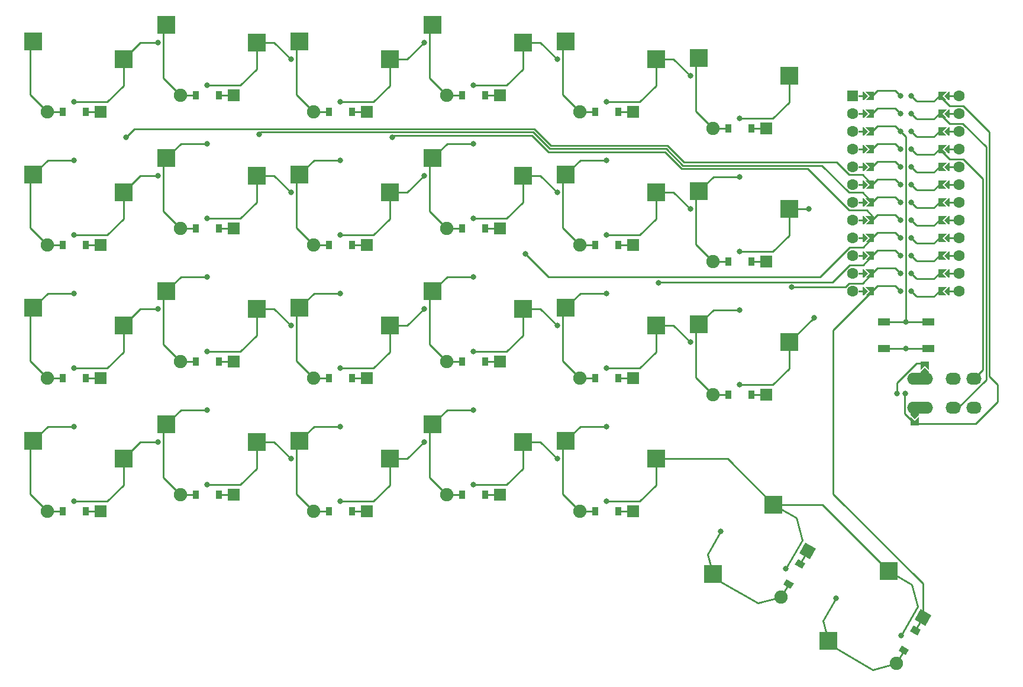
<source format=gtl>
%TF.GenerationSoftware,KiCad,Pcbnew,(5.1.9)-1*%
%TF.CreationDate,2021-08-27T08:52:58-07:00*%
%TF.ProjectId,small,736d616c-6c2e-46b6-9963-61645f706362,VERSION_HERE*%
%TF.SameCoordinates,Original*%
%TF.FileFunction,Copper,L1,Top*%
%TF.FilePolarity,Positive*%
%FSLAX46Y46*%
G04 Gerber Fmt 4.6, Leading zero omitted, Abs format (unit mm)*
G04 Created by KiCad (PCBNEW (5.1.9)-1) date 2021-08-27 08:52:58*
%MOMM*%
%LPD*%
G01*
G04 APERTURE LIST*
%TA.AperFunction,SMDPad,CuDef*%
%ADD10C,0.100000*%
%TD*%
%TA.AperFunction,ComponentPad*%
%ADD11O,3.700000X1.700000*%
%TD*%
%TA.AperFunction,ComponentPad*%
%ADD12O,2.200000X1.700000*%
%TD*%
%TA.AperFunction,SMDPad,CuDef*%
%ADD13R,1.700000X1.000000*%
%TD*%
%TA.AperFunction,ComponentPad*%
%ADD14C,0.800000*%
%TD*%
%TA.AperFunction,ComponentPad*%
%ADD15R,1.600000X1.600000*%
%TD*%
%TA.AperFunction,ComponentPad*%
%ADD16C,1.600000*%
%TD*%
%TA.AperFunction,SMDPad,CuDef*%
%ADD17R,0.900000X1.200000*%
%TD*%
%TA.AperFunction,ComponentPad*%
%ADD18C,1.905000*%
%TD*%
%TA.AperFunction,ComponentPad*%
%ADD19R,1.778000X1.778000*%
%TD*%
%TA.AperFunction,ComponentPad*%
%ADD20C,0.100000*%
%TD*%
%TA.AperFunction,SMDPad,CuDef*%
%ADD21R,2.550000X2.500000*%
%TD*%
%TA.AperFunction,ViaPad*%
%ADD22C,0.800000*%
%TD*%
%TA.AperFunction,Conductor*%
%ADD23C,0.250000*%
%TD*%
G04 APERTURE END LIST*
%TA.AperFunction,SMDPad,CuDef*%
D10*
%TO.P,TRRS1,*%
%TO.N,*%
G36*
X270881840Y-150739880D02*
G01*
X270281840Y-151339880D01*
X269681840Y-150739880D01*
X269681840Y-150439880D01*
X270881840Y-150439880D01*
X270881840Y-150739880D01*
G37*
%TD.AperFunction*%
%TA.AperFunction,SMDPad,CuDef*%
%TO.P,TRRS1,A*%
%TO.N,P1*%
G36*
X270881840Y-152205880D02*
G01*
X269681840Y-152205880D01*
X269681840Y-150955880D01*
X270281840Y-151555880D01*
X270881840Y-150955880D01*
X270881840Y-152205880D01*
G37*
%TD.AperFunction*%
%TA.AperFunction,SMDPad,CuDef*%
%TO.P,TRRS1,D*%
%TO.N,VCC*%
G36*
X271181840Y-143069880D02*
G01*
X272381840Y-143069880D01*
X272381840Y-144319880D01*
X271781840Y-143719880D01*
X271181840Y-144319880D01*
X271181840Y-143069880D01*
G37*
%TD.AperFunction*%
%TA.AperFunction,SMDPad,CuDef*%
%TO.P,TRRS1,*%
%TO.N,*%
G36*
X271181840Y-144535880D02*
G01*
X271781840Y-143935880D01*
X272381840Y-144535880D01*
X272381840Y-144835880D01*
X271181840Y-144835880D01*
X271181840Y-144535880D01*
G37*
%TD.AperFunction*%
D11*
X271031840Y-149737880D03*
D12*
%TO.P,TRRS1,C*%
%TO.N,P0*%
X275781840Y-145537880D03*
%TO.P,TRRS1,B*%
%TO.N,GND*%
X278781840Y-145537880D03*
D11*
%TO.P,TRRS1,*%
%TO.N,*%
X271031840Y-145537880D03*
D12*
%TO.P,TRRS1,C*%
%TO.N,P0*%
X275781840Y-149737880D03*
%TO.P,TRRS1,B*%
%TO.N,GND*%
X278781840Y-149737880D03*
%TD*%
D13*
%TO.P,REF\u002A\u002A,2*%
%TO.N,GND*%
X272232380Y-141203710D03*
X265932380Y-141203710D03*
%TO.P,REF\u002A\u002A,1*%
%TO.N,RST*%
X272232380Y-137403710D03*
X265932380Y-137403710D03*
%TD*%
%TA.AperFunction,SMDPad,CuDef*%
D10*
%TO.P,MCU1,13*%
%TO.N,col_6*%
G36*
X264131480Y-133020248D02*
G01*
X264133306Y-133008173D01*
X264136302Y-132996334D01*
X264140439Y-132984843D01*
X264145677Y-132973811D01*
X264151967Y-132963343D01*
X264159249Y-132953539D01*
X264167452Y-132944492D01*
X264929452Y-132182491D01*
X264929741Y-132182206D01*
X264929761Y-132182184D01*
X264929787Y-132182161D01*
X264930694Y-132181266D01*
X264934808Y-132177639D01*
X264938836Y-132174012D01*
X264939364Y-132173623D01*
X264939856Y-132173189D01*
X264944272Y-132170004D01*
X264948666Y-132166765D01*
X264949231Y-132166428D01*
X264949761Y-132166046D01*
X264954483Y-132163298D01*
X264959156Y-132160512D01*
X264959745Y-132160235D01*
X264960315Y-132159903D01*
X264965308Y-132157617D01*
X264970206Y-132155312D01*
X264970819Y-132155094D01*
X264971419Y-132154819D01*
X264976604Y-132153034D01*
X264981711Y-132151215D01*
X264982344Y-132151057D01*
X264982966Y-132150843D01*
X264988311Y-132149570D01*
X264993561Y-132148261D01*
X264994203Y-132148166D01*
X264994846Y-132148013D01*
X265000323Y-132147262D01*
X265005642Y-132146477D01*
X265006284Y-132146446D01*
X265006945Y-132146355D01*
X265012441Y-132146144D01*
X265017840Y-132145880D01*
X267557840Y-132145880D01*
X267558238Y-132145883D01*
X267558276Y-132145881D01*
X267558320Y-132145883D01*
X267559585Y-132145892D01*
X267565053Y-132146236D01*
X267570472Y-132146520D01*
X267571118Y-132146618D01*
X267571774Y-132146659D01*
X267577141Y-132147529D01*
X267582547Y-132148346D01*
X267583187Y-132148508D01*
X267583829Y-132148612D01*
X267589091Y-132150002D01*
X267594386Y-132151342D01*
X267594999Y-132151563D01*
X267595636Y-132151731D01*
X267600795Y-132153650D01*
X267605876Y-132155479D01*
X267606461Y-132155757D01*
X267607083Y-132155988D01*
X267611996Y-132158384D01*
X267616909Y-132160717D01*
X267617475Y-132161057D01*
X267618059Y-132161342D01*
X267622678Y-132164183D01*
X267627377Y-132167007D01*
X267627904Y-132167398D01*
X267628461Y-132167741D01*
X267632802Y-132171036D01*
X267637181Y-132174288D01*
X267637666Y-132174728D01*
X267638188Y-132175124D01*
X267642180Y-132178821D01*
X267646228Y-132182491D01*
X268408228Y-132944492D01*
X268409454Y-132945734D01*
X268410913Y-132947389D01*
X268412459Y-132948935D01*
X268414925Y-132951940D01*
X268417530Y-132954895D01*
X268418837Y-132956707D01*
X268420241Y-132958418D01*
X268422383Y-132961623D01*
X268424674Y-132964800D01*
X268425812Y-132966755D01*
X268427056Y-132968617D01*
X268428863Y-132971998D01*
X268430817Y-132975355D01*
X268431769Y-132977434D01*
X268432839Y-132979436D01*
X268434295Y-132982951D01*
X268435901Y-132986459D01*
X268436655Y-132988649D01*
X268437533Y-132990769D01*
X268438634Y-132994398D01*
X268439876Y-132998006D01*
X268440416Y-133000272D01*
X268441094Y-133002507D01*
X268441828Y-133006196D01*
X268442707Y-133009886D01*
X268443029Y-133012234D01*
X268443487Y-133014539D01*
X268443853Y-133018253D01*
X268444364Y-133021985D01*
X268444456Y-133024380D01*
X268444689Y-133026747D01*
X268444689Y-133030442D01*
X268444833Y-133034189D01*
X268444689Y-133036610D01*
X268444689Y-133039013D01*
X268444328Y-133042682D01*
X268444108Y-133046380D01*
X268443727Y-133048787D01*
X268443487Y-133051221D01*
X268442771Y-133054819D01*
X268442198Y-133058443D01*
X268441575Y-133060836D01*
X268441094Y-133063253D01*
X268440039Y-133066730D01*
X268439120Y-133070260D01*
X268438257Y-133072605D01*
X268437533Y-133074991D01*
X268436154Y-133078320D01*
X268434903Y-133081721D01*
X268433805Y-133083993D01*
X268432839Y-133086324D01*
X268431769Y-133088326D01*
X268431155Y-133089475D01*
X268429588Y-133092716D01*
X268428256Y-133094899D01*
X268427056Y-133097143D01*
X268425086Y-133100091D01*
X268423225Y-133103140D01*
X268421672Y-133105200D01*
X268420241Y-133107342D01*
X268418019Y-133110050D01*
X268415876Y-133112894D01*
X268414100Y-133114825D01*
X268412459Y-133116825D01*
X268409999Y-133119285D01*
X268407609Y-133121884D01*
X268405637Y-133123647D01*
X268403785Y-133125499D01*
X268401109Y-133127695D01*
X268398505Y-133130023D01*
X268396351Y-133131600D01*
X268394302Y-133133281D01*
X268391449Y-133135187D01*
X268388650Y-133137236D01*
X268386328Y-133138609D01*
X268384103Y-133140096D01*
X268381101Y-133141701D01*
X268378138Y-133143453D01*
X268375667Y-133144605D01*
X268373284Y-133145879D01*
X268370164Y-133147171D01*
X268367070Y-133148614D01*
X268364473Y-133149529D01*
X268361951Y-133150573D01*
X268358740Y-133151547D01*
X268355551Y-133152670D01*
X268352856Y-133153332D01*
X268350213Y-133154134D01*
X268346956Y-133154782D01*
X268343691Y-133155584D01*
X268340905Y-133155985D01*
X268338181Y-133156527D01*
X268334902Y-133156850D01*
X268331603Y-133157325D01*
X268328769Y-133157454D01*
X268325973Y-133157729D01*
X268322707Y-133157729D01*
X268319404Y-133157879D01*
X268316541Y-133157729D01*
X268313707Y-133157729D01*
X268310484Y-133157412D01*
X268307208Y-133157240D01*
X268304348Y-133156808D01*
X268301499Y-133156527D01*
X268298345Y-133155900D01*
X268295133Y-133155414D01*
X268292307Y-133154699D01*
X268289467Y-133154134D01*
X268286409Y-133153206D01*
X268283294Y-133152418D01*
X268280527Y-133151422D01*
X268277729Y-133150573D01*
X268274803Y-133149361D01*
X268271803Y-133148281D01*
X268269122Y-133147008D01*
X268266396Y-133145879D01*
X268263629Y-133144400D01*
X268260771Y-133143043D01*
X268258207Y-133141502D01*
X268255577Y-133140096D01*
X268252988Y-133138366D01*
X268250303Y-133136753D01*
X268247874Y-133134949D01*
X268245378Y-133133281D01*
X268242988Y-133131320D01*
X268240499Y-133129471D01*
X268238247Y-133127429D01*
X268235895Y-133125499D01*
X268233724Y-133123328D01*
X268231452Y-133121268D01*
X267506063Y-132395880D01*
X265069617Y-132395880D01*
X264344228Y-133121268D01*
X264342986Y-133122494D01*
X264333825Y-133130570D01*
X264323920Y-133137714D01*
X264313365Y-133143857D01*
X264302261Y-133148941D01*
X264290714Y-133152916D01*
X264278834Y-133155747D01*
X264266735Y-133157404D01*
X264254531Y-133157873D01*
X264242340Y-133157148D01*
X264230277Y-133155238D01*
X264218460Y-133152160D01*
X264206999Y-133147943D01*
X264196004Y-133142628D01*
X264185580Y-133136265D01*
X264175826Y-133128916D01*
X264166836Y-133120649D01*
X264158697Y-133111545D01*
X264151484Y-133101690D01*
X264145267Y-133091178D01*
X264140106Y-133080110D01*
X264136050Y-133068591D01*
X264133136Y-133056731D01*
X264131395Y-133044643D01*
X264130841Y-133032444D01*
X264131480Y-133020248D01*
G37*
%TD.AperFunction*%
%TA.AperFunction,SMDPad,CuDef*%
%TO.P,MCU1,12*%
%TO.N,P9*%
G36*
X274032200Y-133045512D02*
G01*
X274030374Y-133057587D01*
X274027378Y-133069426D01*
X274023241Y-133080917D01*
X274018003Y-133091949D01*
X274011713Y-133102417D01*
X274004431Y-133112221D01*
X273996228Y-133121268D01*
X273230228Y-133887269D01*
X273229939Y-133887554D01*
X273229919Y-133887576D01*
X273229893Y-133887599D01*
X273228986Y-133888494D01*
X273224872Y-133892121D01*
X273220844Y-133895748D01*
X273220316Y-133896137D01*
X273219824Y-133896571D01*
X273215408Y-133899756D01*
X273211014Y-133902995D01*
X273210449Y-133903332D01*
X273209919Y-133903714D01*
X273205197Y-133906462D01*
X273200524Y-133909248D01*
X273199935Y-133909525D01*
X273199365Y-133909857D01*
X273194372Y-133912143D01*
X273189474Y-133914448D01*
X273188861Y-133914666D01*
X273188261Y-133914941D01*
X273183076Y-133916726D01*
X273177969Y-133918545D01*
X273177336Y-133918703D01*
X273176714Y-133918917D01*
X273171379Y-133920188D01*
X273166119Y-133921499D01*
X273165475Y-133921594D01*
X273164833Y-133921747D01*
X273159364Y-133922497D01*
X273154038Y-133923283D01*
X273153396Y-133923314D01*
X273152735Y-133923405D01*
X273147239Y-133923616D01*
X273141840Y-133923880D01*
X270609840Y-133923880D01*
X270609442Y-133923877D01*
X270609404Y-133923879D01*
X270609360Y-133923877D01*
X270608095Y-133923868D01*
X270602677Y-133923527D01*
X270597209Y-133923241D01*
X270596553Y-133923142D01*
X270595906Y-133923101D01*
X270590574Y-133922237D01*
X270585133Y-133921414D01*
X270584493Y-133921252D01*
X270583851Y-133921148D01*
X270578589Y-133919758D01*
X270573294Y-133918418D01*
X270572680Y-133918197D01*
X270572044Y-133918029D01*
X270566931Y-133916128D01*
X270561804Y-133914282D01*
X270561210Y-133914000D01*
X270560597Y-133913772D01*
X270555719Y-133911392D01*
X270550771Y-133909043D01*
X270550205Y-133908703D01*
X270549621Y-133908418D01*
X270545002Y-133905577D01*
X270540303Y-133902753D01*
X270539776Y-133902362D01*
X270539219Y-133902019D01*
X270534878Y-133898724D01*
X270530499Y-133895472D01*
X270530014Y-133895032D01*
X270529492Y-133894636D01*
X270525500Y-133890939D01*
X270521452Y-133887269D01*
X269755452Y-133121268D01*
X269754226Y-133120026D01*
X269752767Y-133118371D01*
X269751221Y-133116825D01*
X269748755Y-133113820D01*
X269746150Y-133110865D01*
X269744843Y-133109053D01*
X269743439Y-133107342D01*
X269741297Y-133104137D01*
X269739006Y-133100960D01*
X269737868Y-133099005D01*
X269736624Y-133097143D01*
X269734817Y-133093762D01*
X269732863Y-133090405D01*
X269731911Y-133088326D01*
X269730841Y-133086324D01*
X269729385Y-133082809D01*
X269727779Y-133079301D01*
X269727025Y-133077111D01*
X269726147Y-133074991D01*
X269725046Y-133071362D01*
X269723804Y-133067754D01*
X269723264Y-133065488D01*
X269722586Y-133063253D01*
X269721852Y-133059564D01*
X269720973Y-133055874D01*
X269720651Y-133053526D01*
X269720193Y-133051221D01*
X269719827Y-133047507D01*
X269719316Y-133043775D01*
X269719224Y-133041380D01*
X269718991Y-133039013D01*
X269718991Y-133035318D01*
X269718847Y-133031571D01*
X269718991Y-133029150D01*
X269718991Y-133026747D01*
X269719352Y-133023078D01*
X269719572Y-133019380D01*
X269719953Y-133016973D01*
X269720193Y-133014539D01*
X269720909Y-133010941D01*
X269721482Y-133007317D01*
X269722105Y-133004924D01*
X269722586Y-133002507D01*
X269723641Y-132999030D01*
X269724560Y-132995500D01*
X269725423Y-132993155D01*
X269726147Y-132990769D01*
X269727526Y-132987440D01*
X269728777Y-132984039D01*
X269729875Y-132981767D01*
X269730841Y-132979436D01*
X269731911Y-132977434D01*
X269732525Y-132976285D01*
X269734092Y-132973044D01*
X269735424Y-132970861D01*
X269736624Y-132968617D01*
X269738594Y-132965669D01*
X269740455Y-132962620D01*
X269742008Y-132960560D01*
X269743439Y-132958418D01*
X269745661Y-132955710D01*
X269747804Y-132952866D01*
X269749580Y-132950935D01*
X269751221Y-132948935D01*
X269753681Y-132946475D01*
X269756071Y-132943876D01*
X269758043Y-132942113D01*
X269759895Y-132940261D01*
X269762571Y-132938065D01*
X269765175Y-132935737D01*
X269767329Y-132934160D01*
X269769378Y-132932479D01*
X269772231Y-132930573D01*
X269775030Y-132928524D01*
X269777352Y-132927151D01*
X269779577Y-132925664D01*
X269782579Y-132924059D01*
X269785542Y-132922307D01*
X269788013Y-132921155D01*
X269790396Y-132919881D01*
X269793516Y-132918589D01*
X269796610Y-132917146D01*
X269799207Y-132916231D01*
X269801729Y-132915187D01*
X269804940Y-132914213D01*
X269808129Y-132913090D01*
X269810824Y-132912428D01*
X269813467Y-132911626D01*
X269816724Y-132910978D01*
X269819989Y-132910176D01*
X269822775Y-132909775D01*
X269825499Y-132909233D01*
X269828778Y-132908910D01*
X269832077Y-132908435D01*
X269834911Y-132908306D01*
X269837707Y-132908031D01*
X269840973Y-132908031D01*
X269844276Y-132907881D01*
X269847139Y-132908031D01*
X269849973Y-132908031D01*
X269853196Y-132908348D01*
X269856472Y-132908520D01*
X269859332Y-132908952D01*
X269862181Y-132909233D01*
X269865335Y-132909860D01*
X269868547Y-132910346D01*
X269871373Y-132911061D01*
X269874213Y-132911626D01*
X269877271Y-132912554D01*
X269880386Y-132913342D01*
X269883153Y-132914338D01*
X269885951Y-132915187D01*
X269888877Y-132916399D01*
X269891877Y-132917479D01*
X269894558Y-132918752D01*
X269897284Y-132919881D01*
X269900051Y-132921360D01*
X269902909Y-132922717D01*
X269905473Y-132924258D01*
X269908103Y-132925664D01*
X269910692Y-132927394D01*
X269913377Y-132929007D01*
X269915806Y-132930811D01*
X269918302Y-132932479D01*
X269920692Y-132934440D01*
X269923181Y-132936289D01*
X269925433Y-132938331D01*
X269927785Y-132940261D01*
X269929956Y-132942432D01*
X269932228Y-132944492D01*
X270661617Y-133673880D01*
X273090063Y-133673880D01*
X273819452Y-132944492D01*
X273820694Y-132943266D01*
X273829855Y-132935190D01*
X273839760Y-132928046D01*
X273850315Y-132921903D01*
X273861419Y-132916819D01*
X273872966Y-132912844D01*
X273884846Y-132910013D01*
X273896945Y-132908356D01*
X273909149Y-132907887D01*
X273921340Y-132908612D01*
X273933403Y-132910522D01*
X273945220Y-132913600D01*
X273956681Y-132917817D01*
X273967676Y-132923132D01*
X273978100Y-132929495D01*
X273987854Y-132936844D01*
X273996844Y-132945111D01*
X274004983Y-132954215D01*
X274012196Y-132964070D01*
X274018413Y-132974582D01*
X274023574Y-132985650D01*
X274027630Y-132997169D01*
X274030544Y-133009029D01*
X274032285Y-133021117D01*
X274032839Y-133033316D01*
X274032200Y-133045512D01*
G37*
%TD.AperFunction*%
D14*
X269843840Y-133032880D03*
%TO.P,MCU1,13*%
%TO.N,col_6*%
X268319840Y-133032880D03*
%TA.AperFunction,SMDPad,CuDef*%
D10*
%TO.P,MCU1,14*%
%TO.N,col_5*%
G36*
X264131480Y-130480248D02*
G01*
X264133306Y-130468173D01*
X264136302Y-130456334D01*
X264140439Y-130444843D01*
X264145677Y-130433811D01*
X264151967Y-130423343D01*
X264159249Y-130413539D01*
X264167452Y-130404492D01*
X264929452Y-129642491D01*
X264929741Y-129642206D01*
X264929761Y-129642184D01*
X264929787Y-129642161D01*
X264930694Y-129641266D01*
X264934808Y-129637639D01*
X264938836Y-129634012D01*
X264939364Y-129633623D01*
X264939856Y-129633189D01*
X264944272Y-129630004D01*
X264948666Y-129626765D01*
X264949231Y-129626428D01*
X264949761Y-129626046D01*
X264954483Y-129623298D01*
X264959156Y-129620512D01*
X264959745Y-129620235D01*
X264960315Y-129619903D01*
X264965308Y-129617617D01*
X264970206Y-129615312D01*
X264970819Y-129615094D01*
X264971419Y-129614819D01*
X264976604Y-129613034D01*
X264981711Y-129611215D01*
X264982344Y-129611057D01*
X264982966Y-129610843D01*
X264988311Y-129609570D01*
X264993561Y-129608261D01*
X264994203Y-129608166D01*
X264994846Y-129608013D01*
X265000323Y-129607262D01*
X265005642Y-129606477D01*
X265006284Y-129606446D01*
X265006945Y-129606355D01*
X265012441Y-129606144D01*
X265017840Y-129605880D01*
X267557840Y-129605880D01*
X267558238Y-129605883D01*
X267558276Y-129605881D01*
X267558320Y-129605883D01*
X267559585Y-129605892D01*
X267565053Y-129606236D01*
X267570472Y-129606520D01*
X267571118Y-129606618D01*
X267571774Y-129606659D01*
X267577141Y-129607529D01*
X267582547Y-129608346D01*
X267583187Y-129608508D01*
X267583829Y-129608612D01*
X267589091Y-129610002D01*
X267594386Y-129611342D01*
X267594999Y-129611563D01*
X267595636Y-129611731D01*
X267600795Y-129613650D01*
X267605876Y-129615479D01*
X267606461Y-129615757D01*
X267607083Y-129615988D01*
X267611996Y-129618384D01*
X267616909Y-129620717D01*
X267617475Y-129621057D01*
X267618059Y-129621342D01*
X267622678Y-129624183D01*
X267627377Y-129627007D01*
X267627904Y-129627398D01*
X267628461Y-129627741D01*
X267632802Y-129631036D01*
X267637181Y-129634288D01*
X267637666Y-129634728D01*
X267638188Y-129635124D01*
X267642180Y-129638821D01*
X267646228Y-129642491D01*
X268408228Y-130404492D01*
X268409454Y-130405734D01*
X268410913Y-130407389D01*
X268412459Y-130408935D01*
X268414925Y-130411940D01*
X268417530Y-130414895D01*
X268418837Y-130416707D01*
X268420241Y-130418418D01*
X268422383Y-130421623D01*
X268424674Y-130424800D01*
X268425812Y-130426755D01*
X268427056Y-130428617D01*
X268428863Y-130431998D01*
X268430817Y-130435355D01*
X268431769Y-130437434D01*
X268432839Y-130439436D01*
X268434295Y-130442951D01*
X268435901Y-130446459D01*
X268436655Y-130448649D01*
X268437533Y-130450769D01*
X268438634Y-130454398D01*
X268439876Y-130458006D01*
X268440416Y-130460272D01*
X268441094Y-130462507D01*
X268441828Y-130466196D01*
X268442707Y-130469886D01*
X268443029Y-130472234D01*
X268443487Y-130474539D01*
X268443853Y-130478253D01*
X268444364Y-130481985D01*
X268444456Y-130484380D01*
X268444689Y-130486747D01*
X268444689Y-130490442D01*
X268444833Y-130494189D01*
X268444689Y-130496610D01*
X268444689Y-130499013D01*
X268444328Y-130502682D01*
X268444108Y-130506380D01*
X268443727Y-130508787D01*
X268443487Y-130511221D01*
X268442771Y-130514819D01*
X268442198Y-130518443D01*
X268441575Y-130520836D01*
X268441094Y-130523253D01*
X268440039Y-130526730D01*
X268439120Y-130530260D01*
X268438257Y-130532605D01*
X268437533Y-130534991D01*
X268436154Y-130538320D01*
X268434903Y-130541721D01*
X268433805Y-130543993D01*
X268432839Y-130546324D01*
X268431769Y-130548326D01*
X268431155Y-130549475D01*
X268429588Y-130552716D01*
X268428256Y-130554899D01*
X268427056Y-130557143D01*
X268425086Y-130560091D01*
X268423225Y-130563140D01*
X268421672Y-130565200D01*
X268420241Y-130567342D01*
X268418019Y-130570050D01*
X268415876Y-130572894D01*
X268414100Y-130574825D01*
X268412459Y-130576825D01*
X268409999Y-130579285D01*
X268407609Y-130581884D01*
X268405637Y-130583647D01*
X268403785Y-130585499D01*
X268401109Y-130587695D01*
X268398505Y-130590023D01*
X268396351Y-130591600D01*
X268394302Y-130593281D01*
X268391449Y-130595187D01*
X268388650Y-130597236D01*
X268386328Y-130598609D01*
X268384103Y-130600096D01*
X268381101Y-130601701D01*
X268378138Y-130603453D01*
X268375667Y-130604605D01*
X268373284Y-130605879D01*
X268370164Y-130607171D01*
X268367070Y-130608614D01*
X268364473Y-130609529D01*
X268361951Y-130610573D01*
X268358740Y-130611547D01*
X268355551Y-130612670D01*
X268352856Y-130613332D01*
X268350213Y-130614134D01*
X268346956Y-130614782D01*
X268343691Y-130615584D01*
X268340905Y-130615985D01*
X268338181Y-130616527D01*
X268334902Y-130616850D01*
X268331603Y-130617325D01*
X268328769Y-130617454D01*
X268325973Y-130617729D01*
X268322707Y-130617729D01*
X268319404Y-130617879D01*
X268316541Y-130617729D01*
X268313707Y-130617729D01*
X268310484Y-130617412D01*
X268307208Y-130617240D01*
X268304348Y-130616808D01*
X268301499Y-130616527D01*
X268298345Y-130615900D01*
X268295133Y-130615414D01*
X268292307Y-130614699D01*
X268289467Y-130614134D01*
X268286409Y-130613206D01*
X268283294Y-130612418D01*
X268280527Y-130611422D01*
X268277729Y-130610573D01*
X268274803Y-130609361D01*
X268271803Y-130608281D01*
X268269122Y-130607008D01*
X268266396Y-130605879D01*
X268263629Y-130604400D01*
X268260771Y-130603043D01*
X268258207Y-130601502D01*
X268255577Y-130600096D01*
X268252988Y-130598366D01*
X268250303Y-130596753D01*
X268247874Y-130594949D01*
X268245378Y-130593281D01*
X268242988Y-130591320D01*
X268240499Y-130589471D01*
X268238247Y-130587429D01*
X268235895Y-130585499D01*
X268233724Y-130583328D01*
X268231452Y-130581268D01*
X267506063Y-129855880D01*
X265069617Y-129855880D01*
X264344228Y-130581268D01*
X264342986Y-130582494D01*
X264333825Y-130590570D01*
X264323920Y-130597714D01*
X264313365Y-130603857D01*
X264302261Y-130608941D01*
X264290714Y-130612916D01*
X264278834Y-130615747D01*
X264266735Y-130617404D01*
X264254531Y-130617873D01*
X264242340Y-130617148D01*
X264230277Y-130615238D01*
X264218460Y-130612160D01*
X264206999Y-130607943D01*
X264196004Y-130602628D01*
X264185580Y-130596265D01*
X264175826Y-130588916D01*
X264166836Y-130580649D01*
X264158697Y-130571545D01*
X264151484Y-130561690D01*
X264145267Y-130551178D01*
X264140106Y-130540110D01*
X264136050Y-130528591D01*
X264133136Y-130516731D01*
X264131395Y-130504643D01*
X264130841Y-130492444D01*
X264131480Y-130480248D01*
G37*
%TD.AperFunction*%
%TA.AperFunction,SMDPad,CuDef*%
%TO.P,MCU1,11*%
%TO.N,P8*%
G36*
X274032200Y-130505512D02*
G01*
X274030374Y-130517587D01*
X274027378Y-130529426D01*
X274023241Y-130540917D01*
X274018003Y-130551949D01*
X274011713Y-130562417D01*
X274004431Y-130572221D01*
X273996228Y-130581268D01*
X273230228Y-131347269D01*
X273229939Y-131347554D01*
X273229919Y-131347576D01*
X273229893Y-131347599D01*
X273228986Y-131348494D01*
X273224872Y-131352121D01*
X273220844Y-131355748D01*
X273220316Y-131356137D01*
X273219824Y-131356571D01*
X273215408Y-131359756D01*
X273211014Y-131362995D01*
X273210449Y-131363332D01*
X273209919Y-131363714D01*
X273205197Y-131366462D01*
X273200524Y-131369248D01*
X273199935Y-131369525D01*
X273199365Y-131369857D01*
X273194372Y-131372143D01*
X273189474Y-131374448D01*
X273188861Y-131374666D01*
X273188261Y-131374941D01*
X273183076Y-131376726D01*
X273177969Y-131378545D01*
X273177336Y-131378703D01*
X273176714Y-131378917D01*
X273171379Y-131380188D01*
X273166119Y-131381499D01*
X273165475Y-131381594D01*
X273164833Y-131381747D01*
X273159364Y-131382497D01*
X273154038Y-131383283D01*
X273153396Y-131383314D01*
X273152735Y-131383405D01*
X273147239Y-131383616D01*
X273141840Y-131383880D01*
X270609840Y-131383880D01*
X270609442Y-131383877D01*
X270609404Y-131383879D01*
X270609360Y-131383877D01*
X270608095Y-131383868D01*
X270602677Y-131383527D01*
X270597209Y-131383241D01*
X270596553Y-131383142D01*
X270595906Y-131383101D01*
X270590574Y-131382237D01*
X270585133Y-131381414D01*
X270584493Y-131381252D01*
X270583851Y-131381148D01*
X270578589Y-131379758D01*
X270573294Y-131378418D01*
X270572680Y-131378197D01*
X270572044Y-131378029D01*
X270566931Y-131376128D01*
X270561804Y-131374282D01*
X270561210Y-131374000D01*
X270560597Y-131373772D01*
X270555719Y-131371392D01*
X270550771Y-131369043D01*
X270550205Y-131368703D01*
X270549621Y-131368418D01*
X270545002Y-131365577D01*
X270540303Y-131362753D01*
X270539776Y-131362362D01*
X270539219Y-131362019D01*
X270534878Y-131358724D01*
X270530499Y-131355472D01*
X270530014Y-131355032D01*
X270529492Y-131354636D01*
X270525500Y-131350939D01*
X270521452Y-131347269D01*
X269755452Y-130581268D01*
X269754226Y-130580026D01*
X269752767Y-130578371D01*
X269751221Y-130576825D01*
X269748755Y-130573820D01*
X269746150Y-130570865D01*
X269744843Y-130569053D01*
X269743439Y-130567342D01*
X269741297Y-130564137D01*
X269739006Y-130560960D01*
X269737868Y-130559005D01*
X269736624Y-130557143D01*
X269734817Y-130553762D01*
X269732863Y-130550405D01*
X269731911Y-130548326D01*
X269730841Y-130546324D01*
X269729385Y-130542809D01*
X269727779Y-130539301D01*
X269727025Y-130537111D01*
X269726147Y-130534991D01*
X269725046Y-130531362D01*
X269723804Y-130527754D01*
X269723264Y-130525488D01*
X269722586Y-130523253D01*
X269721852Y-130519564D01*
X269720973Y-130515874D01*
X269720651Y-130513526D01*
X269720193Y-130511221D01*
X269719827Y-130507507D01*
X269719316Y-130503775D01*
X269719224Y-130501380D01*
X269718991Y-130499013D01*
X269718991Y-130495318D01*
X269718847Y-130491571D01*
X269718991Y-130489150D01*
X269718991Y-130486747D01*
X269719352Y-130483078D01*
X269719572Y-130479380D01*
X269719953Y-130476973D01*
X269720193Y-130474539D01*
X269720909Y-130470941D01*
X269721482Y-130467317D01*
X269722105Y-130464924D01*
X269722586Y-130462507D01*
X269723641Y-130459030D01*
X269724560Y-130455500D01*
X269725423Y-130453155D01*
X269726147Y-130450769D01*
X269727526Y-130447440D01*
X269728777Y-130444039D01*
X269729875Y-130441767D01*
X269730841Y-130439436D01*
X269731911Y-130437434D01*
X269732525Y-130436285D01*
X269734092Y-130433044D01*
X269735424Y-130430861D01*
X269736624Y-130428617D01*
X269738594Y-130425669D01*
X269740455Y-130422620D01*
X269742008Y-130420560D01*
X269743439Y-130418418D01*
X269745661Y-130415710D01*
X269747804Y-130412866D01*
X269749580Y-130410935D01*
X269751221Y-130408935D01*
X269753681Y-130406475D01*
X269756071Y-130403876D01*
X269758043Y-130402113D01*
X269759895Y-130400261D01*
X269762571Y-130398065D01*
X269765175Y-130395737D01*
X269767329Y-130394160D01*
X269769378Y-130392479D01*
X269772231Y-130390573D01*
X269775030Y-130388524D01*
X269777352Y-130387151D01*
X269779577Y-130385664D01*
X269782579Y-130384059D01*
X269785542Y-130382307D01*
X269788013Y-130381155D01*
X269790396Y-130379881D01*
X269793516Y-130378589D01*
X269796610Y-130377146D01*
X269799207Y-130376231D01*
X269801729Y-130375187D01*
X269804940Y-130374213D01*
X269808129Y-130373090D01*
X269810824Y-130372428D01*
X269813467Y-130371626D01*
X269816724Y-130370978D01*
X269819989Y-130370176D01*
X269822775Y-130369775D01*
X269825499Y-130369233D01*
X269828778Y-130368910D01*
X269832077Y-130368435D01*
X269834911Y-130368306D01*
X269837707Y-130368031D01*
X269840973Y-130368031D01*
X269844276Y-130367881D01*
X269847139Y-130368031D01*
X269849973Y-130368031D01*
X269853196Y-130368348D01*
X269856472Y-130368520D01*
X269859332Y-130368952D01*
X269862181Y-130369233D01*
X269865335Y-130369860D01*
X269868547Y-130370346D01*
X269871373Y-130371061D01*
X269874213Y-130371626D01*
X269877271Y-130372554D01*
X269880386Y-130373342D01*
X269883153Y-130374338D01*
X269885951Y-130375187D01*
X269888877Y-130376399D01*
X269891877Y-130377479D01*
X269894558Y-130378752D01*
X269897284Y-130379881D01*
X269900051Y-130381360D01*
X269902909Y-130382717D01*
X269905473Y-130384258D01*
X269908103Y-130385664D01*
X269910692Y-130387394D01*
X269913377Y-130389007D01*
X269915806Y-130390811D01*
X269918302Y-130392479D01*
X269920692Y-130394440D01*
X269923181Y-130396289D01*
X269925433Y-130398331D01*
X269927785Y-130400261D01*
X269929956Y-130402432D01*
X269932228Y-130404492D01*
X270661617Y-131133880D01*
X273090063Y-131133880D01*
X273819452Y-130404492D01*
X273820694Y-130403266D01*
X273829855Y-130395190D01*
X273839760Y-130388046D01*
X273850315Y-130381903D01*
X273861419Y-130376819D01*
X273872966Y-130372844D01*
X273884846Y-130370013D01*
X273896945Y-130368356D01*
X273909149Y-130367887D01*
X273921340Y-130368612D01*
X273933403Y-130370522D01*
X273945220Y-130373600D01*
X273956681Y-130377817D01*
X273967676Y-130383132D01*
X273978100Y-130389495D01*
X273987854Y-130396844D01*
X273996844Y-130405111D01*
X274004983Y-130414215D01*
X274012196Y-130424070D01*
X274018413Y-130434582D01*
X274023574Y-130445650D01*
X274027630Y-130457169D01*
X274030544Y-130469029D01*
X274032285Y-130481117D01*
X274032839Y-130493316D01*
X274032200Y-130505512D01*
G37*
%TD.AperFunction*%
D14*
X269843840Y-130492880D03*
%TO.P,MCU1,14*%
%TO.N,col_5*%
X268319840Y-130492880D03*
%TA.AperFunction,SMDPad,CuDef*%
D10*
%TO.P,MCU1,15*%
%TO.N,col_4*%
G36*
X264131480Y-127940248D02*
G01*
X264133306Y-127928173D01*
X264136302Y-127916334D01*
X264140439Y-127904843D01*
X264145677Y-127893811D01*
X264151967Y-127883343D01*
X264159249Y-127873539D01*
X264167452Y-127864492D01*
X264929452Y-127102491D01*
X264929741Y-127102206D01*
X264929761Y-127102184D01*
X264929787Y-127102161D01*
X264930694Y-127101266D01*
X264934808Y-127097639D01*
X264938836Y-127094012D01*
X264939364Y-127093623D01*
X264939856Y-127093189D01*
X264944272Y-127090004D01*
X264948666Y-127086765D01*
X264949231Y-127086428D01*
X264949761Y-127086046D01*
X264954483Y-127083298D01*
X264959156Y-127080512D01*
X264959745Y-127080235D01*
X264960315Y-127079903D01*
X264965308Y-127077617D01*
X264970206Y-127075312D01*
X264970819Y-127075094D01*
X264971419Y-127074819D01*
X264976604Y-127073034D01*
X264981711Y-127071215D01*
X264982344Y-127071057D01*
X264982966Y-127070843D01*
X264988311Y-127069570D01*
X264993561Y-127068261D01*
X264994203Y-127068166D01*
X264994846Y-127068013D01*
X265000323Y-127067262D01*
X265005642Y-127066477D01*
X265006284Y-127066446D01*
X265006945Y-127066355D01*
X265012441Y-127066144D01*
X265017840Y-127065880D01*
X267557840Y-127065880D01*
X267558238Y-127065883D01*
X267558276Y-127065881D01*
X267558320Y-127065883D01*
X267559585Y-127065892D01*
X267565053Y-127066236D01*
X267570472Y-127066520D01*
X267571118Y-127066618D01*
X267571774Y-127066659D01*
X267577141Y-127067529D01*
X267582547Y-127068346D01*
X267583187Y-127068508D01*
X267583829Y-127068612D01*
X267589091Y-127070002D01*
X267594386Y-127071342D01*
X267594999Y-127071563D01*
X267595636Y-127071731D01*
X267600795Y-127073650D01*
X267605876Y-127075479D01*
X267606461Y-127075757D01*
X267607083Y-127075988D01*
X267611996Y-127078384D01*
X267616909Y-127080717D01*
X267617475Y-127081057D01*
X267618059Y-127081342D01*
X267622678Y-127084183D01*
X267627377Y-127087007D01*
X267627904Y-127087398D01*
X267628461Y-127087741D01*
X267632802Y-127091036D01*
X267637181Y-127094288D01*
X267637666Y-127094728D01*
X267638188Y-127095124D01*
X267642180Y-127098821D01*
X267646228Y-127102491D01*
X268408228Y-127864492D01*
X268409454Y-127865734D01*
X268410913Y-127867389D01*
X268412459Y-127868935D01*
X268414925Y-127871940D01*
X268417530Y-127874895D01*
X268418837Y-127876707D01*
X268420241Y-127878418D01*
X268422383Y-127881623D01*
X268424674Y-127884800D01*
X268425812Y-127886755D01*
X268427056Y-127888617D01*
X268428863Y-127891998D01*
X268430817Y-127895355D01*
X268431769Y-127897434D01*
X268432839Y-127899436D01*
X268434295Y-127902951D01*
X268435901Y-127906459D01*
X268436655Y-127908649D01*
X268437533Y-127910769D01*
X268438634Y-127914398D01*
X268439876Y-127918006D01*
X268440416Y-127920272D01*
X268441094Y-127922507D01*
X268441828Y-127926196D01*
X268442707Y-127929886D01*
X268443029Y-127932234D01*
X268443487Y-127934539D01*
X268443853Y-127938253D01*
X268444364Y-127941985D01*
X268444456Y-127944380D01*
X268444689Y-127946747D01*
X268444689Y-127950442D01*
X268444833Y-127954189D01*
X268444689Y-127956610D01*
X268444689Y-127959013D01*
X268444328Y-127962682D01*
X268444108Y-127966380D01*
X268443727Y-127968787D01*
X268443487Y-127971221D01*
X268442771Y-127974819D01*
X268442198Y-127978443D01*
X268441575Y-127980836D01*
X268441094Y-127983253D01*
X268440039Y-127986730D01*
X268439120Y-127990260D01*
X268438257Y-127992605D01*
X268437533Y-127994991D01*
X268436154Y-127998320D01*
X268434903Y-128001721D01*
X268433805Y-128003993D01*
X268432839Y-128006324D01*
X268431769Y-128008326D01*
X268431155Y-128009475D01*
X268429588Y-128012716D01*
X268428256Y-128014899D01*
X268427056Y-128017143D01*
X268425086Y-128020091D01*
X268423225Y-128023140D01*
X268421672Y-128025200D01*
X268420241Y-128027342D01*
X268418019Y-128030050D01*
X268415876Y-128032894D01*
X268414100Y-128034825D01*
X268412459Y-128036825D01*
X268409999Y-128039285D01*
X268407609Y-128041884D01*
X268405637Y-128043647D01*
X268403785Y-128045499D01*
X268401109Y-128047695D01*
X268398505Y-128050023D01*
X268396351Y-128051600D01*
X268394302Y-128053281D01*
X268391449Y-128055187D01*
X268388650Y-128057236D01*
X268386328Y-128058609D01*
X268384103Y-128060096D01*
X268381101Y-128061701D01*
X268378138Y-128063453D01*
X268375667Y-128064605D01*
X268373284Y-128065879D01*
X268370164Y-128067171D01*
X268367070Y-128068614D01*
X268364473Y-128069529D01*
X268361951Y-128070573D01*
X268358740Y-128071547D01*
X268355551Y-128072670D01*
X268352856Y-128073332D01*
X268350213Y-128074134D01*
X268346956Y-128074782D01*
X268343691Y-128075584D01*
X268340905Y-128075985D01*
X268338181Y-128076527D01*
X268334902Y-128076850D01*
X268331603Y-128077325D01*
X268328769Y-128077454D01*
X268325973Y-128077729D01*
X268322707Y-128077729D01*
X268319404Y-128077879D01*
X268316541Y-128077729D01*
X268313707Y-128077729D01*
X268310484Y-128077412D01*
X268307208Y-128077240D01*
X268304348Y-128076808D01*
X268301499Y-128076527D01*
X268298345Y-128075900D01*
X268295133Y-128075414D01*
X268292307Y-128074699D01*
X268289467Y-128074134D01*
X268286409Y-128073206D01*
X268283294Y-128072418D01*
X268280527Y-128071422D01*
X268277729Y-128070573D01*
X268274803Y-128069361D01*
X268271803Y-128068281D01*
X268269122Y-128067008D01*
X268266396Y-128065879D01*
X268263629Y-128064400D01*
X268260771Y-128063043D01*
X268258207Y-128061502D01*
X268255577Y-128060096D01*
X268252988Y-128058366D01*
X268250303Y-128056753D01*
X268247874Y-128054949D01*
X268245378Y-128053281D01*
X268242988Y-128051320D01*
X268240499Y-128049471D01*
X268238247Y-128047429D01*
X268235895Y-128045499D01*
X268233724Y-128043328D01*
X268231452Y-128041268D01*
X267506063Y-127315880D01*
X265069617Y-127315880D01*
X264344228Y-128041268D01*
X264342986Y-128042494D01*
X264333825Y-128050570D01*
X264323920Y-128057714D01*
X264313365Y-128063857D01*
X264302261Y-128068941D01*
X264290714Y-128072916D01*
X264278834Y-128075747D01*
X264266735Y-128077404D01*
X264254531Y-128077873D01*
X264242340Y-128077148D01*
X264230277Y-128075238D01*
X264218460Y-128072160D01*
X264206999Y-128067943D01*
X264196004Y-128062628D01*
X264185580Y-128056265D01*
X264175826Y-128048916D01*
X264166836Y-128040649D01*
X264158697Y-128031545D01*
X264151484Y-128021690D01*
X264145267Y-128011178D01*
X264140106Y-128000110D01*
X264136050Y-127988591D01*
X264133136Y-127976731D01*
X264131395Y-127964643D01*
X264130841Y-127952444D01*
X264131480Y-127940248D01*
G37*
%TD.AperFunction*%
%TA.AperFunction,SMDPad,CuDef*%
%TO.P,MCU1,10*%
%TO.N,P7*%
G36*
X274032200Y-127965512D02*
G01*
X274030374Y-127977587D01*
X274027378Y-127989426D01*
X274023241Y-128000917D01*
X274018003Y-128011949D01*
X274011713Y-128022417D01*
X274004431Y-128032221D01*
X273996228Y-128041268D01*
X273230228Y-128807269D01*
X273229939Y-128807554D01*
X273229919Y-128807576D01*
X273229893Y-128807599D01*
X273228986Y-128808494D01*
X273224872Y-128812121D01*
X273220844Y-128815748D01*
X273220316Y-128816137D01*
X273219824Y-128816571D01*
X273215408Y-128819756D01*
X273211014Y-128822995D01*
X273210449Y-128823332D01*
X273209919Y-128823714D01*
X273205197Y-128826462D01*
X273200524Y-128829248D01*
X273199935Y-128829525D01*
X273199365Y-128829857D01*
X273194372Y-128832143D01*
X273189474Y-128834448D01*
X273188861Y-128834666D01*
X273188261Y-128834941D01*
X273183076Y-128836726D01*
X273177969Y-128838545D01*
X273177336Y-128838703D01*
X273176714Y-128838917D01*
X273171379Y-128840188D01*
X273166119Y-128841499D01*
X273165475Y-128841594D01*
X273164833Y-128841747D01*
X273159364Y-128842497D01*
X273154038Y-128843283D01*
X273153396Y-128843314D01*
X273152735Y-128843405D01*
X273147239Y-128843616D01*
X273141840Y-128843880D01*
X270609840Y-128843880D01*
X270609442Y-128843877D01*
X270609404Y-128843879D01*
X270609360Y-128843877D01*
X270608095Y-128843868D01*
X270602677Y-128843527D01*
X270597209Y-128843241D01*
X270596553Y-128843142D01*
X270595906Y-128843101D01*
X270590574Y-128842237D01*
X270585133Y-128841414D01*
X270584493Y-128841252D01*
X270583851Y-128841148D01*
X270578589Y-128839758D01*
X270573294Y-128838418D01*
X270572680Y-128838197D01*
X270572044Y-128838029D01*
X270566931Y-128836128D01*
X270561804Y-128834282D01*
X270561210Y-128834000D01*
X270560597Y-128833772D01*
X270555719Y-128831392D01*
X270550771Y-128829043D01*
X270550205Y-128828703D01*
X270549621Y-128828418D01*
X270545002Y-128825577D01*
X270540303Y-128822753D01*
X270539776Y-128822362D01*
X270539219Y-128822019D01*
X270534878Y-128818724D01*
X270530499Y-128815472D01*
X270530014Y-128815032D01*
X270529492Y-128814636D01*
X270525500Y-128810939D01*
X270521452Y-128807269D01*
X269755452Y-128041268D01*
X269754226Y-128040026D01*
X269752767Y-128038371D01*
X269751221Y-128036825D01*
X269748755Y-128033820D01*
X269746150Y-128030865D01*
X269744843Y-128029053D01*
X269743439Y-128027342D01*
X269741297Y-128024137D01*
X269739006Y-128020960D01*
X269737868Y-128019005D01*
X269736624Y-128017143D01*
X269734817Y-128013762D01*
X269732863Y-128010405D01*
X269731911Y-128008326D01*
X269730841Y-128006324D01*
X269729385Y-128002809D01*
X269727779Y-127999301D01*
X269727025Y-127997111D01*
X269726147Y-127994991D01*
X269725046Y-127991362D01*
X269723804Y-127987754D01*
X269723264Y-127985488D01*
X269722586Y-127983253D01*
X269721852Y-127979564D01*
X269720973Y-127975874D01*
X269720651Y-127973526D01*
X269720193Y-127971221D01*
X269719827Y-127967507D01*
X269719316Y-127963775D01*
X269719224Y-127961380D01*
X269718991Y-127959013D01*
X269718991Y-127955318D01*
X269718847Y-127951571D01*
X269718991Y-127949150D01*
X269718991Y-127946747D01*
X269719352Y-127943078D01*
X269719572Y-127939380D01*
X269719953Y-127936973D01*
X269720193Y-127934539D01*
X269720909Y-127930941D01*
X269721482Y-127927317D01*
X269722105Y-127924924D01*
X269722586Y-127922507D01*
X269723641Y-127919030D01*
X269724560Y-127915500D01*
X269725423Y-127913155D01*
X269726147Y-127910769D01*
X269727526Y-127907440D01*
X269728777Y-127904039D01*
X269729875Y-127901767D01*
X269730841Y-127899436D01*
X269731911Y-127897434D01*
X269732525Y-127896285D01*
X269734092Y-127893044D01*
X269735424Y-127890861D01*
X269736624Y-127888617D01*
X269738594Y-127885669D01*
X269740455Y-127882620D01*
X269742008Y-127880560D01*
X269743439Y-127878418D01*
X269745661Y-127875710D01*
X269747804Y-127872866D01*
X269749580Y-127870935D01*
X269751221Y-127868935D01*
X269753681Y-127866475D01*
X269756071Y-127863876D01*
X269758043Y-127862113D01*
X269759895Y-127860261D01*
X269762571Y-127858065D01*
X269765175Y-127855737D01*
X269767329Y-127854160D01*
X269769378Y-127852479D01*
X269772231Y-127850573D01*
X269775030Y-127848524D01*
X269777352Y-127847151D01*
X269779577Y-127845664D01*
X269782579Y-127844059D01*
X269785542Y-127842307D01*
X269788013Y-127841155D01*
X269790396Y-127839881D01*
X269793516Y-127838589D01*
X269796610Y-127837146D01*
X269799207Y-127836231D01*
X269801729Y-127835187D01*
X269804940Y-127834213D01*
X269808129Y-127833090D01*
X269810824Y-127832428D01*
X269813467Y-127831626D01*
X269816724Y-127830978D01*
X269819989Y-127830176D01*
X269822775Y-127829775D01*
X269825499Y-127829233D01*
X269828778Y-127828910D01*
X269832077Y-127828435D01*
X269834911Y-127828306D01*
X269837707Y-127828031D01*
X269840973Y-127828031D01*
X269844276Y-127827881D01*
X269847139Y-127828031D01*
X269849973Y-127828031D01*
X269853196Y-127828348D01*
X269856472Y-127828520D01*
X269859332Y-127828952D01*
X269862181Y-127829233D01*
X269865335Y-127829860D01*
X269868547Y-127830346D01*
X269871373Y-127831061D01*
X269874213Y-127831626D01*
X269877271Y-127832554D01*
X269880386Y-127833342D01*
X269883153Y-127834338D01*
X269885951Y-127835187D01*
X269888877Y-127836399D01*
X269891877Y-127837479D01*
X269894558Y-127838752D01*
X269897284Y-127839881D01*
X269900051Y-127841360D01*
X269902909Y-127842717D01*
X269905473Y-127844258D01*
X269908103Y-127845664D01*
X269910692Y-127847394D01*
X269913377Y-127849007D01*
X269915806Y-127850811D01*
X269918302Y-127852479D01*
X269920692Y-127854440D01*
X269923181Y-127856289D01*
X269925433Y-127858331D01*
X269927785Y-127860261D01*
X269929956Y-127862432D01*
X269932228Y-127864492D01*
X270661617Y-128593880D01*
X273090063Y-128593880D01*
X273819452Y-127864492D01*
X273820694Y-127863266D01*
X273829855Y-127855190D01*
X273839760Y-127848046D01*
X273850315Y-127841903D01*
X273861419Y-127836819D01*
X273872966Y-127832844D01*
X273884846Y-127830013D01*
X273896945Y-127828356D01*
X273909149Y-127827887D01*
X273921340Y-127828612D01*
X273933403Y-127830522D01*
X273945220Y-127833600D01*
X273956681Y-127837817D01*
X273967676Y-127843132D01*
X273978100Y-127849495D01*
X273987854Y-127856844D01*
X273996844Y-127865111D01*
X274004983Y-127874215D01*
X274012196Y-127884070D01*
X274018413Y-127894582D01*
X274023574Y-127905650D01*
X274027630Y-127917169D01*
X274030544Y-127929029D01*
X274032285Y-127941117D01*
X274032839Y-127953316D01*
X274032200Y-127965512D01*
G37*
%TD.AperFunction*%
D14*
X269843840Y-127952880D03*
%TO.P,MCU1,15*%
%TO.N,col_4*%
X268319840Y-127952880D03*
%TA.AperFunction,SMDPad,CuDef*%
D10*
%TO.P,MCU1,16*%
%TO.N,col_3*%
G36*
X264131480Y-125400248D02*
G01*
X264133306Y-125388173D01*
X264136302Y-125376334D01*
X264140439Y-125364843D01*
X264145677Y-125353811D01*
X264151967Y-125343343D01*
X264159249Y-125333539D01*
X264167452Y-125324492D01*
X264929452Y-124562491D01*
X264929741Y-124562206D01*
X264929761Y-124562184D01*
X264929787Y-124562161D01*
X264930694Y-124561266D01*
X264934808Y-124557639D01*
X264938836Y-124554012D01*
X264939364Y-124553623D01*
X264939856Y-124553189D01*
X264944272Y-124550004D01*
X264948666Y-124546765D01*
X264949231Y-124546428D01*
X264949761Y-124546046D01*
X264954483Y-124543298D01*
X264959156Y-124540512D01*
X264959745Y-124540235D01*
X264960315Y-124539903D01*
X264965308Y-124537617D01*
X264970206Y-124535312D01*
X264970819Y-124535094D01*
X264971419Y-124534819D01*
X264976604Y-124533034D01*
X264981711Y-124531215D01*
X264982344Y-124531057D01*
X264982966Y-124530843D01*
X264988311Y-124529570D01*
X264993561Y-124528261D01*
X264994203Y-124528166D01*
X264994846Y-124528013D01*
X265000323Y-124527262D01*
X265005642Y-124526477D01*
X265006284Y-124526446D01*
X265006945Y-124526355D01*
X265012441Y-124526144D01*
X265017840Y-124525880D01*
X267557840Y-124525880D01*
X267558238Y-124525883D01*
X267558276Y-124525881D01*
X267558320Y-124525883D01*
X267559585Y-124525892D01*
X267565053Y-124526236D01*
X267570472Y-124526520D01*
X267571118Y-124526618D01*
X267571774Y-124526659D01*
X267577141Y-124527529D01*
X267582547Y-124528346D01*
X267583187Y-124528508D01*
X267583829Y-124528612D01*
X267589091Y-124530002D01*
X267594386Y-124531342D01*
X267594999Y-124531563D01*
X267595636Y-124531731D01*
X267600795Y-124533650D01*
X267605876Y-124535479D01*
X267606461Y-124535757D01*
X267607083Y-124535988D01*
X267611996Y-124538384D01*
X267616909Y-124540717D01*
X267617475Y-124541057D01*
X267618059Y-124541342D01*
X267622678Y-124544183D01*
X267627377Y-124547007D01*
X267627904Y-124547398D01*
X267628461Y-124547741D01*
X267632802Y-124551036D01*
X267637181Y-124554288D01*
X267637666Y-124554728D01*
X267638188Y-124555124D01*
X267642180Y-124558821D01*
X267646228Y-124562491D01*
X268408228Y-125324492D01*
X268409454Y-125325734D01*
X268410913Y-125327389D01*
X268412459Y-125328935D01*
X268414925Y-125331940D01*
X268417530Y-125334895D01*
X268418837Y-125336707D01*
X268420241Y-125338418D01*
X268422383Y-125341623D01*
X268424674Y-125344800D01*
X268425812Y-125346755D01*
X268427056Y-125348617D01*
X268428863Y-125351998D01*
X268430817Y-125355355D01*
X268431769Y-125357434D01*
X268432839Y-125359436D01*
X268434295Y-125362951D01*
X268435901Y-125366459D01*
X268436655Y-125368649D01*
X268437533Y-125370769D01*
X268438634Y-125374398D01*
X268439876Y-125378006D01*
X268440416Y-125380272D01*
X268441094Y-125382507D01*
X268441828Y-125386196D01*
X268442707Y-125389886D01*
X268443029Y-125392234D01*
X268443487Y-125394539D01*
X268443853Y-125398253D01*
X268444364Y-125401985D01*
X268444456Y-125404380D01*
X268444689Y-125406747D01*
X268444689Y-125410442D01*
X268444833Y-125414189D01*
X268444689Y-125416610D01*
X268444689Y-125419013D01*
X268444328Y-125422682D01*
X268444108Y-125426380D01*
X268443727Y-125428787D01*
X268443487Y-125431221D01*
X268442771Y-125434819D01*
X268442198Y-125438443D01*
X268441575Y-125440836D01*
X268441094Y-125443253D01*
X268440039Y-125446730D01*
X268439120Y-125450260D01*
X268438257Y-125452605D01*
X268437533Y-125454991D01*
X268436154Y-125458320D01*
X268434903Y-125461721D01*
X268433805Y-125463993D01*
X268432839Y-125466324D01*
X268431769Y-125468326D01*
X268431155Y-125469475D01*
X268429588Y-125472716D01*
X268428256Y-125474899D01*
X268427056Y-125477143D01*
X268425086Y-125480091D01*
X268423225Y-125483140D01*
X268421672Y-125485200D01*
X268420241Y-125487342D01*
X268418019Y-125490050D01*
X268415876Y-125492894D01*
X268414100Y-125494825D01*
X268412459Y-125496825D01*
X268409999Y-125499285D01*
X268407609Y-125501884D01*
X268405637Y-125503647D01*
X268403785Y-125505499D01*
X268401109Y-125507695D01*
X268398505Y-125510023D01*
X268396351Y-125511600D01*
X268394302Y-125513281D01*
X268391449Y-125515187D01*
X268388650Y-125517236D01*
X268386328Y-125518609D01*
X268384103Y-125520096D01*
X268381101Y-125521701D01*
X268378138Y-125523453D01*
X268375667Y-125524605D01*
X268373284Y-125525879D01*
X268370164Y-125527171D01*
X268367070Y-125528614D01*
X268364473Y-125529529D01*
X268361951Y-125530573D01*
X268358740Y-125531547D01*
X268355551Y-125532670D01*
X268352856Y-125533332D01*
X268350213Y-125534134D01*
X268346956Y-125534782D01*
X268343691Y-125535584D01*
X268340905Y-125535985D01*
X268338181Y-125536527D01*
X268334902Y-125536850D01*
X268331603Y-125537325D01*
X268328769Y-125537454D01*
X268325973Y-125537729D01*
X268322707Y-125537729D01*
X268319404Y-125537879D01*
X268316541Y-125537729D01*
X268313707Y-125537729D01*
X268310484Y-125537412D01*
X268307208Y-125537240D01*
X268304348Y-125536808D01*
X268301499Y-125536527D01*
X268298345Y-125535900D01*
X268295133Y-125535414D01*
X268292307Y-125534699D01*
X268289467Y-125534134D01*
X268286409Y-125533206D01*
X268283294Y-125532418D01*
X268280527Y-125531422D01*
X268277729Y-125530573D01*
X268274803Y-125529361D01*
X268271803Y-125528281D01*
X268269122Y-125527008D01*
X268266396Y-125525879D01*
X268263629Y-125524400D01*
X268260771Y-125523043D01*
X268258207Y-125521502D01*
X268255577Y-125520096D01*
X268252988Y-125518366D01*
X268250303Y-125516753D01*
X268247874Y-125514949D01*
X268245378Y-125513281D01*
X268242988Y-125511320D01*
X268240499Y-125509471D01*
X268238247Y-125507429D01*
X268235895Y-125505499D01*
X268233724Y-125503328D01*
X268231452Y-125501268D01*
X267506063Y-124775880D01*
X265069617Y-124775880D01*
X264344228Y-125501268D01*
X264342986Y-125502494D01*
X264333825Y-125510570D01*
X264323920Y-125517714D01*
X264313365Y-125523857D01*
X264302261Y-125528941D01*
X264290714Y-125532916D01*
X264278834Y-125535747D01*
X264266735Y-125537404D01*
X264254531Y-125537873D01*
X264242340Y-125537148D01*
X264230277Y-125535238D01*
X264218460Y-125532160D01*
X264206999Y-125527943D01*
X264196004Y-125522628D01*
X264185580Y-125516265D01*
X264175826Y-125508916D01*
X264166836Y-125500649D01*
X264158697Y-125491545D01*
X264151484Y-125481690D01*
X264145267Y-125471178D01*
X264140106Y-125460110D01*
X264136050Y-125448591D01*
X264133136Y-125436731D01*
X264131395Y-125424643D01*
X264130841Y-125412444D01*
X264131480Y-125400248D01*
G37*
%TD.AperFunction*%
%TA.AperFunction,SMDPad,CuDef*%
%TO.P,MCU1,9*%
%TO.N,P6*%
G36*
X274032200Y-125425512D02*
G01*
X274030374Y-125437587D01*
X274027378Y-125449426D01*
X274023241Y-125460917D01*
X274018003Y-125471949D01*
X274011713Y-125482417D01*
X274004431Y-125492221D01*
X273996228Y-125501268D01*
X273230228Y-126267269D01*
X273229939Y-126267554D01*
X273229919Y-126267576D01*
X273229893Y-126267599D01*
X273228986Y-126268494D01*
X273224872Y-126272121D01*
X273220844Y-126275748D01*
X273220316Y-126276137D01*
X273219824Y-126276571D01*
X273215408Y-126279756D01*
X273211014Y-126282995D01*
X273210449Y-126283332D01*
X273209919Y-126283714D01*
X273205197Y-126286462D01*
X273200524Y-126289248D01*
X273199935Y-126289525D01*
X273199365Y-126289857D01*
X273194372Y-126292143D01*
X273189474Y-126294448D01*
X273188861Y-126294666D01*
X273188261Y-126294941D01*
X273183076Y-126296726D01*
X273177969Y-126298545D01*
X273177336Y-126298703D01*
X273176714Y-126298917D01*
X273171379Y-126300188D01*
X273166119Y-126301499D01*
X273165475Y-126301594D01*
X273164833Y-126301747D01*
X273159364Y-126302497D01*
X273154038Y-126303283D01*
X273153396Y-126303314D01*
X273152735Y-126303405D01*
X273147239Y-126303616D01*
X273141840Y-126303880D01*
X270609840Y-126303880D01*
X270609442Y-126303877D01*
X270609404Y-126303879D01*
X270609360Y-126303877D01*
X270608095Y-126303868D01*
X270602677Y-126303527D01*
X270597209Y-126303241D01*
X270596553Y-126303142D01*
X270595906Y-126303101D01*
X270590574Y-126302237D01*
X270585133Y-126301414D01*
X270584493Y-126301252D01*
X270583851Y-126301148D01*
X270578589Y-126299758D01*
X270573294Y-126298418D01*
X270572680Y-126298197D01*
X270572044Y-126298029D01*
X270566931Y-126296128D01*
X270561804Y-126294282D01*
X270561210Y-126294000D01*
X270560597Y-126293772D01*
X270555719Y-126291392D01*
X270550771Y-126289043D01*
X270550205Y-126288703D01*
X270549621Y-126288418D01*
X270545002Y-126285577D01*
X270540303Y-126282753D01*
X270539776Y-126282362D01*
X270539219Y-126282019D01*
X270534878Y-126278724D01*
X270530499Y-126275472D01*
X270530014Y-126275032D01*
X270529492Y-126274636D01*
X270525500Y-126270939D01*
X270521452Y-126267269D01*
X269755452Y-125501268D01*
X269754226Y-125500026D01*
X269752767Y-125498371D01*
X269751221Y-125496825D01*
X269748755Y-125493820D01*
X269746150Y-125490865D01*
X269744843Y-125489053D01*
X269743439Y-125487342D01*
X269741297Y-125484137D01*
X269739006Y-125480960D01*
X269737868Y-125479005D01*
X269736624Y-125477143D01*
X269734817Y-125473762D01*
X269732863Y-125470405D01*
X269731911Y-125468326D01*
X269730841Y-125466324D01*
X269729385Y-125462809D01*
X269727779Y-125459301D01*
X269727025Y-125457111D01*
X269726147Y-125454991D01*
X269725046Y-125451362D01*
X269723804Y-125447754D01*
X269723264Y-125445488D01*
X269722586Y-125443253D01*
X269721852Y-125439564D01*
X269720973Y-125435874D01*
X269720651Y-125433526D01*
X269720193Y-125431221D01*
X269719827Y-125427507D01*
X269719316Y-125423775D01*
X269719224Y-125421380D01*
X269718991Y-125419013D01*
X269718991Y-125415318D01*
X269718847Y-125411571D01*
X269718991Y-125409150D01*
X269718991Y-125406747D01*
X269719352Y-125403078D01*
X269719572Y-125399380D01*
X269719953Y-125396973D01*
X269720193Y-125394539D01*
X269720909Y-125390941D01*
X269721482Y-125387317D01*
X269722105Y-125384924D01*
X269722586Y-125382507D01*
X269723641Y-125379030D01*
X269724560Y-125375500D01*
X269725423Y-125373155D01*
X269726147Y-125370769D01*
X269727526Y-125367440D01*
X269728777Y-125364039D01*
X269729875Y-125361767D01*
X269730841Y-125359436D01*
X269731911Y-125357434D01*
X269732525Y-125356285D01*
X269734092Y-125353044D01*
X269735424Y-125350861D01*
X269736624Y-125348617D01*
X269738594Y-125345669D01*
X269740455Y-125342620D01*
X269742008Y-125340560D01*
X269743439Y-125338418D01*
X269745661Y-125335710D01*
X269747804Y-125332866D01*
X269749580Y-125330935D01*
X269751221Y-125328935D01*
X269753681Y-125326475D01*
X269756071Y-125323876D01*
X269758043Y-125322113D01*
X269759895Y-125320261D01*
X269762571Y-125318065D01*
X269765175Y-125315737D01*
X269767329Y-125314160D01*
X269769378Y-125312479D01*
X269772231Y-125310573D01*
X269775030Y-125308524D01*
X269777352Y-125307151D01*
X269779577Y-125305664D01*
X269782579Y-125304059D01*
X269785542Y-125302307D01*
X269788013Y-125301155D01*
X269790396Y-125299881D01*
X269793516Y-125298589D01*
X269796610Y-125297146D01*
X269799207Y-125296231D01*
X269801729Y-125295187D01*
X269804940Y-125294213D01*
X269808129Y-125293090D01*
X269810824Y-125292428D01*
X269813467Y-125291626D01*
X269816724Y-125290978D01*
X269819989Y-125290176D01*
X269822775Y-125289775D01*
X269825499Y-125289233D01*
X269828778Y-125288910D01*
X269832077Y-125288435D01*
X269834911Y-125288306D01*
X269837707Y-125288031D01*
X269840973Y-125288031D01*
X269844276Y-125287881D01*
X269847139Y-125288031D01*
X269849973Y-125288031D01*
X269853196Y-125288348D01*
X269856472Y-125288520D01*
X269859332Y-125288952D01*
X269862181Y-125289233D01*
X269865335Y-125289860D01*
X269868547Y-125290346D01*
X269871373Y-125291061D01*
X269874213Y-125291626D01*
X269877271Y-125292554D01*
X269880386Y-125293342D01*
X269883153Y-125294338D01*
X269885951Y-125295187D01*
X269888877Y-125296399D01*
X269891877Y-125297479D01*
X269894558Y-125298752D01*
X269897284Y-125299881D01*
X269900051Y-125301360D01*
X269902909Y-125302717D01*
X269905473Y-125304258D01*
X269908103Y-125305664D01*
X269910692Y-125307394D01*
X269913377Y-125309007D01*
X269915806Y-125310811D01*
X269918302Y-125312479D01*
X269920692Y-125314440D01*
X269923181Y-125316289D01*
X269925433Y-125318331D01*
X269927785Y-125320261D01*
X269929956Y-125322432D01*
X269932228Y-125324492D01*
X270661617Y-126053880D01*
X273090063Y-126053880D01*
X273819452Y-125324492D01*
X273820694Y-125323266D01*
X273829855Y-125315190D01*
X273839760Y-125308046D01*
X273850315Y-125301903D01*
X273861419Y-125296819D01*
X273872966Y-125292844D01*
X273884846Y-125290013D01*
X273896945Y-125288356D01*
X273909149Y-125287887D01*
X273921340Y-125288612D01*
X273933403Y-125290522D01*
X273945220Y-125293600D01*
X273956681Y-125297817D01*
X273967676Y-125303132D01*
X273978100Y-125309495D01*
X273987854Y-125316844D01*
X273996844Y-125325111D01*
X274004983Y-125334215D01*
X274012196Y-125344070D01*
X274018413Y-125354582D01*
X274023574Y-125365650D01*
X274027630Y-125377169D01*
X274030544Y-125389029D01*
X274032285Y-125401117D01*
X274032839Y-125413316D01*
X274032200Y-125425512D01*
G37*
%TD.AperFunction*%
D14*
X269843840Y-125412880D03*
%TO.P,MCU1,16*%
%TO.N,col_3*%
X268319840Y-125412880D03*
%TA.AperFunction,SMDPad,CuDef*%
D10*
%TO.P,MCU1,17*%
%TO.N,col_2*%
G36*
X264131480Y-122860248D02*
G01*
X264133306Y-122848173D01*
X264136302Y-122836334D01*
X264140439Y-122824843D01*
X264145677Y-122813811D01*
X264151967Y-122803343D01*
X264159249Y-122793539D01*
X264167452Y-122784492D01*
X264929452Y-122022491D01*
X264929741Y-122022206D01*
X264929761Y-122022184D01*
X264929787Y-122022161D01*
X264930694Y-122021266D01*
X264934808Y-122017639D01*
X264938836Y-122014012D01*
X264939364Y-122013623D01*
X264939856Y-122013189D01*
X264944272Y-122010004D01*
X264948666Y-122006765D01*
X264949231Y-122006428D01*
X264949761Y-122006046D01*
X264954483Y-122003298D01*
X264959156Y-122000512D01*
X264959745Y-122000235D01*
X264960315Y-121999903D01*
X264965308Y-121997617D01*
X264970206Y-121995312D01*
X264970819Y-121995094D01*
X264971419Y-121994819D01*
X264976604Y-121993034D01*
X264981711Y-121991215D01*
X264982344Y-121991057D01*
X264982966Y-121990843D01*
X264988311Y-121989570D01*
X264993561Y-121988261D01*
X264994203Y-121988166D01*
X264994846Y-121988013D01*
X265000323Y-121987262D01*
X265005642Y-121986477D01*
X265006284Y-121986446D01*
X265006945Y-121986355D01*
X265012441Y-121986144D01*
X265017840Y-121985880D01*
X267557840Y-121985880D01*
X267558238Y-121985883D01*
X267558276Y-121985881D01*
X267558320Y-121985883D01*
X267559585Y-121985892D01*
X267565053Y-121986236D01*
X267570472Y-121986520D01*
X267571118Y-121986618D01*
X267571774Y-121986659D01*
X267577141Y-121987529D01*
X267582547Y-121988346D01*
X267583187Y-121988508D01*
X267583829Y-121988612D01*
X267589091Y-121990002D01*
X267594386Y-121991342D01*
X267594999Y-121991563D01*
X267595636Y-121991731D01*
X267600795Y-121993650D01*
X267605876Y-121995479D01*
X267606461Y-121995757D01*
X267607083Y-121995988D01*
X267611996Y-121998384D01*
X267616909Y-122000717D01*
X267617475Y-122001057D01*
X267618059Y-122001342D01*
X267622678Y-122004183D01*
X267627377Y-122007007D01*
X267627904Y-122007398D01*
X267628461Y-122007741D01*
X267632802Y-122011036D01*
X267637181Y-122014288D01*
X267637666Y-122014728D01*
X267638188Y-122015124D01*
X267642180Y-122018821D01*
X267646228Y-122022491D01*
X268408228Y-122784492D01*
X268409454Y-122785734D01*
X268410913Y-122787389D01*
X268412459Y-122788935D01*
X268414925Y-122791940D01*
X268417530Y-122794895D01*
X268418837Y-122796707D01*
X268420241Y-122798418D01*
X268422383Y-122801623D01*
X268424674Y-122804800D01*
X268425812Y-122806755D01*
X268427056Y-122808617D01*
X268428863Y-122811998D01*
X268430817Y-122815355D01*
X268431769Y-122817434D01*
X268432839Y-122819436D01*
X268434295Y-122822951D01*
X268435901Y-122826459D01*
X268436655Y-122828649D01*
X268437533Y-122830769D01*
X268438634Y-122834398D01*
X268439876Y-122838006D01*
X268440416Y-122840272D01*
X268441094Y-122842507D01*
X268441828Y-122846196D01*
X268442707Y-122849886D01*
X268443029Y-122852234D01*
X268443487Y-122854539D01*
X268443853Y-122858253D01*
X268444364Y-122861985D01*
X268444456Y-122864380D01*
X268444689Y-122866747D01*
X268444689Y-122870442D01*
X268444833Y-122874189D01*
X268444689Y-122876610D01*
X268444689Y-122879013D01*
X268444328Y-122882682D01*
X268444108Y-122886380D01*
X268443727Y-122888787D01*
X268443487Y-122891221D01*
X268442771Y-122894819D01*
X268442198Y-122898443D01*
X268441575Y-122900836D01*
X268441094Y-122903253D01*
X268440039Y-122906730D01*
X268439120Y-122910260D01*
X268438257Y-122912605D01*
X268437533Y-122914991D01*
X268436154Y-122918320D01*
X268434903Y-122921721D01*
X268433805Y-122923993D01*
X268432839Y-122926324D01*
X268431769Y-122928326D01*
X268431155Y-122929475D01*
X268429588Y-122932716D01*
X268428256Y-122934899D01*
X268427056Y-122937143D01*
X268425086Y-122940091D01*
X268423225Y-122943140D01*
X268421672Y-122945200D01*
X268420241Y-122947342D01*
X268418019Y-122950050D01*
X268415876Y-122952894D01*
X268414100Y-122954825D01*
X268412459Y-122956825D01*
X268409999Y-122959285D01*
X268407609Y-122961884D01*
X268405637Y-122963647D01*
X268403785Y-122965499D01*
X268401109Y-122967695D01*
X268398505Y-122970023D01*
X268396351Y-122971600D01*
X268394302Y-122973281D01*
X268391449Y-122975187D01*
X268388650Y-122977236D01*
X268386328Y-122978609D01*
X268384103Y-122980096D01*
X268381101Y-122981701D01*
X268378138Y-122983453D01*
X268375667Y-122984605D01*
X268373284Y-122985879D01*
X268370164Y-122987171D01*
X268367070Y-122988614D01*
X268364473Y-122989529D01*
X268361951Y-122990573D01*
X268358740Y-122991547D01*
X268355551Y-122992670D01*
X268352856Y-122993332D01*
X268350213Y-122994134D01*
X268346956Y-122994782D01*
X268343691Y-122995584D01*
X268340905Y-122995985D01*
X268338181Y-122996527D01*
X268334902Y-122996850D01*
X268331603Y-122997325D01*
X268328769Y-122997454D01*
X268325973Y-122997729D01*
X268322707Y-122997729D01*
X268319404Y-122997879D01*
X268316541Y-122997729D01*
X268313707Y-122997729D01*
X268310484Y-122997412D01*
X268307208Y-122997240D01*
X268304348Y-122996808D01*
X268301499Y-122996527D01*
X268298345Y-122995900D01*
X268295133Y-122995414D01*
X268292307Y-122994699D01*
X268289467Y-122994134D01*
X268286409Y-122993206D01*
X268283294Y-122992418D01*
X268280527Y-122991422D01*
X268277729Y-122990573D01*
X268274803Y-122989361D01*
X268271803Y-122988281D01*
X268269122Y-122987008D01*
X268266396Y-122985879D01*
X268263629Y-122984400D01*
X268260771Y-122983043D01*
X268258207Y-122981502D01*
X268255577Y-122980096D01*
X268252988Y-122978366D01*
X268250303Y-122976753D01*
X268247874Y-122974949D01*
X268245378Y-122973281D01*
X268242988Y-122971320D01*
X268240499Y-122969471D01*
X268238247Y-122967429D01*
X268235895Y-122965499D01*
X268233724Y-122963328D01*
X268231452Y-122961268D01*
X267506063Y-122235880D01*
X265069617Y-122235880D01*
X264344228Y-122961268D01*
X264342986Y-122962494D01*
X264333825Y-122970570D01*
X264323920Y-122977714D01*
X264313365Y-122983857D01*
X264302261Y-122988941D01*
X264290714Y-122992916D01*
X264278834Y-122995747D01*
X264266735Y-122997404D01*
X264254531Y-122997873D01*
X264242340Y-122997148D01*
X264230277Y-122995238D01*
X264218460Y-122992160D01*
X264206999Y-122987943D01*
X264196004Y-122982628D01*
X264185580Y-122976265D01*
X264175826Y-122968916D01*
X264166836Y-122960649D01*
X264158697Y-122951545D01*
X264151484Y-122941690D01*
X264145267Y-122931178D01*
X264140106Y-122920110D01*
X264136050Y-122908591D01*
X264133136Y-122896731D01*
X264131395Y-122884643D01*
X264130841Y-122872444D01*
X264131480Y-122860248D01*
G37*
%TD.AperFunction*%
%TA.AperFunction,SMDPad,CuDef*%
%TO.P,MCU1,8*%
%TO.N,row_3*%
G36*
X274032200Y-122885512D02*
G01*
X274030374Y-122897587D01*
X274027378Y-122909426D01*
X274023241Y-122920917D01*
X274018003Y-122931949D01*
X274011713Y-122942417D01*
X274004431Y-122952221D01*
X273996228Y-122961268D01*
X273230228Y-123727269D01*
X273229939Y-123727554D01*
X273229919Y-123727576D01*
X273229893Y-123727599D01*
X273228986Y-123728494D01*
X273224872Y-123732121D01*
X273220844Y-123735748D01*
X273220316Y-123736137D01*
X273219824Y-123736571D01*
X273215408Y-123739756D01*
X273211014Y-123742995D01*
X273210449Y-123743332D01*
X273209919Y-123743714D01*
X273205197Y-123746462D01*
X273200524Y-123749248D01*
X273199935Y-123749525D01*
X273199365Y-123749857D01*
X273194372Y-123752143D01*
X273189474Y-123754448D01*
X273188861Y-123754666D01*
X273188261Y-123754941D01*
X273183076Y-123756726D01*
X273177969Y-123758545D01*
X273177336Y-123758703D01*
X273176714Y-123758917D01*
X273171379Y-123760188D01*
X273166119Y-123761499D01*
X273165475Y-123761594D01*
X273164833Y-123761747D01*
X273159364Y-123762497D01*
X273154038Y-123763283D01*
X273153396Y-123763314D01*
X273152735Y-123763405D01*
X273147239Y-123763616D01*
X273141840Y-123763880D01*
X270609840Y-123763880D01*
X270609442Y-123763877D01*
X270609404Y-123763879D01*
X270609360Y-123763877D01*
X270608095Y-123763868D01*
X270602677Y-123763527D01*
X270597209Y-123763241D01*
X270596553Y-123763142D01*
X270595906Y-123763101D01*
X270590574Y-123762237D01*
X270585133Y-123761414D01*
X270584493Y-123761252D01*
X270583851Y-123761148D01*
X270578589Y-123759758D01*
X270573294Y-123758418D01*
X270572680Y-123758197D01*
X270572044Y-123758029D01*
X270566931Y-123756128D01*
X270561804Y-123754282D01*
X270561210Y-123754000D01*
X270560597Y-123753772D01*
X270555719Y-123751392D01*
X270550771Y-123749043D01*
X270550205Y-123748703D01*
X270549621Y-123748418D01*
X270545002Y-123745577D01*
X270540303Y-123742753D01*
X270539776Y-123742362D01*
X270539219Y-123742019D01*
X270534878Y-123738724D01*
X270530499Y-123735472D01*
X270530014Y-123735032D01*
X270529492Y-123734636D01*
X270525500Y-123730939D01*
X270521452Y-123727269D01*
X269755452Y-122961268D01*
X269754226Y-122960026D01*
X269752767Y-122958371D01*
X269751221Y-122956825D01*
X269748755Y-122953820D01*
X269746150Y-122950865D01*
X269744843Y-122949053D01*
X269743439Y-122947342D01*
X269741297Y-122944137D01*
X269739006Y-122940960D01*
X269737868Y-122939005D01*
X269736624Y-122937143D01*
X269734817Y-122933762D01*
X269732863Y-122930405D01*
X269731911Y-122928326D01*
X269730841Y-122926324D01*
X269729385Y-122922809D01*
X269727779Y-122919301D01*
X269727025Y-122917111D01*
X269726147Y-122914991D01*
X269725046Y-122911362D01*
X269723804Y-122907754D01*
X269723264Y-122905488D01*
X269722586Y-122903253D01*
X269721852Y-122899564D01*
X269720973Y-122895874D01*
X269720651Y-122893526D01*
X269720193Y-122891221D01*
X269719827Y-122887507D01*
X269719316Y-122883775D01*
X269719224Y-122881380D01*
X269718991Y-122879013D01*
X269718991Y-122875318D01*
X269718847Y-122871571D01*
X269718991Y-122869150D01*
X269718991Y-122866747D01*
X269719352Y-122863078D01*
X269719572Y-122859380D01*
X269719953Y-122856973D01*
X269720193Y-122854539D01*
X269720909Y-122850941D01*
X269721482Y-122847317D01*
X269722105Y-122844924D01*
X269722586Y-122842507D01*
X269723641Y-122839030D01*
X269724560Y-122835500D01*
X269725423Y-122833155D01*
X269726147Y-122830769D01*
X269727526Y-122827440D01*
X269728777Y-122824039D01*
X269729875Y-122821767D01*
X269730841Y-122819436D01*
X269731911Y-122817434D01*
X269732525Y-122816285D01*
X269734092Y-122813044D01*
X269735424Y-122810861D01*
X269736624Y-122808617D01*
X269738594Y-122805669D01*
X269740455Y-122802620D01*
X269742008Y-122800560D01*
X269743439Y-122798418D01*
X269745661Y-122795710D01*
X269747804Y-122792866D01*
X269749580Y-122790935D01*
X269751221Y-122788935D01*
X269753681Y-122786475D01*
X269756071Y-122783876D01*
X269758043Y-122782113D01*
X269759895Y-122780261D01*
X269762571Y-122778065D01*
X269765175Y-122775737D01*
X269767329Y-122774160D01*
X269769378Y-122772479D01*
X269772231Y-122770573D01*
X269775030Y-122768524D01*
X269777352Y-122767151D01*
X269779577Y-122765664D01*
X269782579Y-122764059D01*
X269785542Y-122762307D01*
X269788013Y-122761155D01*
X269790396Y-122759881D01*
X269793516Y-122758589D01*
X269796610Y-122757146D01*
X269799207Y-122756231D01*
X269801729Y-122755187D01*
X269804940Y-122754213D01*
X269808129Y-122753090D01*
X269810824Y-122752428D01*
X269813467Y-122751626D01*
X269816724Y-122750978D01*
X269819989Y-122750176D01*
X269822775Y-122749775D01*
X269825499Y-122749233D01*
X269828778Y-122748910D01*
X269832077Y-122748435D01*
X269834911Y-122748306D01*
X269837707Y-122748031D01*
X269840973Y-122748031D01*
X269844276Y-122747881D01*
X269847139Y-122748031D01*
X269849973Y-122748031D01*
X269853196Y-122748348D01*
X269856472Y-122748520D01*
X269859332Y-122748952D01*
X269862181Y-122749233D01*
X269865335Y-122749860D01*
X269868547Y-122750346D01*
X269871373Y-122751061D01*
X269874213Y-122751626D01*
X269877271Y-122752554D01*
X269880386Y-122753342D01*
X269883153Y-122754338D01*
X269885951Y-122755187D01*
X269888877Y-122756399D01*
X269891877Y-122757479D01*
X269894558Y-122758752D01*
X269897284Y-122759881D01*
X269900051Y-122761360D01*
X269902909Y-122762717D01*
X269905473Y-122764258D01*
X269908103Y-122765664D01*
X269910692Y-122767394D01*
X269913377Y-122769007D01*
X269915806Y-122770811D01*
X269918302Y-122772479D01*
X269920692Y-122774440D01*
X269923181Y-122776289D01*
X269925433Y-122778331D01*
X269927785Y-122780261D01*
X269929956Y-122782432D01*
X269932228Y-122784492D01*
X270661617Y-123513880D01*
X273090063Y-123513880D01*
X273819452Y-122784492D01*
X273820694Y-122783266D01*
X273829855Y-122775190D01*
X273839760Y-122768046D01*
X273850315Y-122761903D01*
X273861419Y-122756819D01*
X273872966Y-122752844D01*
X273884846Y-122750013D01*
X273896945Y-122748356D01*
X273909149Y-122747887D01*
X273921340Y-122748612D01*
X273933403Y-122750522D01*
X273945220Y-122753600D01*
X273956681Y-122757817D01*
X273967676Y-122763132D01*
X273978100Y-122769495D01*
X273987854Y-122776844D01*
X273996844Y-122785111D01*
X274004983Y-122794215D01*
X274012196Y-122804070D01*
X274018413Y-122814582D01*
X274023574Y-122825650D01*
X274027630Y-122837169D01*
X274030544Y-122849029D01*
X274032285Y-122861117D01*
X274032839Y-122873316D01*
X274032200Y-122885512D01*
G37*
%TD.AperFunction*%
D14*
X269843840Y-122872880D03*
%TO.P,MCU1,17*%
%TO.N,col_2*%
X268319840Y-122872880D03*
%TA.AperFunction,SMDPad,CuDef*%
D10*
%TO.P,MCU1,18*%
%TO.N,col_1*%
G36*
X264131480Y-120320248D02*
G01*
X264133306Y-120308173D01*
X264136302Y-120296334D01*
X264140439Y-120284843D01*
X264145677Y-120273811D01*
X264151967Y-120263343D01*
X264159249Y-120253539D01*
X264167452Y-120244492D01*
X264929452Y-119482491D01*
X264929741Y-119482206D01*
X264929761Y-119482184D01*
X264929787Y-119482161D01*
X264930694Y-119481266D01*
X264934808Y-119477639D01*
X264938836Y-119474012D01*
X264939364Y-119473623D01*
X264939856Y-119473189D01*
X264944272Y-119470004D01*
X264948666Y-119466765D01*
X264949231Y-119466428D01*
X264949761Y-119466046D01*
X264954483Y-119463298D01*
X264959156Y-119460512D01*
X264959745Y-119460235D01*
X264960315Y-119459903D01*
X264965308Y-119457617D01*
X264970206Y-119455312D01*
X264970819Y-119455094D01*
X264971419Y-119454819D01*
X264976604Y-119453034D01*
X264981711Y-119451215D01*
X264982344Y-119451057D01*
X264982966Y-119450843D01*
X264988311Y-119449570D01*
X264993561Y-119448261D01*
X264994203Y-119448166D01*
X264994846Y-119448013D01*
X265000323Y-119447262D01*
X265005642Y-119446477D01*
X265006284Y-119446446D01*
X265006945Y-119446355D01*
X265012441Y-119446144D01*
X265017840Y-119445880D01*
X267557840Y-119445880D01*
X267558238Y-119445883D01*
X267558276Y-119445881D01*
X267558320Y-119445883D01*
X267559585Y-119445892D01*
X267565053Y-119446236D01*
X267570472Y-119446520D01*
X267571118Y-119446618D01*
X267571774Y-119446659D01*
X267577141Y-119447529D01*
X267582547Y-119448346D01*
X267583187Y-119448508D01*
X267583829Y-119448612D01*
X267589091Y-119450002D01*
X267594386Y-119451342D01*
X267594999Y-119451563D01*
X267595636Y-119451731D01*
X267600795Y-119453650D01*
X267605876Y-119455479D01*
X267606461Y-119455757D01*
X267607083Y-119455988D01*
X267611996Y-119458384D01*
X267616909Y-119460717D01*
X267617475Y-119461057D01*
X267618059Y-119461342D01*
X267622678Y-119464183D01*
X267627377Y-119467007D01*
X267627904Y-119467398D01*
X267628461Y-119467741D01*
X267632802Y-119471036D01*
X267637181Y-119474288D01*
X267637666Y-119474728D01*
X267638188Y-119475124D01*
X267642180Y-119478821D01*
X267646228Y-119482491D01*
X268408228Y-120244492D01*
X268409454Y-120245734D01*
X268410913Y-120247389D01*
X268412459Y-120248935D01*
X268414925Y-120251940D01*
X268417530Y-120254895D01*
X268418837Y-120256707D01*
X268420241Y-120258418D01*
X268422383Y-120261623D01*
X268424674Y-120264800D01*
X268425812Y-120266755D01*
X268427056Y-120268617D01*
X268428863Y-120271998D01*
X268430817Y-120275355D01*
X268431769Y-120277434D01*
X268432839Y-120279436D01*
X268434295Y-120282951D01*
X268435901Y-120286459D01*
X268436655Y-120288649D01*
X268437533Y-120290769D01*
X268438634Y-120294398D01*
X268439876Y-120298006D01*
X268440416Y-120300272D01*
X268441094Y-120302507D01*
X268441828Y-120306196D01*
X268442707Y-120309886D01*
X268443029Y-120312234D01*
X268443487Y-120314539D01*
X268443853Y-120318253D01*
X268444364Y-120321985D01*
X268444456Y-120324380D01*
X268444689Y-120326747D01*
X268444689Y-120330442D01*
X268444833Y-120334189D01*
X268444689Y-120336610D01*
X268444689Y-120339013D01*
X268444328Y-120342682D01*
X268444108Y-120346380D01*
X268443727Y-120348787D01*
X268443487Y-120351221D01*
X268442771Y-120354819D01*
X268442198Y-120358443D01*
X268441575Y-120360836D01*
X268441094Y-120363253D01*
X268440039Y-120366730D01*
X268439120Y-120370260D01*
X268438257Y-120372605D01*
X268437533Y-120374991D01*
X268436154Y-120378320D01*
X268434903Y-120381721D01*
X268433805Y-120383993D01*
X268432839Y-120386324D01*
X268431769Y-120388326D01*
X268431155Y-120389475D01*
X268429588Y-120392716D01*
X268428256Y-120394899D01*
X268427056Y-120397143D01*
X268425086Y-120400091D01*
X268423225Y-120403140D01*
X268421672Y-120405200D01*
X268420241Y-120407342D01*
X268418019Y-120410050D01*
X268415876Y-120412894D01*
X268414100Y-120414825D01*
X268412459Y-120416825D01*
X268409999Y-120419285D01*
X268407609Y-120421884D01*
X268405637Y-120423647D01*
X268403785Y-120425499D01*
X268401109Y-120427695D01*
X268398505Y-120430023D01*
X268396351Y-120431600D01*
X268394302Y-120433281D01*
X268391449Y-120435187D01*
X268388650Y-120437236D01*
X268386328Y-120438609D01*
X268384103Y-120440096D01*
X268381101Y-120441701D01*
X268378138Y-120443453D01*
X268375667Y-120444605D01*
X268373284Y-120445879D01*
X268370164Y-120447171D01*
X268367070Y-120448614D01*
X268364473Y-120449529D01*
X268361951Y-120450573D01*
X268358740Y-120451547D01*
X268355551Y-120452670D01*
X268352856Y-120453332D01*
X268350213Y-120454134D01*
X268346956Y-120454782D01*
X268343691Y-120455584D01*
X268340905Y-120455985D01*
X268338181Y-120456527D01*
X268334902Y-120456850D01*
X268331603Y-120457325D01*
X268328769Y-120457454D01*
X268325973Y-120457729D01*
X268322707Y-120457729D01*
X268319404Y-120457879D01*
X268316541Y-120457729D01*
X268313707Y-120457729D01*
X268310484Y-120457412D01*
X268307208Y-120457240D01*
X268304348Y-120456808D01*
X268301499Y-120456527D01*
X268298345Y-120455900D01*
X268295133Y-120455414D01*
X268292307Y-120454699D01*
X268289467Y-120454134D01*
X268286409Y-120453206D01*
X268283294Y-120452418D01*
X268280527Y-120451422D01*
X268277729Y-120450573D01*
X268274803Y-120449361D01*
X268271803Y-120448281D01*
X268269122Y-120447008D01*
X268266396Y-120445879D01*
X268263629Y-120444400D01*
X268260771Y-120443043D01*
X268258207Y-120441502D01*
X268255577Y-120440096D01*
X268252988Y-120438366D01*
X268250303Y-120436753D01*
X268247874Y-120434949D01*
X268245378Y-120433281D01*
X268242988Y-120431320D01*
X268240499Y-120429471D01*
X268238247Y-120427429D01*
X268235895Y-120425499D01*
X268233724Y-120423328D01*
X268231452Y-120421268D01*
X267506063Y-119695880D01*
X265069617Y-119695880D01*
X264344228Y-120421268D01*
X264342986Y-120422494D01*
X264333825Y-120430570D01*
X264323920Y-120437714D01*
X264313365Y-120443857D01*
X264302261Y-120448941D01*
X264290714Y-120452916D01*
X264278834Y-120455747D01*
X264266735Y-120457404D01*
X264254531Y-120457873D01*
X264242340Y-120457148D01*
X264230277Y-120455238D01*
X264218460Y-120452160D01*
X264206999Y-120447943D01*
X264196004Y-120442628D01*
X264185580Y-120436265D01*
X264175826Y-120428916D01*
X264166836Y-120420649D01*
X264158697Y-120411545D01*
X264151484Y-120401690D01*
X264145267Y-120391178D01*
X264140106Y-120380110D01*
X264136050Y-120368591D01*
X264133136Y-120356731D01*
X264131395Y-120344643D01*
X264130841Y-120332444D01*
X264131480Y-120320248D01*
G37*
%TD.AperFunction*%
%TA.AperFunction,SMDPad,CuDef*%
%TO.P,MCU1,7*%
%TO.N,row_2*%
G36*
X274032200Y-120345512D02*
G01*
X274030374Y-120357587D01*
X274027378Y-120369426D01*
X274023241Y-120380917D01*
X274018003Y-120391949D01*
X274011713Y-120402417D01*
X274004431Y-120412221D01*
X273996228Y-120421268D01*
X273230228Y-121187269D01*
X273229939Y-121187554D01*
X273229919Y-121187576D01*
X273229893Y-121187599D01*
X273228986Y-121188494D01*
X273224872Y-121192121D01*
X273220844Y-121195748D01*
X273220316Y-121196137D01*
X273219824Y-121196571D01*
X273215408Y-121199756D01*
X273211014Y-121202995D01*
X273210449Y-121203332D01*
X273209919Y-121203714D01*
X273205197Y-121206462D01*
X273200524Y-121209248D01*
X273199935Y-121209525D01*
X273199365Y-121209857D01*
X273194372Y-121212143D01*
X273189474Y-121214448D01*
X273188861Y-121214666D01*
X273188261Y-121214941D01*
X273183076Y-121216726D01*
X273177969Y-121218545D01*
X273177336Y-121218703D01*
X273176714Y-121218917D01*
X273171379Y-121220188D01*
X273166119Y-121221499D01*
X273165475Y-121221594D01*
X273164833Y-121221747D01*
X273159364Y-121222497D01*
X273154038Y-121223283D01*
X273153396Y-121223314D01*
X273152735Y-121223405D01*
X273147239Y-121223616D01*
X273141840Y-121223880D01*
X270609840Y-121223880D01*
X270609442Y-121223877D01*
X270609404Y-121223879D01*
X270609360Y-121223877D01*
X270608095Y-121223868D01*
X270602677Y-121223527D01*
X270597209Y-121223241D01*
X270596553Y-121223142D01*
X270595906Y-121223101D01*
X270590574Y-121222237D01*
X270585133Y-121221414D01*
X270584493Y-121221252D01*
X270583851Y-121221148D01*
X270578589Y-121219758D01*
X270573294Y-121218418D01*
X270572680Y-121218197D01*
X270572044Y-121218029D01*
X270566931Y-121216128D01*
X270561804Y-121214282D01*
X270561210Y-121214000D01*
X270560597Y-121213772D01*
X270555719Y-121211392D01*
X270550771Y-121209043D01*
X270550205Y-121208703D01*
X270549621Y-121208418D01*
X270545002Y-121205577D01*
X270540303Y-121202753D01*
X270539776Y-121202362D01*
X270539219Y-121202019D01*
X270534878Y-121198724D01*
X270530499Y-121195472D01*
X270530014Y-121195032D01*
X270529492Y-121194636D01*
X270525500Y-121190939D01*
X270521452Y-121187269D01*
X269755452Y-120421268D01*
X269754226Y-120420026D01*
X269752767Y-120418371D01*
X269751221Y-120416825D01*
X269748755Y-120413820D01*
X269746150Y-120410865D01*
X269744843Y-120409053D01*
X269743439Y-120407342D01*
X269741297Y-120404137D01*
X269739006Y-120400960D01*
X269737868Y-120399005D01*
X269736624Y-120397143D01*
X269734817Y-120393762D01*
X269732863Y-120390405D01*
X269731911Y-120388326D01*
X269730841Y-120386324D01*
X269729385Y-120382809D01*
X269727779Y-120379301D01*
X269727025Y-120377111D01*
X269726147Y-120374991D01*
X269725046Y-120371362D01*
X269723804Y-120367754D01*
X269723264Y-120365488D01*
X269722586Y-120363253D01*
X269721852Y-120359564D01*
X269720973Y-120355874D01*
X269720651Y-120353526D01*
X269720193Y-120351221D01*
X269719827Y-120347507D01*
X269719316Y-120343775D01*
X269719224Y-120341380D01*
X269718991Y-120339013D01*
X269718991Y-120335318D01*
X269718847Y-120331571D01*
X269718991Y-120329150D01*
X269718991Y-120326747D01*
X269719352Y-120323078D01*
X269719572Y-120319380D01*
X269719953Y-120316973D01*
X269720193Y-120314539D01*
X269720909Y-120310941D01*
X269721482Y-120307317D01*
X269722105Y-120304924D01*
X269722586Y-120302507D01*
X269723641Y-120299030D01*
X269724560Y-120295500D01*
X269725423Y-120293155D01*
X269726147Y-120290769D01*
X269727526Y-120287440D01*
X269728777Y-120284039D01*
X269729875Y-120281767D01*
X269730841Y-120279436D01*
X269731911Y-120277434D01*
X269732525Y-120276285D01*
X269734092Y-120273044D01*
X269735424Y-120270861D01*
X269736624Y-120268617D01*
X269738594Y-120265669D01*
X269740455Y-120262620D01*
X269742008Y-120260560D01*
X269743439Y-120258418D01*
X269745661Y-120255710D01*
X269747804Y-120252866D01*
X269749580Y-120250935D01*
X269751221Y-120248935D01*
X269753681Y-120246475D01*
X269756071Y-120243876D01*
X269758043Y-120242113D01*
X269759895Y-120240261D01*
X269762571Y-120238065D01*
X269765175Y-120235737D01*
X269767329Y-120234160D01*
X269769378Y-120232479D01*
X269772231Y-120230573D01*
X269775030Y-120228524D01*
X269777352Y-120227151D01*
X269779577Y-120225664D01*
X269782579Y-120224059D01*
X269785542Y-120222307D01*
X269788013Y-120221155D01*
X269790396Y-120219881D01*
X269793516Y-120218589D01*
X269796610Y-120217146D01*
X269799207Y-120216231D01*
X269801729Y-120215187D01*
X269804940Y-120214213D01*
X269808129Y-120213090D01*
X269810824Y-120212428D01*
X269813467Y-120211626D01*
X269816724Y-120210978D01*
X269819989Y-120210176D01*
X269822775Y-120209775D01*
X269825499Y-120209233D01*
X269828778Y-120208910D01*
X269832077Y-120208435D01*
X269834911Y-120208306D01*
X269837707Y-120208031D01*
X269840973Y-120208031D01*
X269844276Y-120207881D01*
X269847139Y-120208031D01*
X269849973Y-120208031D01*
X269853196Y-120208348D01*
X269856472Y-120208520D01*
X269859332Y-120208952D01*
X269862181Y-120209233D01*
X269865335Y-120209860D01*
X269868547Y-120210346D01*
X269871373Y-120211061D01*
X269874213Y-120211626D01*
X269877271Y-120212554D01*
X269880386Y-120213342D01*
X269883153Y-120214338D01*
X269885951Y-120215187D01*
X269888877Y-120216399D01*
X269891877Y-120217479D01*
X269894558Y-120218752D01*
X269897284Y-120219881D01*
X269900051Y-120221360D01*
X269902909Y-120222717D01*
X269905473Y-120224258D01*
X269908103Y-120225664D01*
X269910692Y-120227394D01*
X269913377Y-120229007D01*
X269915806Y-120230811D01*
X269918302Y-120232479D01*
X269920692Y-120234440D01*
X269923181Y-120236289D01*
X269925433Y-120238331D01*
X269927785Y-120240261D01*
X269929956Y-120242432D01*
X269932228Y-120244492D01*
X270661617Y-120973880D01*
X273090063Y-120973880D01*
X273819452Y-120244492D01*
X273820694Y-120243266D01*
X273829855Y-120235190D01*
X273839760Y-120228046D01*
X273850315Y-120221903D01*
X273861419Y-120216819D01*
X273872966Y-120212844D01*
X273884846Y-120210013D01*
X273896945Y-120208356D01*
X273909149Y-120207887D01*
X273921340Y-120208612D01*
X273933403Y-120210522D01*
X273945220Y-120213600D01*
X273956681Y-120217817D01*
X273967676Y-120223132D01*
X273978100Y-120229495D01*
X273987854Y-120236844D01*
X273996844Y-120245111D01*
X274004983Y-120254215D01*
X274012196Y-120264070D01*
X274018413Y-120274582D01*
X274023574Y-120285650D01*
X274027630Y-120297169D01*
X274030544Y-120309029D01*
X274032285Y-120321117D01*
X274032839Y-120333316D01*
X274032200Y-120345512D01*
G37*
%TD.AperFunction*%
D14*
X269843840Y-120332880D03*
%TO.P,MCU1,18*%
%TO.N,col_1*%
X268319840Y-120332880D03*
%TA.AperFunction,SMDPad,CuDef*%
D10*
%TO.P,MCU1,19*%
%TO.N,col_0*%
G36*
X264131480Y-117780248D02*
G01*
X264133306Y-117768173D01*
X264136302Y-117756334D01*
X264140439Y-117744843D01*
X264145677Y-117733811D01*
X264151967Y-117723343D01*
X264159249Y-117713539D01*
X264167452Y-117704492D01*
X264929452Y-116942491D01*
X264929741Y-116942206D01*
X264929761Y-116942184D01*
X264929787Y-116942161D01*
X264930694Y-116941266D01*
X264934808Y-116937639D01*
X264938836Y-116934012D01*
X264939364Y-116933623D01*
X264939856Y-116933189D01*
X264944272Y-116930004D01*
X264948666Y-116926765D01*
X264949231Y-116926428D01*
X264949761Y-116926046D01*
X264954483Y-116923298D01*
X264959156Y-116920512D01*
X264959745Y-116920235D01*
X264960315Y-116919903D01*
X264965308Y-116917617D01*
X264970206Y-116915312D01*
X264970819Y-116915094D01*
X264971419Y-116914819D01*
X264976604Y-116913034D01*
X264981711Y-116911215D01*
X264982344Y-116911057D01*
X264982966Y-116910843D01*
X264988311Y-116909570D01*
X264993561Y-116908261D01*
X264994203Y-116908166D01*
X264994846Y-116908013D01*
X265000323Y-116907262D01*
X265005642Y-116906477D01*
X265006284Y-116906446D01*
X265006945Y-116906355D01*
X265012441Y-116906144D01*
X265017840Y-116905880D01*
X267557840Y-116905880D01*
X267558238Y-116905883D01*
X267558276Y-116905881D01*
X267558320Y-116905883D01*
X267559585Y-116905892D01*
X267565053Y-116906236D01*
X267570472Y-116906520D01*
X267571118Y-116906618D01*
X267571774Y-116906659D01*
X267577141Y-116907529D01*
X267582547Y-116908346D01*
X267583187Y-116908508D01*
X267583829Y-116908612D01*
X267589091Y-116910002D01*
X267594386Y-116911342D01*
X267594999Y-116911563D01*
X267595636Y-116911731D01*
X267600795Y-116913650D01*
X267605876Y-116915479D01*
X267606461Y-116915757D01*
X267607083Y-116915988D01*
X267611996Y-116918384D01*
X267616909Y-116920717D01*
X267617475Y-116921057D01*
X267618059Y-116921342D01*
X267622678Y-116924183D01*
X267627377Y-116927007D01*
X267627904Y-116927398D01*
X267628461Y-116927741D01*
X267632802Y-116931036D01*
X267637181Y-116934288D01*
X267637666Y-116934728D01*
X267638188Y-116935124D01*
X267642180Y-116938821D01*
X267646228Y-116942491D01*
X268408228Y-117704492D01*
X268409454Y-117705734D01*
X268410913Y-117707389D01*
X268412459Y-117708935D01*
X268414925Y-117711940D01*
X268417530Y-117714895D01*
X268418837Y-117716707D01*
X268420241Y-117718418D01*
X268422383Y-117721623D01*
X268424674Y-117724800D01*
X268425812Y-117726755D01*
X268427056Y-117728617D01*
X268428863Y-117731998D01*
X268430817Y-117735355D01*
X268431769Y-117737434D01*
X268432839Y-117739436D01*
X268434295Y-117742951D01*
X268435901Y-117746459D01*
X268436655Y-117748649D01*
X268437533Y-117750769D01*
X268438634Y-117754398D01*
X268439876Y-117758006D01*
X268440416Y-117760272D01*
X268441094Y-117762507D01*
X268441828Y-117766196D01*
X268442707Y-117769886D01*
X268443029Y-117772234D01*
X268443487Y-117774539D01*
X268443853Y-117778253D01*
X268444364Y-117781985D01*
X268444456Y-117784380D01*
X268444689Y-117786747D01*
X268444689Y-117790442D01*
X268444833Y-117794189D01*
X268444689Y-117796610D01*
X268444689Y-117799013D01*
X268444328Y-117802682D01*
X268444108Y-117806380D01*
X268443727Y-117808787D01*
X268443487Y-117811221D01*
X268442771Y-117814819D01*
X268442198Y-117818443D01*
X268441575Y-117820836D01*
X268441094Y-117823253D01*
X268440039Y-117826730D01*
X268439120Y-117830260D01*
X268438257Y-117832605D01*
X268437533Y-117834991D01*
X268436154Y-117838320D01*
X268434903Y-117841721D01*
X268433805Y-117843993D01*
X268432839Y-117846324D01*
X268431769Y-117848326D01*
X268431155Y-117849475D01*
X268429588Y-117852716D01*
X268428256Y-117854899D01*
X268427056Y-117857143D01*
X268425086Y-117860091D01*
X268423225Y-117863140D01*
X268421672Y-117865200D01*
X268420241Y-117867342D01*
X268418019Y-117870050D01*
X268415876Y-117872894D01*
X268414100Y-117874825D01*
X268412459Y-117876825D01*
X268409999Y-117879285D01*
X268407609Y-117881884D01*
X268405637Y-117883647D01*
X268403785Y-117885499D01*
X268401109Y-117887695D01*
X268398505Y-117890023D01*
X268396351Y-117891600D01*
X268394302Y-117893281D01*
X268391449Y-117895187D01*
X268388650Y-117897236D01*
X268386328Y-117898609D01*
X268384103Y-117900096D01*
X268381101Y-117901701D01*
X268378138Y-117903453D01*
X268375667Y-117904605D01*
X268373284Y-117905879D01*
X268370164Y-117907171D01*
X268367070Y-117908614D01*
X268364473Y-117909529D01*
X268361951Y-117910573D01*
X268358740Y-117911547D01*
X268355551Y-117912670D01*
X268352856Y-117913332D01*
X268350213Y-117914134D01*
X268346956Y-117914782D01*
X268343691Y-117915584D01*
X268340905Y-117915985D01*
X268338181Y-117916527D01*
X268334902Y-117916850D01*
X268331603Y-117917325D01*
X268328769Y-117917454D01*
X268325973Y-117917729D01*
X268322707Y-117917729D01*
X268319404Y-117917879D01*
X268316541Y-117917729D01*
X268313707Y-117917729D01*
X268310484Y-117917412D01*
X268307208Y-117917240D01*
X268304348Y-117916808D01*
X268301499Y-117916527D01*
X268298345Y-117915900D01*
X268295133Y-117915414D01*
X268292307Y-117914699D01*
X268289467Y-117914134D01*
X268286409Y-117913206D01*
X268283294Y-117912418D01*
X268280527Y-117911422D01*
X268277729Y-117910573D01*
X268274803Y-117909361D01*
X268271803Y-117908281D01*
X268269122Y-117907008D01*
X268266396Y-117905879D01*
X268263629Y-117904400D01*
X268260771Y-117903043D01*
X268258207Y-117901502D01*
X268255577Y-117900096D01*
X268252988Y-117898366D01*
X268250303Y-117896753D01*
X268247874Y-117894949D01*
X268245378Y-117893281D01*
X268242988Y-117891320D01*
X268240499Y-117889471D01*
X268238247Y-117887429D01*
X268235895Y-117885499D01*
X268233724Y-117883328D01*
X268231452Y-117881268D01*
X267506063Y-117155880D01*
X265069617Y-117155880D01*
X264344228Y-117881268D01*
X264342986Y-117882494D01*
X264333825Y-117890570D01*
X264323920Y-117897714D01*
X264313365Y-117903857D01*
X264302261Y-117908941D01*
X264290714Y-117912916D01*
X264278834Y-117915747D01*
X264266735Y-117917404D01*
X264254531Y-117917873D01*
X264242340Y-117917148D01*
X264230277Y-117915238D01*
X264218460Y-117912160D01*
X264206999Y-117907943D01*
X264196004Y-117902628D01*
X264185580Y-117896265D01*
X264175826Y-117888916D01*
X264166836Y-117880649D01*
X264158697Y-117871545D01*
X264151484Y-117861690D01*
X264145267Y-117851178D01*
X264140106Y-117840110D01*
X264136050Y-117828591D01*
X264133136Y-117816731D01*
X264131395Y-117804643D01*
X264130841Y-117792444D01*
X264131480Y-117780248D01*
G37*
%TD.AperFunction*%
%TA.AperFunction,SMDPad,CuDef*%
%TO.P,MCU1,6*%
%TO.N,row_1*%
G36*
X274032200Y-117805512D02*
G01*
X274030374Y-117817587D01*
X274027378Y-117829426D01*
X274023241Y-117840917D01*
X274018003Y-117851949D01*
X274011713Y-117862417D01*
X274004431Y-117872221D01*
X273996228Y-117881268D01*
X273230228Y-118647269D01*
X273229939Y-118647554D01*
X273229919Y-118647576D01*
X273229893Y-118647599D01*
X273228986Y-118648494D01*
X273224872Y-118652121D01*
X273220844Y-118655748D01*
X273220316Y-118656137D01*
X273219824Y-118656571D01*
X273215408Y-118659756D01*
X273211014Y-118662995D01*
X273210449Y-118663332D01*
X273209919Y-118663714D01*
X273205197Y-118666462D01*
X273200524Y-118669248D01*
X273199935Y-118669525D01*
X273199365Y-118669857D01*
X273194372Y-118672143D01*
X273189474Y-118674448D01*
X273188861Y-118674666D01*
X273188261Y-118674941D01*
X273183076Y-118676726D01*
X273177969Y-118678545D01*
X273177336Y-118678703D01*
X273176714Y-118678917D01*
X273171379Y-118680188D01*
X273166119Y-118681499D01*
X273165475Y-118681594D01*
X273164833Y-118681747D01*
X273159364Y-118682497D01*
X273154038Y-118683283D01*
X273153396Y-118683314D01*
X273152735Y-118683405D01*
X273147239Y-118683616D01*
X273141840Y-118683880D01*
X270609840Y-118683880D01*
X270609442Y-118683877D01*
X270609404Y-118683879D01*
X270609360Y-118683877D01*
X270608095Y-118683868D01*
X270602677Y-118683527D01*
X270597209Y-118683241D01*
X270596553Y-118683142D01*
X270595906Y-118683101D01*
X270590574Y-118682237D01*
X270585133Y-118681414D01*
X270584493Y-118681252D01*
X270583851Y-118681148D01*
X270578589Y-118679758D01*
X270573294Y-118678418D01*
X270572680Y-118678197D01*
X270572044Y-118678029D01*
X270566931Y-118676128D01*
X270561804Y-118674282D01*
X270561210Y-118674000D01*
X270560597Y-118673772D01*
X270555719Y-118671392D01*
X270550771Y-118669043D01*
X270550205Y-118668703D01*
X270549621Y-118668418D01*
X270545002Y-118665577D01*
X270540303Y-118662753D01*
X270539776Y-118662362D01*
X270539219Y-118662019D01*
X270534878Y-118658724D01*
X270530499Y-118655472D01*
X270530014Y-118655032D01*
X270529492Y-118654636D01*
X270525500Y-118650939D01*
X270521452Y-118647269D01*
X269755452Y-117881268D01*
X269754226Y-117880026D01*
X269752767Y-117878371D01*
X269751221Y-117876825D01*
X269748755Y-117873820D01*
X269746150Y-117870865D01*
X269744843Y-117869053D01*
X269743439Y-117867342D01*
X269741297Y-117864137D01*
X269739006Y-117860960D01*
X269737868Y-117859005D01*
X269736624Y-117857143D01*
X269734817Y-117853762D01*
X269732863Y-117850405D01*
X269731911Y-117848326D01*
X269730841Y-117846324D01*
X269729385Y-117842809D01*
X269727779Y-117839301D01*
X269727025Y-117837111D01*
X269726147Y-117834991D01*
X269725046Y-117831362D01*
X269723804Y-117827754D01*
X269723264Y-117825488D01*
X269722586Y-117823253D01*
X269721852Y-117819564D01*
X269720973Y-117815874D01*
X269720651Y-117813526D01*
X269720193Y-117811221D01*
X269719827Y-117807507D01*
X269719316Y-117803775D01*
X269719224Y-117801380D01*
X269718991Y-117799013D01*
X269718991Y-117795318D01*
X269718847Y-117791571D01*
X269718991Y-117789150D01*
X269718991Y-117786747D01*
X269719352Y-117783078D01*
X269719572Y-117779380D01*
X269719953Y-117776973D01*
X269720193Y-117774539D01*
X269720909Y-117770941D01*
X269721482Y-117767317D01*
X269722105Y-117764924D01*
X269722586Y-117762507D01*
X269723641Y-117759030D01*
X269724560Y-117755500D01*
X269725423Y-117753155D01*
X269726147Y-117750769D01*
X269727526Y-117747440D01*
X269728777Y-117744039D01*
X269729875Y-117741767D01*
X269730841Y-117739436D01*
X269731911Y-117737434D01*
X269732525Y-117736285D01*
X269734092Y-117733044D01*
X269735424Y-117730861D01*
X269736624Y-117728617D01*
X269738594Y-117725669D01*
X269740455Y-117722620D01*
X269742008Y-117720560D01*
X269743439Y-117718418D01*
X269745661Y-117715710D01*
X269747804Y-117712866D01*
X269749580Y-117710935D01*
X269751221Y-117708935D01*
X269753681Y-117706475D01*
X269756071Y-117703876D01*
X269758043Y-117702113D01*
X269759895Y-117700261D01*
X269762571Y-117698065D01*
X269765175Y-117695737D01*
X269767329Y-117694160D01*
X269769378Y-117692479D01*
X269772231Y-117690573D01*
X269775030Y-117688524D01*
X269777352Y-117687151D01*
X269779577Y-117685664D01*
X269782579Y-117684059D01*
X269785542Y-117682307D01*
X269788013Y-117681155D01*
X269790396Y-117679881D01*
X269793516Y-117678589D01*
X269796610Y-117677146D01*
X269799207Y-117676231D01*
X269801729Y-117675187D01*
X269804940Y-117674213D01*
X269808129Y-117673090D01*
X269810824Y-117672428D01*
X269813467Y-117671626D01*
X269816724Y-117670978D01*
X269819989Y-117670176D01*
X269822775Y-117669775D01*
X269825499Y-117669233D01*
X269828778Y-117668910D01*
X269832077Y-117668435D01*
X269834911Y-117668306D01*
X269837707Y-117668031D01*
X269840973Y-117668031D01*
X269844276Y-117667881D01*
X269847139Y-117668031D01*
X269849973Y-117668031D01*
X269853196Y-117668348D01*
X269856472Y-117668520D01*
X269859332Y-117668952D01*
X269862181Y-117669233D01*
X269865335Y-117669860D01*
X269868547Y-117670346D01*
X269871373Y-117671061D01*
X269874213Y-117671626D01*
X269877271Y-117672554D01*
X269880386Y-117673342D01*
X269883153Y-117674338D01*
X269885951Y-117675187D01*
X269888877Y-117676399D01*
X269891877Y-117677479D01*
X269894558Y-117678752D01*
X269897284Y-117679881D01*
X269900051Y-117681360D01*
X269902909Y-117682717D01*
X269905473Y-117684258D01*
X269908103Y-117685664D01*
X269910692Y-117687394D01*
X269913377Y-117689007D01*
X269915806Y-117690811D01*
X269918302Y-117692479D01*
X269920692Y-117694440D01*
X269923181Y-117696289D01*
X269925433Y-117698331D01*
X269927785Y-117700261D01*
X269929956Y-117702432D01*
X269932228Y-117704492D01*
X270661617Y-118433880D01*
X273090063Y-118433880D01*
X273819452Y-117704492D01*
X273820694Y-117703266D01*
X273829855Y-117695190D01*
X273839760Y-117688046D01*
X273850315Y-117681903D01*
X273861419Y-117676819D01*
X273872966Y-117672844D01*
X273884846Y-117670013D01*
X273896945Y-117668356D01*
X273909149Y-117667887D01*
X273921340Y-117668612D01*
X273933403Y-117670522D01*
X273945220Y-117673600D01*
X273956681Y-117677817D01*
X273967676Y-117683132D01*
X273978100Y-117689495D01*
X273987854Y-117696844D01*
X273996844Y-117705111D01*
X274004983Y-117714215D01*
X274012196Y-117724070D01*
X274018413Y-117734582D01*
X274023574Y-117745650D01*
X274027630Y-117757169D01*
X274030544Y-117769029D01*
X274032285Y-117781117D01*
X274032839Y-117793316D01*
X274032200Y-117805512D01*
G37*
%TD.AperFunction*%
D14*
X269843840Y-117792880D03*
%TO.P,MCU1,19*%
%TO.N,col_0*%
X268319840Y-117792880D03*
%TA.AperFunction,SMDPad,CuDef*%
D10*
%TO.P,MCU1,20*%
%TO.N,P21*%
G36*
X264131480Y-115240248D02*
G01*
X264133306Y-115228173D01*
X264136302Y-115216334D01*
X264140439Y-115204843D01*
X264145677Y-115193811D01*
X264151967Y-115183343D01*
X264159249Y-115173539D01*
X264167452Y-115164492D01*
X264929452Y-114402491D01*
X264929741Y-114402206D01*
X264929761Y-114402184D01*
X264929787Y-114402161D01*
X264930694Y-114401266D01*
X264934808Y-114397639D01*
X264938836Y-114394012D01*
X264939364Y-114393623D01*
X264939856Y-114393189D01*
X264944272Y-114390004D01*
X264948666Y-114386765D01*
X264949231Y-114386428D01*
X264949761Y-114386046D01*
X264954483Y-114383298D01*
X264959156Y-114380512D01*
X264959745Y-114380235D01*
X264960315Y-114379903D01*
X264965308Y-114377617D01*
X264970206Y-114375312D01*
X264970819Y-114375094D01*
X264971419Y-114374819D01*
X264976604Y-114373034D01*
X264981711Y-114371215D01*
X264982344Y-114371057D01*
X264982966Y-114370843D01*
X264988311Y-114369570D01*
X264993561Y-114368261D01*
X264994203Y-114368166D01*
X264994846Y-114368013D01*
X265000323Y-114367262D01*
X265005642Y-114366477D01*
X265006284Y-114366446D01*
X265006945Y-114366355D01*
X265012441Y-114366144D01*
X265017840Y-114365880D01*
X267557840Y-114365880D01*
X267558238Y-114365883D01*
X267558276Y-114365881D01*
X267558320Y-114365883D01*
X267559585Y-114365892D01*
X267565053Y-114366236D01*
X267570472Y-114366520D01*
X267571118Y-114366618D01*
X267571774Y-114366659D01*
X267577141Y-114367529D01*
X267582547Y-114368346D01*
X267583187Y-114368508D01*
X267583829Y-114368612D01*
X267589091Y-114370002D01*
X267594386Y-114371342D01*
X267594999Y-114371563D01*
X267595636Y-114371731D01*
X267600795Y-114373650D01*
X267605876Y-114375479D01*
X267606461Y-114375757D01*
X267607083Y-114375988D01*
X267611996Y-114378384D01*
X267616909Y-114380717D01*
X267617475Y-114381057D01*
X267618059Y-114381342D01*
X267622678Y-114384183D01*
X267627377Y-114387007D01*
X267627904Y-114387398D01*
X267628461Y-114387741D01*
X267632802Y-114391036D01*
X267637181Y-114394288D01*
X267637666Y-114394728D01*
X267638188Y-114395124D01*
X267642180Y-114398821D01*
X267646228Y-114402491D01*
X268408228Y-115164492D01*
X268409454Y-115165734D01*
X268410913Y-115167389D01*
X268412459Y-115168935D01*
X268414925Y-115171940D01*
X268417530Y-115174895D01*
X268418837Y-115176707D01*
X268420241Y-115178418D01*
X268422383Y-115181623D01*
X268424674Y-115184800D01*
X268425812Y-115186755D01*
X268427056Y-115188617D01*
X268428863Y-115191998D01*
X268430817Y-115195355D01*
X268431769Y-115197434D01*
X268432839Y-115199436D01*
X268434295Y-115202951D01*
X268435901Y-115206459D01*
X268436655Y-115208649D01*
X268437533Y-115210769D01*
X268438634Y-115214398D01*
X268439876Y-115218006D01*
X268440416Y-115220272D01*
X268441094Y-115222507D01*
X268441828Y-115226196D01*
X268442707Y-115229886D01*
X268443029Y-115232234D01*
X268443487Y-115234539D01*
X268443853Y-115238253D01*
X268444364Y-115241985D01*
X268444456Y-115244380D01*
X268444689Y-115246747D01*
X268444689Y-115250442D01*
X268444833Y-115254189D01*
X268444689Y-115256610D01*
X268444689Y-115259013D01*
X268444328Y-115262682D01*
X268444108Y-115266380D01*
X268443727Y-115268787D01*
X268443487Y-115271221D01*
X268442771Y-115274819D01*
X268442198Y-115278443D01*
X268441575Y-115280836D01*
X268441094Y-115283253D01*
X268440039Y-115286730D01*
X268439120Y-115290260D01*
X268438257Y-115292605D01*
X268437533Y-115294991D01*
X268436154Y-115298320D01*
X268434903Y-115301721D01*
X268433805Y-115303993D01*
X268432839Y-115306324D01*
X268431769Y-115308326D01*
X268431155Y-115309475D01*
X268429588Y-115312716D01*
X268428256Y-115314899D01*
X268427056Y-115317143D01*
X268425086Y-115320091D01*
X268423225Y-115323140D01*
X268421672Y-115325200D01*
X268420241Y-115327342D01*
X268418019Y-115330050D01*
X268415876Y-115332894D01*
X268414100Y-115334825D01*
X268412459Y-115336825D01*
X268409999Y-115339285D01*
X268407609Y-115341884D01*
X268405637Y-115343647D01*
X268403785Y-115345499D01*
X268401109Y-115347695D01*
X268398505Y-115350023D01*
X268396351Y-115351600D01*
X268394302Y-115353281D01*
X268391449Y-115355187D01*
X268388650Y-115357236D01*
X268386328Y-115358609D01*
X268384103Y-115360096D01*
X268381101Y-115361701D01*
X268378138Y-115363453D01*
X268375667Y-115364605D01*
X268373284Y-115365879D01*
X268370164Y-115367171D01*
X268367070Y-115368614D01*
X268364473Y-115369529D01*
X268361951Y-115370573D01*
X268358740Y-115371547D01*
X268355551Y-115372670D01*
X268352856Y-115373332D01*
X268350213Y-115374134D01*
X268346956Y-115374782D01*
X268343691Y-115375584D01*
X268340905Y-115375985D01*
X268338181Y-115376527D01*
X268334902Y-115376850D01*
X268331603Y-115377325D01*
X268328769Y-115377454D01*
X268325973Y-115377729D01*
X268322707Y-115377729D01*
X268319404Y-115377879D01*
X268316541Y-115377729D01*
X268313707Y-115377729D01*
X268310484Y-115377412D01*
X268307208Y-115377240D01*
X268304348Y-115376808D01*
X268301499Y-115376527D01*
X268298345Y-115375900D01*
X268295133Y-115375414D01*
X268292307Y-115374699D01*
X268289467Y-115374134D01*
X268286409Y-115373206D01*
X268283294Y-115372418D01*
X268280527Y-115371422D01*
X268277729Y-115370573D01*
X268274803Y-115369361D01*
X268271803Y-115368281D01*
X268269122Y-115367008D01*
X268266396Y-115365879D01*
X268263629Y-115364400D01*
X268260771Y-115363043D01*
X268258207Y-115361502D01*
X268255577Y-115360096D01*
X268252988Y-115358366D01*
X268250303Y-115356753D01*
X268247874Y-115354949D01*
X268245378Y-115353281D01*
X268242988Y-115351320D01*
X268240499Y-115349471D01*
X268238247Y-115347429D01*
X268235895Y-115345499D01*
X268233724Y-115343328D01*
X268231452Y-115341268D01*
X267506063Y-114615880D01*
X265069617Y-114615880D01*
X264344228Y-115341268D01*
X264342986Y-115342494D01*
X264333825Y-115350570D01*
X264323920Y-115357714D01*
X264313365Y-115363857D01*
X264302261Y-115368941D01*
X264290714Y-115372916D01*
X264278834Y-115375747D01*
X264266735Y-115377404D01*
X264254531Y-115377873D01*
X264242340Y-115377148D01*
X264230277Y-115375238D01*
X264218460Y-115372160D01*
X264206999Y-115367943D01*
X264196004Y-115362628D01*
X264185580Y-115356265D01*
X264175826Y-115348916D01*
X264166836Y-115340649D01*
X264158697Y-115331545D01*
X264151484Y-115321690D01*
X264145267Y-115311178D01*
X264140106Y-115300110D01*
X264136050Y-115288591D01*
X264133136Y-115276731D01*
X264131395Y-115264643D01*
X264130841Y-115252444D01*
X264131480Y-115240248D01*
G37*
%TD.AperFunction*%
%TA.AperFunction,SMDPad,CuDef*%
%TO.P,MCU1,5*%
%TO.N,row_0*%
G36*
X274032200Y-115265512D02*
G01*
X274030374Y-115277587D01*
X274027378Y-115289426D01*
X274023241Y-115300917D01*
X274018003Y-115311949D01*
X274011713Y-115322417D01*
X274004431Y-115332221D01*
X273996228Y-115341268D01*
X273230228Y-116107269D01*
X273229939Y-116107554D01*
X273229919Y-116107576D01*
X273229893Y-116107599D01*
X273228986Y-116108494D01*
X273224872Y-116112121D01*
X273220844Y-116115748D01*
X273220316Y-116116137D01*
X273219824Y-116116571D01*
X273215408Y-116119756D01*
X273211014Y-116122995D01*
X273210449Y-116123332D01*
X273209919Y-116123714D01*
X273205197Y-116126462D01*
X273200524Y-116129248D01*
X273199935Y-116129525D01*
X273199365Y-116129857D01*
X273194372Y-116132143D01*
X273189474Y-116134448D01*
X273188861Y-116134666D01*
X273188261Y-116134941D01*
X273183076Y-116136726D01*
X273177969Y-116138545D01*
X273177336Y-116138703D01*
X273176714Y-116138917D01*
X273171379Y-116140188D01*
X273166119Y-116141499D01*
X273165475Y-116141594D01*
X273164833Y-116141747D01*
X273159364Y-116142497D01*
X273154038Y-116143283D01*
X273153396Y-116143314D01*
X273152735Y-116143405D01*
X273147239Y-116143616D01*
X273141840Y-116143880D01*
X270609840Y-116143880D01*
X270609442Y-116143877D01*
X270609404Y-116143879D01*
X270609360Y-116143877D01*
X270608095Y-116143868D01*
X270602677Y-116143527D01*
X270597209Y-116143241D01*
X270596553Y-116143142D01*
X270595906Y-116143101D01*
X270590574Y-116142237D01*
X270585133Y-116141414D01*
X270584493Y-116141252D01*
X270583851Y-116141148D01*
X270578589Y-116139758D01*
X270573294Y-116138418D01*
X270572680Y-116138197D01*
X270572044Y-116138029D01*
X270566931Y-116136128D01*
X270561804Y-116134282D01*
X270561210Y-116134000D01*
X270560597Y-116133772D01*
X270555719Y-116131392D01*
X270550771Y-116129043D01*
X270550205Y-116128703D01*
X270549621Y-116128418D01*
X270545002Y-116125577D01*
X270540303Y-116122753D01*
X270539776Y-116122362D01*
X270539219Y-116122019D01*
X270534878Y-116118724D01*
X270530499Y-116115472D01*
X270530014Y-116115032D01*
X270529492Y-116114636D01*
X270525500Y-116110939D01*
X270521452Y-116107269D01*
X269755452Y-115341268D01*
X269754226Y-115340026D01*
X269752767Y-115338371D01*
X269751221Y-115336825D01*
X269748755Y-115333820D01*
X269746150Y-115330865D01*
X269744843Y-115329053D01*
X269743439Y-115327342D01*
X269741297Y-115324137D01*
X269739006Y-115320960D01*
X269737868Y-115319005D01*
X269736624Y-115317143D01*
X269734817Y-115313762D01*
X269732863Y-115310405D01*
X269731911Y-115308326D01*
X269730841Y-115306324D01*
X269729385Y-115302809D01*
X269727779Y-115299301D01*
X269727025Y-115297111D01*
X269726147Y-115294991D01*
X269725046Y-115291362D01*
X269723804Y-115287754D01*
X269723264Y-115285488D01*
X269722586Y-115283253D01*
X269721852Y-115279564D01*
X269720973Y-115275874D01*
X269720651Y-115273526D01*
X269720193Y-115271221D01*
X269719827Y-115267507D01*
X269719316Y-115263775D01*
X269719224Y-115261380D01*
X269718991Y-115259013D01*
X269718991Y-115255318D01*
X269718847Y-115251571D01*
X269718991Y-115249150D01*
X269718991Y-115246747D01*
X269719352Y-115243078D01*
X269719572Y-115239380D01*
X269719953Y-115236973D01*
X269720193Y-115234539D01*
X269720909Y-115230941D01*
X269721482Y-115227317D01*
X269722105Y-115224924D01*
X269722586Y-115222507D01*
X269723641Y-115219030D01*
X269724560Y-115215500D01*
X269725423Y-115213155D01*
X269726147Y-115210769D01*
X269727526Y-115207440D01*
X269728777Y-115204039D01*
X269729875Y-115201767D01*
X269730841Y-115199436D01*
X269731911Y-115197434D01*
X269732525Y-115196285D01*
X269734092Y-115193044D01*
X269735424Y-115190861D01*
X269736624Y-115188617D01*
X269738594Y-115185669D01*
X269740455Y-115182620D01*
X269742008Y-115180560D01*
X269743439Y-115178418D01*
X269745661Y-115175710D01*
X269747804Y-115172866D01*
X269749580Y-115170935D01*
X269751221Y-115168935D01*
X269753681Y-115166475D01*
X269756071Y-115163876D01*
X269758043Y-115162113D01*
X269759895Y-115160261D01*
X269762571Y-115158065D01*
X269765175Y-115155737D01*
X269767329Y-115154160D01*
X269769378Y-115152479D01*
X269772231Y-115150573D01*
X269775030Y-115148524D01*
X269777352Y-115147151D01*
X269779577Y-115145664D01*
X269782579Y-115144059D01*
X269785542Y-115142307D01*
X269788013Y-115141155D01*
X269790396Y-115139881D01*
X269793516Y-115138589D01*
X269796610Y-115137146D01*
X269799207Y-115136231D01*
X269801729Y-115135187D01*
X269804940Y-115134213D01*
X269808129Y-115133090D01*
X269810824Y-115132428D01*
X269813467Y-115131626D01*
X269816724Y-115130978D01*
X269819989Y-115130176D01*
X269822775Y-115129775D01*
X269825499Y-115129233D01*
X269828778Y-115128910D01*
X269832077Y-115128435D01*
X269834911Y-115128306D01*
X269837707Y-115128031D01*
X269840973Y-115128031D01*
X269844276Y-115127881D01*
X269847139Y-115128031D01*
X269849973Y-115128031D01*
X269853196Y-115128348D01*
X269856472Y-115128520D01*
X269859332Y-115128952D01*
X269862181Y-115129233D01*
X269865335Y-115129860D01*
X269868547Y-115130346D01*
X269871373Y-115131061D01*
X269874213Y-115131626D01*
X269877271Y-115132554D01*
X269880386Y-115133342D01*
X269883153Y-115134338D01*
X269885951Y-115135187D01*
X269888877Y-115136399D01*
X269891877Y-115137479D01*
X269894558Y-115138752D01*
X269897284Y-115139881D01*
X269900051Y-115141360D01*
X269902909Y-115142717D01*
X269905473Y-115144258D01*
X269908103Y-115145664D01*
X269910692Y-115147394D01*
X269913377Y-115149007D01*
X269915806Y-115150811D01*
X269918302Y-115152479D01*
X269920692Y-115154440D01*
X269923181Y-115156289D01*
X269925433Y-115158331D01*
X269927785Y-115160261D01*
X269929956Y-115162432D01*
X269932228Y-115164492D01*
X270661617Y-115893880D01*
X273090063Y-115893880D01*
X273819452Y-115164492D01*
X273820694Y-115163266D01*
X273829855Y-115155190D01*
X273839760Y-115148046D01*
X273850315Y-115141903D01*
X273861419Y-115136819D01*
X273872966Y-115132844D01*
X273884846Y-115130013D01*
X273896945Y-115128356D01*
X273909149Y-115127887D01*
X273921340Y-115128612D01*
X273933403Y-115130522D01*
X273945220Y-115133600D01*
X273956681Y-115137817D01*
X273967676Y-115143132D01*
X273978100Y-115149495D01*
X273987854Y-115156844D01*
X273996844Y-115165111D01*
X274004983Y-115174215D01*
X274012196Y-115184070D01*
X274018413Y-115194582D01*
X274023574Y-115205650D01*
X274027630Y-115217169D01*
X274030544Y-115229029D01*
X274032285Y-115241117D01*
X274032839Y-115253316D01*
X274032200Y-115265512D01*
G37*
%TD.AperFunction*%
D14*
X269843840Y-115252880D03*
%TO.P,MCU1,20*%
%TO.N,P21*%
X268319840Y-115252880D03*
%TA.AperFunction,SMDPad,CuDef*%
D10*
%TO.P,MCU1,21*%
%TO.N,VCC*%
G36*
X264131480Y-112700248D02*
G01*
X264133306Y-112688173D01*
X264136302Y-112676334D01*
X264140439Y-112664843D01*
X264145677Y-112653811D01*
X264151967Y-112643343D01*
X264159249Y-112633539D01*
X264167452Y-112624492D01*
X264929452Y-111862491D01*
X264929741Y-111862206D01*
X264929761Y-111862184D01*
X264929787Y-111862161D01*
X264930694Y-111861266D01*
X264934808Y-111857639D01*
X264938836Y-111854012D01*
X264939364Y-111853623D01*
X264939856Y-111853189D01*
X264944272Y-111850004D01*
X264948666Y-111846765D01*
X264949231Y-111846428D01*
X264949761Y-111846046D01*
X264954483Y-111843298D01*
X264959156Y-111840512D01*
X264959745Y-111840235D01*
X264960315Y-111839903D01*
X264965308Y-111837617D01*
X264970206Y-111835312D01*
X264970819Y-111835094D01*
X264971419Y-111834819D01*
X264976604Y-111833034D01*
X264981711Y-111831215D01*
X264982344Y-111831057D01*
X264982966Y-111830843D01*
X264988311Y-111829570D01*
X264993561Y-111828261D01*
X264994203Y-111828166D01*
X264994846Y-111828013D01*
X265000323Y-111827262D01*
X265005642Y-111826477D01*
X265006284Y-111826446D01*
X265006945Y-111826355D01*
X265012441Y-111826144D01*
X265017840Y-111825880D01*
X267557840Y-111825880D01*
X267558238Y-111825883D01*
X267558276Y-111825881D01*
X267558320Y-111825883D01*
X267559585Y-111825892D01*
X267565053Y-111826236D01*
X267570472Y-111826520D01*
X267571118Y-111826618D01*
X267571774Y-111826659D01*
X267577141Y-111827529D01*
X267582547Y-111828346D01*
X267583187Y-111828508D01*
X267583829Y-111828612D01*
X267589091Y-111830002D01*
X267594386Y-111831342D01*
X267594999Y-111831563D01*
X267595636Y-111831731D01*
X267600795Y-111833650D01*
X267605876Y-111835479D01*
X267606461Y-111835757D01*
X267607083Y-111835988D01*
X267611996Y-111838384D01*
X267616909Y-111840717D01*
X267617475Y-111841057D01*
X267618059Y-111841342D01*
X267622678Y-111844183D01*
X267627377Y-111847007D01*
X267627904Y-111847398D01*
X267628461Y-111847741D01*
X267632802Y-111851036D01*
X267637181Y-111854288D01*
X267637666Y-111854728D01*
X267638188Y-111855124D01*
X267642180Y-111858821D01*
X267646228Y-111862491D01*
X268408228Y-112624492D01*
X268409454Y-112625734D01*
X268410913Y-112627389D01*
X268412459Y-112628935D01*
X268414925Y-112631940D01*
X268417530Y-112634895D01*
X268418837Y-112636707D01*
X268420241Y-112638418D01*
X268422383Y-112641623D01*
X268424674Y-112644800D01*
X268425812Y-112646755D01*
X268427056Y-112648617D01*
X268428863Y-112651998D01*
X268430817Y-112655355D01*
X268431769Y-112657434D01*
X268432839Y-112659436D01*
X268434295Y-112662951D01*
X268435901Y-112666459D01*
X268436655Y-112668649D01*
X268437533Y-112670769D01*
X268438634Y-112674398D01*
X268439876Y-112678006D01*
X268440416Y-112680272D01*
X268441094Y-112682507D01*
X268441828Y-112686196D01*
X268442707Y-112689886D01*
X268443029Y-112692234D01*
X268443487Y-112694539D01*
X268443853Y-112698253D01*
X268444364Y-112701985D01*
X268444456Y-112704380D01*
X268444689Y-112706747D01*
X268444689Y-112710442D01*
X268444833Y-112714189D01*
X268444689Y-112716610D01*
X268444689Y-112719013D01*
X268444328Y-112722682D01*
X268444108Y-112726380D01*
X268443727Y-112728787D01*
X268443487Y-112731221D01*
X268442771Y-112734819D01*
X268442198Y-112738443D01*
X268441575Y-112740836D01*
X268441094Y-112743253D01*
X268440039Y-112746730D01*
X268439120Y-112750260D01*
X268438257Y-112752605D01*
X268437533Y-112754991D01*
X268436154Y-112758320D01*
X268434903Y-112761721D01*
X268433805Y-112763993D01*
X268432839Y-112766324D01*
X268431769Y-112768326D01*
X268431155Y-112769475D01*
X268429588Y-112772716D01*
X268428256Y-112774899D01*
X268427056Y-112777143D01*
X268425086Y-112780091D01*
X268423225Y-112783140D01*
X268421672Y-112785200D01*
X268420241Y-112787342D01*
X268418019Y-112790050D01*
X268415876Y-112792894D01*
X268414100Y-112794825D01*
X268412459Y-112796825D01*
X268409999Y-112799285D01*
X268407609Y-112801884D01*
X268405637Y-112803647D01*
X268403785Y-112805499D01*
X268401109Y-112807695D01*
X268398505Y-112810023D01*
X268396351Y-112811600D01*
X268394302Y-112813281D01*
X268391449Y-112815187D01*
X268388650Y-112817236D01*
X268386328Y-112818609D01*
X268384103Y-112820096D01*
X268381101Y-112821701D01*
X268378138Y-112823453D01*
X268375667Y-112824605D01*
X268373284Y-112825879D01*
X268370164Y-112827171D01*
X268367070Y-112828614D01*
X268364473Y-112829529D01*
X268361951Y-112830573D01*
X268358740Y-112831547D01*
X268355551Y-112832670D01*
X268352856Y-112833332D01*
X268350213Y-112834134D01*
X268346956Y-112834782D01*
X268343691Y-112835584D01*
X268340905Y-112835985D01*
X268338181Y-112836527D01*
X268334902Y-112836850D01*
X268331603Y-112837325D01*
X268328769Y-112837454D01*
X268325973Y-112837729D01*
X268322707Y-112837729D01*
X268319404Y-112837879D01*
X268316541Y-112837729D01*
X268313707Y-112837729D01*
X268310484Y-112837412D01*
X268307208Y-112837240D01*
X268304348Y-112836808D01*
X268301499Y-112836527D01*
X268298345Y-112835900D01*
X268295133Y-112835414D01*
X268292307Y-112834699D01*
X268289467Y-112834134D01*
X268286409Y-112833206D01*
X268283294Y-112832418D01*
X268280527Y-112831422D01*
X268277729Y-112830573D01*
X268274803Y-112829361D01*
X268271803Y-112828281D01*
X268269122Y-112827008D01*
X268266396Y-112825879D01*
X268263629Y-112824400D01*
X268260771Y-112823043D01*
X268258207Y-112821502D01*
X268255577Y-112820096D01*
X268252988Y-112818366D01*
X268250303Y-112816753D01*
X268247874Y-112814949D01*
X268245378Y-112813281D01*
X268242988Y-112811320D01*
X268240499Y-112809471D01*
X268238247Y-112807429D01*
X268235895Y-112805499D01*
X268233724Y-112803328D01*
X268231452Y-112801268D01*
X267506063Y-112075880D01*
X265069617Y-112075880D01*
X264344228Y-112801268D01*
X264342986Y-112802494D01*
X264333825Y-112810570D01*
X264323920Y-112817714D01*
X264313365Y-112823857D01*
X264302261Y-112828941D01*
X264290714Y-112832916D01*
X264278834Y-112835747D01*
X264266735Y-112837404D01*
X264254531Y-112837873D01*
X264242340Y-112837148D01*
X264230277Y-112835238D01*
X264218460Y-112832160D01*
X264206999Y-112827943D01*
X264196004Y-112822628D01*
X264185580Y-112816265D01*
X264175826Y-112808916D01*
X264166836Y-112800649D01*
X264158697Y-112791545D01*
X264151484Y-112781690D01*
X264145267Y-112771178D01*
X264140106Y-112760110D01*
X264136050Y-112748591D01*
X264133136Y-112736731D01*
X264131395Y-112724643D01*
X264130841Y-112712444D01*
X264131480Y-112700248D01*
G37*
%TD.AperFunction*%
%TA.AperFunction,SMDPad,CuDef*%
%TO.P,MCU1,4*%
%TO.N,GND*%
G36*
X274032200Y-112725512D02*
G01*
X274030374Y-112737587D01*
X274027378Y-112749426D01*
X274023241Y-112760917D01*
X274018003Y-112771949D01*
X274011713Y-112782417D01*
X274004431Y-112792221D01*
X273996228Y-112801268D01*
X273230228Y-113567269D01*
X273229939Y-113567554D01*
X273229919Y-113567576D01*
X273229893Y-113567599D01*
X273228986Y-113568494D01*
X273224872Y-113572121D01*
X273220844Y-113575748D01*
X273220316Y-113576137D01*
X273219824Y-113576571D01*
X273215408Y-113579756D01*
X273211014Y-113582995D01*
X273210449Y-113583332D01*
X273209919Y-113583714D01*
X273205197Y-113586462D01*
X273200524Y-113589248D01*
X273199935Y-113589525D01*
X273199365Y-113589857D01*
X273194372Y-113592143D01*
X273189474Y-113594448D01*
X273188861Y-113594666D01*
X273188261Y-113594941D01*
X273183076Y-113596726D01*
X273177969Y-113598545D01*
X273177336Y-113598703D01*
X273176714Y-113598917D01*
X273171379Y-113600188D01*
X273166119Y-113601499D01*
X273165475Y-113601594D01*
X273164833Y-113601747D01*
X273159364Y-113602497D01*
X273154038Y-113603283D01*
X273153396Y-113603314D01*
X273152735Y-113603405D01*
X273147239Y-113603616D01*
X273141840Y-113603880D01*
X270609840Y-113603880D01*
X270609442Y-113603877D01*
X270609404Y-113603879D01*
X270609360Y-113603877D01*
X270608095Y-113603868D01*
X270602677Y-113603527D01*
X270597209Y-113603241D01*
X270596553Y-113603142D01*
X270595906Y-113603101D01*
X270590574Y-113602237D01*
X270585133Y-113601414D01*
X270584493Y-113601252D01*
X270583851Y-113601148D01*
X270578589Y-113599758D01*
X270573294Y-113598418D01*
X270572680Y-113598197D01*
X270572044Y-113598029D01*
X270566931Y-113596128D01*
X270561804Y-113594282D01*
X270561210Y-113594000D01*
X270560597Y-113593772D01*
X270555719Y-113591392D01*
X270550771Y-113589043D01*
X270550205Y-113588703D01*
X270549621Y-113588418D01*
X270545002Y-113585577D01*
X270540303Y-113582753D01*
X270539776Y-113582362D01*
X270539219Y-113582019D01*
X270534878Y-113578724D01*
X270530499Y-113575472D01*
X270530014Y-113575032D01*
X270529492Y-113574636D01*
X270525500Y-113570939D01*
X270521452Y-113567269D01*
X269755452Y-112801268D01*
X269754226Y-112800026D01*
X269752767Y-112798371D01*
X269751221Y-112796825D01*
X269748755Y-112793820D01*
X269746150Y-112790865D01*
X269744843Y-112789053D01*
X269743439Y-112787342D01*
X269741297Y-112784137D01*
X269739006Y-112780960D01*
X269737868Y-112779005D01*
X269736624Y-112777143D01*
X269734817Y-112773762D01*
X269732863Y-112770405D01*
X269731911Y-112768326D01*
X269730841Y-112766324D01*
X269729385Y-112762809D01*
X269727779Y-112759301D01*
X269727025Y-112757111D01*
X269726147Y-112754991D01*
X269725046Y-112751362D01*
X269723804Y-112747754D01*
X269723264Y-112745488D01*
X269722586Y-112743253D01*
X269721852Y-112739564D01*
X269720973Y-112735874D01*
X269720651Y-112733526D01*
X269720193Y-112731221D01*
X269719827Y-112727507D01*
X269719316Y-112723775D01*
X269719224Y-112721380D01*
X269718991Y-112719013D01*
X269718991Y-112715318D01*
X269718847Y-112711571D01*
X269718991Y-112709150D01*
X269718991Y-112706747D01*
X269719352Y-112703078D01*
X269719572Y-112699380D01*
X269719953Y-112696973D01*
X269720193Y-112694539D01*
X269720909Y-112690941D01*
X269721482Y-112687317D01*
X269722105Y-112684924D01*
X269722586Y-112682507D01*
X269723641Y-112679030D01*
X269724560Y-112675500D01*
X269725423Y-112673155D01*
X269726147Y-112670769D01*
X269727526Y-112667440D01*
X269728777Y-112664039D01*
X269729875Y-112661767D01*
X269730841Y-112659436D01*
X269731911Y-112657434D01*
X269732525Y-112656285D01*
X269734092Y-112653044D01*
X269735424Y-112650861D01*
X269736624Y-112648617D01*
X269738594Y-112645669D01*
X269740455Y-112642620D01*
X269742008Y-112640560D01*
X269743439Y-112638418D01*
X269745661Y-112635710D01*
X269747804Y-112632866D01*
X269749580Y-112630935D01*
X269751221Y-112628935D01*
X269753681Y-112626475D01*
X269756071Y-112623876D01*
X269758043Y-112622113D01*
X269759895Y-112620261D01*
X269762571Y-112618065D01*
X269765175Y-112615737D01*
X269767329Y-112614160D01*
X269769378Y-112612479D01*
X269772231Y-112610573D01*
X269775030Y-112608524D01*
X269777352Y-112607151D01*
X269779577Y-112605664D01*
X269782579Y-112604059D01*
X269785542Y-112602307D01*
X269788013Y-112601155D01*
X269790396Y-112599881D01*
X269793516Y-112598589D01*
X269796610Y-112597146D01*
X269799207Y-112596231D01*
X269801729Y-112595187D01*
X269804940Y-112594213D01*
X269808129Y-112593090D01*
X269810824Y-112592428D01*
X269813467Y-112591626D01*
X269816724Y-112590978D01*
X269819989Y-112590176D01*
X269822775Y-112589775D01*
X269825499Y-112589233D01*
X269828778Y-112588910D01*
X269832077Y-112588435D01*
X269834911Y-112588306D01*
X269837707Y-112588031D01*
X269840973Y-112588031D01*
X269844276Y-112587881D01*
X269847139Y-112588031D01*
X269849973Y-112588031D01*
X269853196Y-112588348D01*
X269856472Y-112588520D01*
X269859332Y-112588952D01*
X269862181Y-112589233D01*
X269865335Y-112589860D01*
X269868547Y-112590346D01*
X269871373Y-112591061D01*
X269874213Y-112591626D01*
X269877271Y-112592554D01*
X269880386Y-112593342D01*
X269883153Y-112594338D01*
X269885951Y-112595187D01*
X269888877Y-112596399D01*
X269891877Y-112597479D01*
X269894558Y-112598752D01*
X269897284Y-112599881D01*
X269900051Y-112601360D01*
X269902909Y-112602717D01*
X269905473Y-112604258D01*
X269908103Y-112605664D01*
X269910692Y-112607394D01*
X269913377Y-112609007D01*
X269915806Y-112610811D01*
X269918302Y-112612479D01*
X269920692Y-112614440D01*
X269923181Y-112616289D01*
X269925433Y-112618331D01*
X269927785Y-112620261D01*
X269929956Y-112622432D01*
X269932228Y-112624492D01*
X270661617Y-113353880D01*
X273090063Y-113353880D01*
X273819452Y-112624492D01*
X273820694Y-112623266D01*
X273829855Y-112615190D01*
X273839760Y-112608046D01*
X273850315Y-112601903D01*
X273861419Y-112596819D01*
X273872966Y-112592844D01*
X273884846Y-112590013D01*
X273896945Y-112588356D01*
X273909149Y-112587887D01*
X273921340Y-112588612D01*
X273933403Y-112590522D01*
X273945220Y-112593600D01*
X273956681Y-112597817D01*
X273967676Y-112603132D01*
X273978100Y-112609495D01*
X273987854Y-112616844D01*
X273996844Y-112625111D01*
X274004983Y-112634215D01*
X274012196Y-112644070D01*
X274018413Y-112654582D01*
X274023574Y-112665650D01*
X274027630Y-112677169D01*
X274030544Y-112689029D01*
X274032285Y-112701117D01*
X274032839Y-112713316D01*
X274032200Y-112725512D01*
G37*
%TD.AperFunction*%
D14*
X269843840Y-112712880D03*
%TO.P,MCU1,21*%
%TO.N,VCC*%
X268319840Y-112712880D03*
%TA.AperFunction,SMDPad,CuDef*%
D10*
%TO.P,MCU1,22*%
%TO.N,RST*%
G36*
X264131480Y-110160248D02*
G01*
X264133306Y-110148173D01*
X264136302Y-110136334D01*
X264140439Y-110124843D01*
X264145677Y-110113811D01*
X264151967Y-110103343D01*
X264159249Y-110093539D01*
X264167452Y-110084492D01*
X264929452Y-109322491D01*
X264929741Y-109322206D01*
X264929761Y-109322184D01*
X264929787Y-109322161D01*
X264930694Y-109321266D01*
X264934808Y-109317639D01*
X264938836Y-109314012D01*
X264939364Y-109313623D01*
X264939856Y-109313189D01*
X264944272Y-109310004D01*
X264948666Y-109306765D01*
X264949231Y-109306428D01*
X264949761Y-109306046D01*
X264954483Y-109303298D01*
X264959156Y-109300512D01*
X264959745Y-109300235D01*
X264960315Y-109299903D01*
X264965308Y-109297617D01*
X264970206Y-109295312D01*
X264970819Y-109295094D01*
X264971419Y-109294819D01*
X264976604Y-109293034D01*
X264981711Y-109291215D01*
X264982344Y-109291057D01*
X264982966Y-109290843D01*
X264988311Y-109289570D01*
X264993561Y-109288261D01*
X264994203Y-109288166D01*
X264994846Y-109288013D01*
X265000323Y-109287262D01*
X265005642Y-109286477D01*
X265006284Y-109286446D01*
X265006945Y-109286355D01*
X265012441Y-109286144D01*
X265017840Y-109285880D01*
X267557840Y-109285880D01*
X267558238Y-109285883D01*
X267558276Y-109285881D01*
X267558320Y-109285883D01*
X267559585Y-109285892D01*
X267565053Y-109286236D01*
X267570472Y-109286520D01*
X267571118Y-109286618D01*
X267571774Y-109286659D01*
X267577141Y-109287529D01*
X267582547Y-109288346D01*
X267583187Y-109288508D01*
X267583829Y-109288612D01*
X267589091Y-109290002D01*
X267594386Y-109291342D01*
X267594999Y-109291563D01*
X267595636Y-109291731D01*
X267600795Y-109293650D01*
X267605876Y-109295479D01*
X267606461Y-109295757D01*
X267607083Y-109295988D01*
X267611996Y-109298384D01*
X267616909Y-109300717D01*
X267617475Y-109301057D01*
X267618059Y-109301342D01*
X267622678Y-109304183D01*
X267627377Y-109307007D01*
X267627904Y-109307398D01*
X267628461Y-109307741D01*
X267632802Y-109311036D01*
X267637181Y-109314288D01*
X267637666Y-109314728D01*
X267638188Y-109315124D01*
X267642180Y-109318821D01*
X267646228Y-109322491D01*
X268408228Y-110084492D01*
X268409454Y-110085734D01*
X268410913Y-110087389D01*
X268412459Y-110088935D01*
X268414925Y-110091940D01*
X268417530Y-110094895D01*
X268418837Y-110096707D01*
X268420241Y-110098418D01*
X268422383Y-110101623D01*
X268424674Y-110104800D01*
X268425812Y-110106755D01*
X268427056Y-110108617D01*
X268428863Y-110111998D01*
X268430817Y-110115355D01*
X268431769Y-110117434D01*
X268432839Y-110119436D01*
X268434295Y-110122951D01*
X268435901Y-110126459D01*
X268436655Y-110128649D01*
X268437533Y-110130769D01*
X268438634Y-110134398D01*
X268439876Y-110138006D01*
X268440416Y-110140272D01*
X268441094Y-110142507D01*
X268441828Y-110146196D01*
X268442707Y-110149886D01*
X268443029Y-110152234D01*
X268443487Y-110154539D01*
X268443853Y-110158253D01*
X268444364Y-110161985D01*
X268444456Y-110164380D01*
X268444689Y-110166747D01*
X268444689Y-110170442D01*
X268444833Y-110174189D01*
X268444689Y-110176610D01*
X268444689Y-110179013D01*
X268444328Y-110182682D01*
X268444108Y-110186380D01*
X268443727Y-110188787D01*
X268443487Y-110191221D01*
X268442771Y-110194819D01*
X268442198Y-110198443D01*
X268441575Y-110200836D01*
X268441094Y-110203253D01*
X268440039Y-110206730D01*
X268439120Y-110210260D01*
X268438257Y-110212605D01*
X268437533Y-110214991D01*
X268436154Y-110218320D01*
X268434903Y-110221721D01*
X268433805Y-110223993D01*
X268432839Y-110226324D01*
X268431769Y-110228326D01*
X268431155Y-110229475D01*
X268429588Y-110232716D01*
X268428256Y-110234899D01*
X268427056Y-110237143D01*
X268425086Y-110240091D01*
X268423225Y-110243140D01*
X268421672Y-110245200D01*
X268420241Y-110247342D01*
X268418019Y-110250050D01*
X268415876Y-110252894D01*
X268414100Y-110254825D01*
X268412459Y-110256825D01*
X268409999Y-110259285D01*
X268407609Y-110261884D01*
X268405637Y-110263647D01*
X268403785Y-110265499D01*
X268401109Y-110267695D01*
X268398505Y-110270023D01*
X268396351Y-110271600D01*
X268394302Y-110273281D01*
X268391449Y-110275187D01*
X268388650Y-110277236D01*
X268386328Y-110278609D01*
X268384103Y-110280096D01*
X268381101Y-110281701D01*
X268378138Y-110283453D01*
X268375667Y-110284605D01*
X268373284Y-110285879D01*
X268370164Y-110287171D01*
X268367070Y-110288614D01*
X268364473Y-110289529D01*
X268361951Y-110290573D01*
X268358740Y-110291547D01*
X268355551Y-110292670D01*
X268352856Y-110293332D01*
X268350213Y-110294134D01*
X268346956Y-110294782D01*
X268343691Y-110295584D01*
X268340905Y-110295985D01*
X268338181Y-110296527D01*
X268334902Y-110296850D01*
X268331603Y-110297325D01*
X268328769Y-110297454D01*
X268325973Y-110297729D01*
X268322707Y-110297729D01*
X268319404Y-110297879D01*
X268316541Y-110297729D01*
X268313707Y-110297729D01*
X268310484Y-110297412D01*
X268307208Y-110297240D01*
X268304348Y-110296808D01*
X268301499Y-110296527D01*
X268298345Y-110295900D01*
X268295133Y-110295414D01*
X268292307Y-110294699D01*
X268289467Y-110294134D01*
X268286409Y-110293206D01*
X268283294Y-110292418D01*
X268280527Y-110291422D01*
X268277729Y-110290573D01*
X268274803Y-110289361D01*
X268271803Y-110288281D01*
X268269122Y-110287008D01*
X268266396Y-110285879D01*
X268263629Y-110284400D01*
X268260771Y-110283043D01*
X268258207Y-110281502D01*
X268255577Y-110280096D01*
X268252988Y-110278366D01*
X268250303Y-110276753D01*
X268247874Y-110274949D01*
X268245378Y-110273281D01*
X268242988Y-110271320D01*
X268240499Y-110269471D01*
X268238247Y-110267429D01*
X268235895Y-110265499D01*
X268233724Y-110263328D01*
X268231452Y-110261268D01*
X267506063Y-109535880D01*
X265069617Y-109535880D01*
X264344228Y-110261268D01*
X264342986Y-110262494D01*
X264333825Y-110270570D01*
X264323920Y-110277714D01*
X264313365Y-110283857D01*
X264302261Y-110288941D01*
X264290714Y-110292916D01*
X264278834Y-110295747D01*
X264266735Y-110297404D01*
X264254531Y-110297873D01*
X264242340Y-110297148D01*
X264230277Y-110295238D01*
X264218460Y-110292160D01*
X264206999Y-110287943D01*
X264196004Y-110282628D01*
X264185580Y-110276265D01*
X264175826Y-110268916D01*
X264166836Y-110260649D01*
X264158697Y-110251545D01*
X264151484Y-110241690D01*
X264145267Y-110231178D01*
X264140106Y-110220110D01*
X264136050Y-110208591D01*
X264133136Y-110196731D01*
X264131395Y-110184643D01*
X264130841Y-110172444D01*
X264131480Y-110160248D01*
G37*
%TD.AperFunction*%
%TA.AperFunction,SMDPad,CuDef*%
%TO.P,MCU1,3*%
%TO.N,GND*%
G36*
X274032200Y-110185512D02*
G01*
X274030374Y-110197587D01*
X274027378Y-110209426D01*
X274023241Y-110220917D01*
X274018003Y-110231949D01*
X274011713Y-110242417D01*
X274004431Y-110252221D01*
X273996228Y-110261268D01*
X273230228Y-111027269D01*
X273229939Y-111027554D01*
X273229919Y-111027576D01*
X273229893Y-111027599D01*
X273228986Y-111028494D01*
X273224872Y-111032121D01*
X273220844Y-111035748D01*
X273220316Y-111036137D01*
X273219824Y-111036571D01*
X273215408Y-111039756D01*
X273211014Y-111042995D01*
X273210449Y-111043332D01*
X273209919Y-111043714D01*
X273205197Y-111046462D01*
X273200524Y-111049248D01*
X273199935Y-111049525D01*
X273199365Y-111049857D01*
X273194372Y-111052143D01*
X273189474Y-111054448D01*
X273188861Y-111054666D01*
X273188261Y-111054941D01*
X273183076Y-111056726D01*
X273177969Y-111058545D01*
X273177336Y-111058703D01*
X273176714Y-111058917D01*
X273171379Y-111060188D01*
X273166119Y-111061499D01*
X273165475Y-111061594D01*
X273164833Y-111061747D01*
X273159364Y-111062497D01*
X273154038Y-111063283D01*
X273153396Y-111063314D01*
X273152735Y-111063405D01*
X273147239Y-111063616D01*
X273141840Y-111063880D01*
X270609840Y-111063880D01*
X270609442Y-111063877D01*
X270609404Y-111063879D01*
X270609360Y-111063877D01*
X270608095Y-111063868D01*
X270602677Y-111063527D01*
X270597209Y-111063241D01*
X270596553Y-111063142D01*
X270595906Y-111063101D01*
X270590574Y-111062237D01*
X270585133Y-111061414D01*
X270584493Y-111061252D01*
X270583851Y-111061148D01*
X270578589Y-111059758D01*
X270573294Y-111058418D01*
X270572680Y-111058197D01*
X270572044Y-111058029D01*
X270566931Y-111056128D01*
X270561804Y-111054282D01*
X270561210Y-111054000D01*
X270560597Y-111053772D01*
X270555719Y-111051392D01*
X270550771Y-111049043D01*
X270550205Y-111048703D01*
X270549621Y-111048418D01*
X270545002Y-111045577D01*
X270540303Y-111042753D01*
X270539776Y-111042362D01*
X270539219Y-111042019D01*
X270534878Y-111038724D01*
X270530499Y-111035472D01*
X270530014Y-111035032D01*
X270529492Y-111034636D01*
X270525500Y-111030939D01*
X270521452Y-111027269D01*
X269755452Y-110261268D01*
X269754226Y-110260026D01*
X269752767Y-110258371D01*
X269751221Y-110256825D01*
X269748755Y-110253820D01*
X269746150Y-110250865D01*
X269744843Y-110249053D01*
X269743439Y-110247342D01*
X269741297Y-110244137D01*
X269739006Y-110240960D01*
X269737868Y-110239005D01*
X269736624Y-110237143D01*
X269734817Y-110233762D01*
X269732863Y-110230405D01*
X269731911Y-110228326D01*
X269730841Y-110226324D01*
X269729385Y-110222809D01*
X269727779Y-110219301D01*
X269727025Y-110217111D01*
X269726147Y-110214991D01*
X269725046Y-110211362D01*
X269723804Y-110207754D01*
X269723264Y-110205488D01*
X269722586Y-110203253D01*
X269721852Y-110199564D01*
X269720973Y-110195874D01*
X269720651Y-110193526D01*
X269720193Y-110191221D01*
X269719827Y-110187507D01*
X269719316Y-110183775D01*
X269719224Y-110181380D01*
X269718991Y-110179013D01*
X269718991Y-110175318D01*
X269718847Y-110171571D01*
X269718991Y-110169150D01*
X269718991Y-110166747D01*
X269719352Y-110163078D01*
X269719572Y-110159380D01*
X269719953Y-110156973D01*
X269720193Y-110154539D01*
X269720909Y-110150941D01*
X269721482Y-110147317D01*
X269722105Y-110144924D01*
X269722586Y-110142507D01*
X269723641Y-110139030D01*
X269724560Y-110135500D01*
X269725423Y-110133155D01*
X269726147Y-110130769D01*
X269727526Y-110127440D01*
X269728777Y-110124039D01*
X269729875Y-110121767D01*
X269730841Y-110119436D01*
X269731911Y-110117434D01*
X269732525Y-110116285D01*
X269734092Y-110113044D01*
X269735424Y-110110861D01*
X269736624Y-110108617D01*
X269738594Y-110105669D01*
X269740455Y-110102620D01*
X269742008Y-110100560D01*
X269743439Y-110098418D01*
X269745661Y-110095710D01*
X269747804Y-110092866D01*
X269749580Y-110090935D01*
X269751221Y-110088935D01*
X269753681Y-110086475D01*
X269756071Y-110083876D01*
X269758043Y-110082113D01*
X269759895Y-110080261D01*
X269762571Y-110078065D01*
X269765175Y-110075737D01*
X269767329Y-110074160D01*
X269769378Y-110072479D01*
X269772231Y-110070573D01*
X269775030Y-110068524D01*
X269777352Y-110067151D01*
X269779577Y-110065664D01*
X269782579Y-110064059D01*
X269785542Y-110062307D01*
X269788013Y-110061155D01*
X269790396Y-110059881D01*
X269793516Y-110058589D01*
X269796610Y-110057146D01*
X269799207Y-110056231D01*
X269801729Y-110055187D01*
X269804940Y-110054213D01*
X269808129Y-110053090D01*
X269810824Y-110052428D01*
X269813467Y-110051626D01*
X269816724Y-110050978D01*
X269819989Y-110050176D01*
X269822775Y-110049775D01*
X269825499Y-110049233D01*
X269828778Y-110048910D01*
X269832077Y-110048435D01*
X269834911Y-110048306D01*
X269837707Y-110048031D01*
X269840973Y-110048031D01*
X269844276Y-110047881D01*
X269847139Y-110048031D01*
X269849973Y-110048031D01*
X269853196Y-110048348D01*
X269856472Y-110048520D01*
X269859332Y-110048952D01*
X269862181Y-110049233D01*
X269865335Y-110049860D01*
X269868547Y-110050346D01*
X269871373Y-110051061D01*
X269874213Y-110051626D01*
X269877271Y-110052554D01*
X269880386Y-110053342D01*
X269883153Y-110054338D01*
X269885951Y-110055187D01*
X269888877Y-110056399D01*
X269891877Y-110057479D01*
X269894558Y-110058752D01*
X269897284Y-110059881D01*
X269900051Y-110061360D01*
X269902909Y-110062717D01*
X269905473Y-110064258D01*
X269908103Y-110065664D01*
X269910692Y-110067394D01*
X269913377Y-110069007D01*
X269915806Y-110070811D01*
X269918302Y-110072479D01*
X269920692Y-110074440D01*
X269923181Y-110076289D01*
X269925433Y-110078331D01*
X269927785Y-110080261D01*
X269929956Y-110082432D01*
X269932228Y-110084492D01*
X270661617Y-110813880D01*
X273090063Y-110813880D01*
X273819452Y-110084492D01*
X273820694Y-110083266D01*
X273829855Y-110075190D01*
X273839760Y-110068046D01*
X273850315Y-110061903D01*
X273861419Y-110056819D01*
X273872966Y-110052844D01*
X273884846Y-110050013D01*
X273896945Y-110048356D01*
X273909149Y-110047887D01*
X273921340Y-110048612D01*
X273933403Y-110050522D01*
X273945220Y-110053600D01*
X273956681Y-110057817D01*
X273967676Y-110063132D01*
X273978100Y-110069495D01*
X273987854Y-110076844D01*
X273996844Y-110085111D01*
X274004983Y-110094215D01*
X274012196Y-110104070D01*
X274018413Y-110114582D01*
X274023574Y-110125650D01*
X274027630Y-110137169D01*
X274030544Y-110149029D01*
X274032285Y-110161117D01*
X274032839Y-110173316D01*
X274032200Y-110185512D01*
G37*
%TD.AperFunction*%
D14*
X269843840Y-110172880D03*
%TO.P,MCU1,22*%
%TO.N,RST*%
X268319840Y-110172880D03*
%TA.AperFunction,SMDPad,CuDef*%
D10*
%TO.P,MCU1,24*%
%TO.N,RAW*%
G36*
X264131480Y-105080248D02*
G01*
X264133306Y-105068173D01*
X264136302Y-105056334D01*
X264140439Y-105044843D01*
X264145677Y-105033811D01*
X264151967Y-105023343D01*
X264159249Y-105013539D01*
X264167452Y-105004492D01*
X264929452Y-104242491D01*
X264929741Y-104242206D01*
X264929761Y-104242184D01*
X264929787Y-104242161D01*
X264930694Y-104241266D01*
X264934808Y-104237639D01*
X264938836Y-104234012D01*
X264939364Y-104233623D01*
X264939856Y-104233189D01*
X264944272Y-104230004D01*
X264948666Y-104226765D01*
X264949231Y-104226428D01*
X264949761Y-104226046D01*
X264954483Y-104223298D01*
X264959156Y-104220512D01*
X264959745Y-104220235D01*
X264960315Y-104219903D01*
X264965308Y-104217617D01*
X264970206Y-104215312D01*
X264970819Y-104215094D01*
X264971419Y-104214819D01*
X264976604Y-104213034D01*
X264981711Y-104211215D01*
X264982344Y-104211057D01*
X264982966Y-104210843D01*
X264988311Y-104209570D01*
X264993561Y-104208261D01*
X264994203Y-104208166D01*
X264994846Y-104208013D01*
X265000323Y-104207262D01*
X265005642Y-104206477D01*
X265006284Y-104206446D01*
X265006945Y-104206355D01*
X265012441Y-104206144D01*
X265017840Y-104205880D01*
X267557840Y-104205880D01*
X267558238Y-104205883D01*
X267558276Y-104205881D01*
X267558320Y-104205883D01*
X267559585Y-104205892D01*
X267565053Y-104206236D01*
X267570472Y-104206520D01*
X267571118Y-104206618D01*
X267571774Y-104206659D01*
X267577141Y-104207529D01*
X267582547Y-104208346D01*
X267583187Y-104208508D01*
X267583829Y-104208612D01*
X267589091Y-104210002D01*
X267594386Y-104211342D01*
X267594999Y-104211563D01*
X267595636Y-104211731D01*
X267600795Y-104213650D01*
X267605876Y-104215479D01*
X267606461Y-104215757D01*
X267607083Y-104215988D01*
X267611996Y-104218384D01*
X267616909Y-104220717D01*
X267617475Y-104221057D01*
X267618059Y-104221342D01*
X267622678Y-104224183D01*
X267627377Y-104227007D01*
X267627904Y-104227398D01*
X267628461Y-104227741D01*
X267632802Y-104231036D01*
X267637181Y-104234288D01*
X267637666Y-104234728D01*
X267638188Y-104235124D01*
X267642180Y-104238821D01*
X267646228Y-104242491D01*
X268408228Y-105004492D01*
X268409454Y-105005734D01*
X268410913Y-105007389D01*
X268412459Y-105008935D01*
X268414925Y-105011940D01*
X268417530Y-105014895D01*
X268418837Y-105016707D01*
X268420241Y-105018418D01*
X268422383Y-105021623D01*
X268424674Y-105024800D01*
X268425812Y-105026755D01*
X268427056Y-105028617D01*
X268428863Y-105031998D01*
X268430817Y-105035355D01*
X268431769Y-105037434D01*
X268432839Y-105039436D01*
X268434295Y-105042951D01*
X268435901Y-105046459D01*
X268436655Y-105048649D01*
X268437533Y-105050769D01*
X268438634Y-105054398D01*
X268439876Y-105058006D01*
X268440416Y-105060272D01*
X268441094Y-105062507D01*
X268441828Y-105066196D01*
X268442707Y-105069886D01*
X268443029Y-105072234D01*
X268443487Y-105074539D01*
X268443853Y-105078253D01*
X268444364Y-105081985D01*
X268444456Y-105084380D01*
X268444689Y-105086747D01*
X268444689Y-105090442D01*
X268444833Y-105094189D01*
X268444689Y-105096610D01*
X268444689Y-105099013D01*
X268444328Y-105102682D01*
X268444108Y-105106380D01*
X268443727Y-105108787D01*
X268443487Y-105111221D01*
X268442771Y-105114819D01*
X268442198Y-105118443D01*
X268441575Y-105120836D01*
X268441094Y-105123253D01*
X268440039Y-105126730D01*
X268439120Y-105130260D01*
X268438257Y-105132605D01*
X268437533Y-105134991D01*
X268436154Y-105138320D01*
X268434903Y-105141721D01*
X268433805Y-105143993D01*
X268432839Y-105146324D01*
X268431769Y-105148326D01*
X268431155Y-105149475D01*
X268429588Y-105152716D01*
X268428256Y-105154899D01*
X268427056Y-105157143D01*
X268425086Y-105160091D01*
X268423225Y-105163140D01*
X268421672Y-105165200D01*
X268420241Y-105167342D01*
X268418019Y-105170050D01*
X268415876Y-105172894D01*
X268414100Y-105174825D01*
X268412459Y-105176825D01*
X268409999Y-105179285D01*
X268407609Y-105181884D01*
X268405637Y-105183647D01*
X268403785Y-105185499D01*
X268401109Y-105187695D01*
X268398505Y-105190023D01*
X268396351Y-105191600D01*
X268394302Y-105193281D01*
X268391449Y-105195187D01*
X268388650Y-105197236D01*
X268386328Y-105198609D01*
X268384103Y-105200096D01*
X268381101Y-105201701D01*
X268378138Y-105203453D01*
X268375667Y-105204605D01*
X268373284Y-105205879D01*
X268370164Y-105207171D01*
X268367070Y-105208614D01*
X268364473Y-105209529D01*
X268361951Y-105210573D01*
X268358740Y-105211547D01*
X268355551Y-105212670D01*
X268352856Y-105213332D01*
X268350213Y-105214134D01*
X268346956Y-105214782D01*
X268343691Y-105215584D01*
X268340905Y-105215985D01*
X268338181Y-105216527D01*
X268334902Y-105216850D01*
X268331603Y-105217325D01*
X268328769Y-105217454D01*
X268325973Y-105217729D01*
X268322707Y-105217729D01*
X268319404Y-105217879D01*
X268316541Y-105217729D01*
X268313707Y-105217729D01*
X268310484Y-105217412D01*
X268307208Y-105217240D01*
X268304348Y-105216808D01*
X268301499Y-105216527D01*
X268298345Y-105215900D01*
X268295133Y-105215414D01*
X268292307Y-105214699D01*
X268289467Y-105214134D01*
X268286409Y-105213206D01*
X268283294Y-105212418D01*
X268280527Y-105211422D01*
X268277729Y-105210573D01*
X268274803Y-105209361D01*
X268271803Y-105208281D01*
X268269122Y-105207008D01*
X268266396Y-105205879D01*
X268263629Y-105204400D01*
X268260771Y-105203043D01*
X268258207Y-105201502D01*
X268255577Y-105200096D01*
X268252988Y-105198366D01*
X268250303Y-105196753D01*
X268247874Y-105194949D01*
X268245378Y-105193281D01*
X268242988Y-105191320D01*
X268240499Y-105189471D01*
X268238247Y-105187429D01*
X268235895Y-105185499D01*
X268233724Y-105183328D01*
X268231452Y-105181268D01*
X267506063Y-104455880D01*
X265069617Y-104455880D01*
X264344228Y-105181268D01*
X264342986Y-105182494D01*
X264333825Y-105190570D01*
X264323920Y-105197714D01*
X264313365Y-105203857D01*
X264302261Y-105208941D01*
X264290714Y-105212916D01*
X264278834Y-105215747D01*
X264266735Y-105217404D01*
X264254531Y-105217873D01*
X264242340Y-105217148D01*
X264230277Y-105215238D01*
X264218460Y-105212160D01*
X264206999Y-105207943D01*
X264196004Y-105202628D01*
X264185580Y-105196265D01*
X264175826Y-105188916D01*
X264166836Y-105180649D01*
X264158697Y-105171545D01*
X264151484Y-105161690D01*
X264145267Y-105151178D01*
X264140106Y-105140110D01*
X264136050Y-105128591D01*
X264133136Y-105116731D01*
X264131395Y-105104643D01*
X264130841Y-105092444D01*
X264131480Y-105080248D01*
G37*
%TD.AperFunction*%
%TA.AperFunction,SMDPad,CuDef*%
%TO.P,MCU1,1*%
%TO.N,P1*%
G36*
X274032200Y-105105512D02*
G01*
X274030374Y-105117587D01*
X274027378Y-105129426D01*
X274023241Y-105140917D01*
X274018003Y-105151949D01*
X274011713Y-105162417D01*
X274004431Y-105172221D01*
X273996228Y-105181268D01*
X273230228Y-105947269D01*
X273229939Y-105947554D01*
X273229919Y-105947576D01*
X273229893Y-105947599D01*
X273228986Y-105948494D01*
X273224872Y-105952121D01*
X273220844Y-105955748D01*
X273220316Y-105956137D01*
X273219824Y-105956571D01*
X273215408Y-105959756D01*
X273211014Y-105962995D01*
X273210449Y-105963332D01*
X273209919Y-105963714D01*
X273205197Y-105966462D01*
X273200524Y-105969248D01*
X273199935Y-105969525D01*
X273199365Y-105969857D01*
X273194372Y-105972143D01*
X273189474Y-105974448D01*
X273188861Y-105974666D01*
X273188261Y-105974941D01*
X273183076Y-105976726D01*
X273177969Y-105978545D01*
X273177336Y-105978703D01*
X273176714Y-105978917D01*
X273171379Y-105980188D01*
X273166119Y-105981499D01*
X273165475Y-105981594D01*
X273164833Y-105981747D01*
X273159364Y-105982497D01*
X273154038Y-105983283D01*
X273153396Y-105983314D01*
X273152735Y-105983405D01*
X273147239Y-105983616D01*
X273141840Y-105983880D01*
X270609840Y-105983880D01*
X270609442Y-105983877D01*
X270609404Y-105983879D01*
X270609360Y-105983877D01*
X270608095Y-105983868D01*
X270602677Y-105983527D01*
X270597209Y-105983241D01*
X270596553Y-105983142D01*
X270595906Y-105983101D01*
X270590574Y-105982237D01*
X270585133Y-105981414D01*
X270584493Y-105981252D01*
X270583851Y-105981148D01*
X270578589Y-105979758D01*
X270573294Y-105978418D01*
X270572680Y-105978197D01*
X270572044Y-105978029D01*
X270566931Y-105976128D01*
X270561804Y-105974282D01*
X270561210Y-105974000D01*
X270560597Y-105973772D01*
X270555719Y-105971392D01*
X270550771Y-105969043D01*
X270550205Y-105968703D01*
X270549621Y-105968418D01*
X270545002Y-105965577D01*
X270540303Y-105962753D01*
X270539776Y-105962362D01*
X270539219Y-105962019D01*
X270534878Y-105958724D01*
X270530499Y-105955472D01*
X270530014Y-105955032D01*
X270529492Y-105954636D01*
X270525500Y-105950939D01*
X270521452Y-105947269D01*
X269755452Y-105181268D01*
X269754226Y-105180026D01*
X269752767Y-105178371D01*
X269751221Y-105176825D01*
X269748755Y-105173820D01*
X269746150Y-105170865D01*
X269744843Y-105169053D01*
X269743439Y-105167342D01*
X269741297Y-105164137D01*
X269739006Y-105160960D01*
X269737868Y-105159005D01*
X269736624Y-105157143D01*
X269734817Y-105153762D01*
X269732863Y-105150405D01*
X269731911Y-105148326D01*
X269730841Y-105146324D01*
X269729385Y-105142809D01*
X269727779Y-105139301D01*
X269727025Y-105137111D01*
X269726147Y-105134991D01*
X269725046Y-105131362D01*
X269723804Y-105127754D01*
X269723264Y-105125488D01*
X269722586Y-105123253D01*
X269721852Y-105119564D01*
X269720973Y-105115874D01*
X269720651Y-105113526D01*
X269720193Y-105111221D01*
X269719827Y-105107507D01*
X269719316Y-105103775D01*
X269719224Y-105101380D01*
X269718991Y-105099013D01*
X269718991Y-105095318D01*
X269718847Y-105091571D01*
X269718991Y-105089150D01*
X269718991Y-105086747D01*
X269719352Y-105083078D01*
X269719572Y-105079380D01*
X269719953Y-105076973D01*
X269720193Y-105074539D01*
X269720909Y-105070941D01*
X269721482Y-105067317D01*
X269722105Y-105064924D01*
X269722586Y-105062507D01*
X269723641Y-105059030D01*
X269724560Y-105055500D01*
X269725423Y-105053155D01*
X269726147Y-105050769D01*
X269727526Y-105047440D01*
X269728777Y-105044039D01*
X269729875Y-105041767D01*
X269730841Y-105039436D01*
X269731911Y-105037434D01*
X269732525Y-105036285D01*
X269734092Y-105033044D01*
X269735424Y-105030861D01*
X269736624Y-105028617D01*
X269738594Y-105025669D01*
X269740455Y-105022620D01*
X269742008Y-105020560D01*
X269743439Y-105018418D01*
X269745661Y-105015710D01*
X269747804Y-105012866D01*
X269749580Y-105010935D01*
X269751221Y-105008935D01*
X269753681Y-105006475D01*
X269756071Y-105003876D01*
X269758043Y-105002113D01*
X269759895Y-105000261D01*
X269762571Y-104998065D01*
X269765175Y-104995737D01*
X269767329Y-104994160D01*
X269769378Y-104992479D01*
X269772231Y-104990573D01*
X269775030Y-104988524D01*
X269777352Y-104987151D01*
X269779577Y-104985664D01*
X269782579Y-104984059D01*
X269785542Y-104982307D01*
X269788013Y-104981155D01*
X269790396Y-104979881D01*
X269793516Y-104978589D01*
X269796610Y-104977146D01*
X269799207Y-104976231D01*
X269801729Y-104975187D01*
X269804940Y-104974213D01*
X269808129Y-104973090D01*
X269810824Y-104972428D01*
X269813467Y-104971626D01*
X269816724Y-104970978D01*
X269819989Y-104970176D01*
X269822775Y-104969775D01*
X269825499Y-104969233D01*
X269828778Y-104968910D01*
X269832077Y-104968435D01*
X269834911Y-104968306D01*
X269837707Y-104968031D01*
X269840973Y-104968031D01*
X269844276Y-104967881D01*
X269847139Y-104968031D01*
X269849973Y-104968031D01*
X269853196Y-104968348D01*
X269856472Y-104968520D01*
X269859332Y-104968952D01*
X269862181Y-104969233D01*
X269865335Y-104969860D01*
X269868547Y-104970346D01*
X269871373Y-104971061D01*
X269874213Y-104971626D01*
X269877271Y-104972554D01*
X269880386Y-104973342D01*
X269883153Y-104974338D01*
X269885951Y-104975187D01*
X269888877Y-104976399D01*
X269891877Y-104977479D01*
X269894558Y-104978752D01*
X269897284Y-104979881D01*
X269900051Y-104981360D01*
X269902909Y-104982717D01*
X269905473Y-104984258D01*
X269908103Y-104985664D01*
X269910692Y-104987394D01*
X269913377Y-104989007D01*
X269915806Y-104990811D01*
X269918302Y-104992479D01*
X269920692Y-104994440D01*
X269923181Y-104996289D01*
X269925433Y-104998331D01*
X269927785Y-105000261D01*
X269929956Y-105002432D01*
X269932228Y-105004492D01*
X270661617Y-105733880D01*
X273090063Y-105733880D01*
X273819452Y-105004492D01*
X273820694Y-105003266D01*
X273829855Y-104995190D01*
X273839760Y-104988046D01*
X273850315Y-104981903D01*
X273861419Y-104976819D01*
X273872966Y-104972844D01*
X273884846Y-104970013D01*
X273896945Y-104968356D01*
X273909149Y-104967887D01*
X273921340Y-104968612D01*
X273933403Y-104970522D01*
X273945220Y-104973600D01*
X273956681Y-104977817D01*
X273967676Y-104983132D01*
X273978100Y-104989495D01*
X273987854Y-104996844D01*
X273996844Y-105005111D01*
X274004983Y-105014215D01*
X274012196Y-105024070D01*
X274018413Y-105034582D01*
X274023574Y-105045650D01*
X274027630Y-105057169D01*
X274030544Y-105069029D01*
X274032285Y-105081117D01*
X274032839Y-105093316D01*
X274032200Y-105105512D01*
G37*
%TD.AperFunction*%
D14*
X269843840Y-105092880D03*
%TO.P,MCU1,24*%
%TO.N,RAW*%
X268319840Y-105092880D03*
%TO.P,MCU1,23*%
%TO.N,GND*%
X268319840Y-107632880D03*
%TO.P,MCU1,2*%
%TO.N,P0*%
X269843840Y-107632880D03*
%TA.AperFunction,SMDPad,CuDef*%
D10*
%TO.P,MCU1,23*%
%TO.N,GND*%
G36*
X264131480Y-107620248D02*
G01*
X264133306Y-107608173D01*
X264136302Y-107596334D01*
X264140439Y-107584843D01*
X264145677Y-107573811D01*
X264151967Y-107563343D01*
X264159249Y-107553539D01*
X264167452Y-107544492D01*
X264929452Y-106782491D01*
X264929741Y-106782206D01*
X264929761Y-106782184D01*
X264929787Y-106782161D01*
X264930694Y-106781266D01*
X264934808Y-106777639D01*
X264938836Y-106774012D01*
X264939364Y-106773623D01*
X264939856Y-106773189D01*
X264944272Y-106770004D01*
X264948666Y-106766765D01*
X264949231Y-106766428D01*
X264949761Y-106766046D01*
X264954483Y-106763298D01*
X264959156Y-106760512D01*
X264959745Y-106760235D01*
X264960315Y-106759903D01*
X264965308Y-106757617D01*
X264970206Y-106755312D01*
X264970819Y-106755094D01*
X264971419Y-106754819D01*
X264976604Y-106753034D01*
X264981711Y-106751215D01*
X264982344Y-106751057D01*
X264982966Y-106750843D01*
X264988311Y-106749570D01*
X264993561Y-106748261D01*
X264994203Y-106748166D01*
X264994846Y-106748013D01*
X265000323Y-106747262D01*
X265005642Y-106746477D01*
X265006284Y-106746446D01*
X265006945Y-106746355D01*
X265012441Y-106746144D01*
X265017840Y-106745880D01*
X267557840Y-106745880D01*
X267558238Y-106745883D01*
X267558276Y-106745881D01*
X267558320Y-106745883D01*
X267559585Y-106745892D01*
X267565053Y-106746236D01*
X267570472Y-106746520D01*
X267571118Y-106746618D01*
X267571774Y-106746659D01*
X267577141Y-106747529D01*
X267582547Y-106748346D01*
X267583187Y-106748508D01*
X267583829Y-106748612D01*
X267589091Y-106750002D01*
X267594386Y-106751342D01*
X267594999Y-106751563D01*
X267595636Y-106751731D01*
X267600795Y-106753650D01*
X267605876Y-106755479D01*
X267606461Y-106755757D01*
X267607083Y-106755988D01*
X267611996Y-106758384D01*
X267616909Y-106760717D01*
X267617475Y-106761057D01*
X267618059Y-106761342D01*
X267622678Y-106764183D01*
X267627377Y-106767007D01*
X267627904Y-106767398D01*
X267628461Y-106767741D01*
X267632802Y-106771036D01*
X267637181Y-106774288D01*
X267637666Y-106774728D01*
X267638188Y-106775124D01*
X267642180Y-106778821D01*
X267646228Y-106782491D01*
X268408228Y-107544492D01*
X268409454Y-107545734D01*
X268410913Y-107547389D01*
X268412459Y-107548935D01*
X268414925Y-107551940D01*
X268417530Y-107554895D01*
X268418837Y-107556707D01*
X268420241Y-107558418D01*
X268422383Y-107561623D01*
X268424674Y-107564800D01*
X268425812Y-107566755D01*
X268427056Y-107568617D01*
X268428863Y-107571998D01*
X268430817Y-107575355D01*
X268431769Y-107577434D01*
X268432839Y-107579436D01*
X268434295Y-107582951D01*
X268435901Y-107586459D01*
X268436655Y-107588649D01*
X268437533Y-107590769D01*
X268438634Y-107594398D01*
X268439876Y-107598006D01*
X268440416Y-107600272D01*
X268441094Y-107602507D01*
X268441828Y-107606196D01*
X268442707Y-107609886D01*
X268443029Y-107612234D01*
X268443487Y-107614539D01*
X268443853Y-107618253D01*
X268444364Y-107621985D01*
X268444456Y-107624380D01*
X268444689Y-107626747D01*
X268444689Y-107630442D01*
X268444833Y-107634189D01*
X268444689Y-107636610D01*
X268444689Y-107639013D01*
X268444328Y-107642682D01*
X268444108Y-107646380D01*
X268443727Y-107648787D01*
X268443487Y-107651221D01*
X268442771Y-107654819D01*
X268442198Y-107658443D01*
X268441575Y-107660836D01*
X268441094Y-107663253D01*
X268440039Y-107666730D01*
X268439120Y-107670260D01*
X268438257Y-107672605D01*
X268437533Y-107674991D01*
X268436154Y-107678320D01*
X268434903Y-107681721D01*
X268433805Y-107683993D01*
X268432839Y-107686324D01*
X268431769Y-107688326D01*
X268431155Y-107689475D01*
X268429588Y-107692716D01*
X268428256Y-107694899D01*
X268427056Y-107697143D01*
X268425086Y-107700091D01*
X268423225Y-107703140D01*
X268421672Y-107705200D01*
X268420241Y-107707342D01*
X268418019Y-107710050D01*
X268415876Y-107712894D01*
X268414100Y-107714825D01*
X268412459Y-107716825D01*
X268409999Y-107719285D01*
X268407609Y-107721884D01*
X268405637Y-107723647D01*
X268403785Y-107725499D01*
X268401109Y-107727695D01*
X268398505Y-107730023D01*
X268396351Y-107731600D01*
X268394302Y-107733281D01*
X268391449Y-107735187D01*
X268388650Y-107737236D01*
X268386328Y-107738609D01*
X268384103Y-107740096D01*
X268381101Y-107741701D01*
X268378138Y-107743453D01*
X268375667Y-107744605D01*
X268373284Y-107745879D01*
X268370164Y-107747171D01*
X268367070Y-107748614D01*
X268364473Y-107749529D01*
X268361951Y-107750573D01*
X268358740Y-107751547D01*
X268355551Y-107752670D01*
X268352856Y-107753332D01*
X268350213Y-107754134D01*
X268346956Y-107754782D01*
X268343691Y-107755584D01*
X268340905Y-107755985D01*
X268338181Y-107756527D01*
X268334902Y-107756850D01*
X268331603Y-107757325D01*
X268328769Y-107757454D01*
X268325973Y-107757729D01*
X268322707Y-107757729D01*
X268319404Y-107757879D01*
X268316541Y-107757729D01*
X268313707Y-107757729D01*
X268310484Y-107757412D01*
X268307208Y-107757240D01*
X268304348Y-107756808D01*
X268301499Y-107756527D01*
X268298345Y-107755900D01*
X268295133Y-107755414D01*
X268292307Y-107754699D01*
X268289467Y-107754134D01*
X268286409Y-107753206D01*
X268283294Y-107752418D01*
X268280527Y-107751422D01*
X268277729Y-107750573D01*
X268274803Y-107749361D01*
X268271803Y-107748281D01*
X268269122Y-107747008D01*
X268266396Y-107745879D01*
X268263629Y-107744400D01*
X268260771Y-107743043D01*
X268258207Y-107741502D01*
X268255577Y-107740096D01*
X268252988Y-107738366D01*
X268250303Y-107736753D01*
X268247874Y-107734949D01*
X268245378Y-107733281D01*
X268242988Y-107731320D01*
X268240499Y-107729471D01*
X268238247Y-107727429D01*
X268235895Y-107725499D01*
X268233724Y-107723328D01*
X268231452Y-107721268D01*
X267506063Y-106995880D01*
X265069617Y-106995880D01*
X264344228Y-107721268D01*
X264342986Y-107722494D01*
X264333825Y-107730570D01*
X264323920Y-107737714D01*
X264313365Y-107743857D01*
X264302261Y-107748941D01*
X264290714Y-107752916D01*
X264278834Y-107755747D01*
X264266735Y-107757404D01*
X264254531Y-107757873D01*
X264242340Y-107757148D01*
X264230277Y-107755238D01*
X264218460Y-107752160D01*
X264206999Y-107747943D01*
X264196004Y-107742628D01*
X264185580Y-107736265D01*
X264175826Y-107728916D01*
X264166836Y-107720649D01*
X264158697Y-107711545D01*
X264151484Y-107701690D01*
X264145267Y-107691178D01*
X264140106Y-107680110D01*
X264136050Y-107668591D01*
X264133136Y-107656731D01*
X264131395Y-107644643D01*
X264130841Y-107632444D01*
X264131480Y-107620248D01*
G37*
%TD.AperFunction*%
%TA.AperFunction,SMDPad,CuDef*%
%TO.P,MCU1,5*%
%TO.N,row_0*%
G36*
X273657840Y-115852880D02*
G01*
X273657840Y-114652880D01*
X274907840Y-114652880D01*
X274307840Y-115252880D01*
X274907840Y-115852880D01*
X273657840Y-115852880D01*
G37*
%TD.AperFunction*%
%TA.AperFunction,SMDPad,CuDef*%
%TO.P,MCU1,*%
%TO.N,*%
G36*
X274931840Y-130617880D02*
G01*
X274931840Y-130367880D01*
X275931840Y-130367880D01*
X275931840Y-130617880D01*
X274931840Y-130617880D01*
G37*
%TD.AperFunction*%
%TA.AperFunction,SMDPad,CuDef*%
%TO.P,MCU1,11*%
%TO.N,P8*%
G36*
X273657840Y-131092880D02*
G01*
X273657840Y-129892880D01*
X274907840Y-129892880D01*
X274307840Y-130492880D01*
X274907840Y-131092880D01*
X273657840Y-131092880D01*
G37*
%TD.AperFunction*%
%TA.AperFunction,SMDPad,CuDef*%
%TO.P,MCU1,*%
%TO.N,*%
G36*
X275123840Y-131092880D02*
G01*
X274523840Y-130492880D01*
X275123840Y-129892880D01*
X275323840Y-129892880D01*
X275323840Y-131092880D01*
X275123840Y-131092880D01*
G37*
%TD.AperFunction*%
%TA.AperFunction,SMDPad,CuDef*%
G36*
X275123840Y-128552880D02*
G01*
X274523840Y-127952880D01*
X275123840Y-127352880D01*
X275323840Y-127352880D01*
X275323840Y-128552880D01*
X275123840Y-128552880D01*
G37*
%TD.AperFunction*%
%TA.AperFunction,SMDPad,CuDef*%
%TO.P,MCU1,10*%
%TO.N,P7*%
G36*
X273657840Y-128552880D02*
G01*
X273657840Y-127352880D01*
X274907840Y-127352880D01*
X274307840Y-127952880D01*
X274907840Y-128552880D01*
X273657840Y-128552880D01*
G37*
%TD.AperFunction*%
%TA.AperFunction,SMDPad,CuDef*%
%TO.P,MCU1,*%
%TO.N,*%
G36*
X275123840Y-126012880D02*
G01*
X274523840Y-125412880D01*
X275123840Y-124812880D01*
X275323840Y-124812880D01*
X275323840Y-126012880D01*
X275123840Y-126012880D01*
G37*
%TD.AperFunction*%
%TA.AperFunction,SMDPad,CuDef*%
G36*
X275123840Y-118392880D02*
G01*
X274523840Y-117792880D01*
X275123840Y-117192880D01*
X275323840Y-117192880D01*
X275323840Y-118392880D01*
X275123840Y-118392880D01*
G37*
%TD.AperFunction*%
%TA.AperFunction,SMDPad,CuDef*%
G36*
X275123840Y-115852880D02*
G01*
X274523840Y-115252880D01*
X275123840Y-114652880D01*
X275323840Y-114652880D01*
X275323840Y-115852880D01*
X275123840Y-115852880D01*
G37*
%TD.AperFunction*%
%TA.AperFunction,SMDPad,CuDef*%
G36*
X274931840Y-112837880D02*
G01*
X274931840Y-112587880D01*
X275931840Y-112587880D01*
X275931840Y-112837880D01*
X274931840Y-112837880D01*
G37*
%TD.AperFunction*%
%TA.AperFunction,SMDPad,CuDef*%
%TO.P,MCU1,9*%
%TO.N,P6*%
G36*
X273657840Y-126012880D02*
G01*
X273657840Y-124812880D01*
X274907840Y-124812880D01*
X274307840Y-125412880D01*
X274907840Y-126012880D01*
X273657840Y-126012880D01*
G37*
%TD.AperFunction*%
%TA.AperFunction,SMDPad,CuDef*%
%TO.P,MCU1,*%
%TO.N,*%
G36*
X274931840Y-117917880D02*
G01*
X274931840Y-117667880D01*
X275931840Y-117667880D01*
X275931840Y-117917880D01*
X274931840Y-117917880D01*
G37*
%TD.AperFunction*%
%TA.AperFunction,SMDPad,CuDef*%
G36*
X274931840Y-122997880D02*
G01*
X274931840Y-122747880D01*
X275931840Y-122747880D01*
X275931840Y-122997880D01*
X274931840Y-122997880D01*
G37*
%TD.AperFunction*%
%TA.AperFunction,SMDPad,CuDef*%
G36*
X274931840Y-115377880D02*
G01*
X274931840Y-115127880D01*
X275931840Y-115127880D01*
X275931840Y-115377880D01*
X274931840Y-115377880D01*
G37*
%TD.AperFunction*%
%TA.AperFunction,SMDPad,CuDef*%
G36*
X275123840Y-133632880D02*
G01*
X274523840Y-133032880D01*
X275123840Y-132432880D01*
X275323840Y-132432880D01*
X275323840Y-133632880D01*
X275123840Y-133632880D01*
G37*
%TD.AperFunction*%
%TA.AperFunction,SMDPad,CuDef*%
G36*
X274931840Y-125537880D02*
G01*
X274931840Y-125287880D01*
X275931840Y-125287880D01*
X275931840Y-125537880D01*
X274931840Y-125537880D01*
G37*
%TD.AperFunction*%
%TA.AperFunction,SMDPad,CuDef*%
G36*
X275123840Y-123472880D02*
G01*
X274523840Y-122872880D01*
X275123840Y-122272880D01*
X275323840Y-122272880D01*
X275323840Y-123472880D01*
X275123840Y-123472880D01*
G37*
%TD.AperFunction*%
%TA.AperFunction,SMDPad,CuDef*%
%TO.P,MCU1,12*%
%TO.N,P9*%
G36*
X273657840Y-133632880D02*
G01*
X273657840Y-132432880D01*
X274907840Y-132432880D01*
X274307840Y-133032880D01*
X274907840Y-133632880D01*
X273657840Y-133632880D01*
G37*
%TD.AperFunction*%
%TA.AperFunction,SMDPad,CuDef*%
%TO.P,MCU1,*%
%TO.N,*%
G36*
X274931840Y-120457880D02*
G01*
X274931840Y-120207880D01*
X275931840Y-120207880D01*
X275931840Y-120457880D01*
X274931840Y-120457880D01*
G37*
%TD.AperFunction*%
%TA.AperFunction,SMDPad,CuDef*%
%TO.P,MCU1,8*%
%TO.N,row_3*%
G36*
X273657840Y-123472880D02*
G01*
X273657840Y-122272880D01*
X274907840Y-122272880D01*
X274307840Y-122872880D01*
X274907840Y-123472880D01*
X273657840Y-123472880D01*
G37*
%TD.AperFunction*%
%TA.AperFunction,SMDPad,CuDef*%
%TO.P,MCU1,*%
%TO.N,*%
G36*
X274931840Y-128077880D02*
G01*
X274931840Y-127827880D01*
X275931840Y-127827880D01*
X275931840Y-128077880D01*
X274931840Y-128077880D01*
G37*
%TD.AperFunction*%
%TA.AperFunction,SMDPad,CuDef*%
G36*
X275123840Y-120932880D02*
G01*
X274523840Y-120332880D01*
X275123840Y-119732880D01*
X275323840Y-119732880D01*
X275323840Y-120932880D01*
X275123840Y-120932880D01*
G37*
%TD.AperFunction*%
%TA.AperFunction,SMDPad,CuDef*%
G36*
X274931840Y-133157880D02*
G01*
X274931840Y-132907880D01*
X275931840Y-132907880D01*
X275931840Y-133157880D01*
X274931840Y-133157880D01*
G37*
%TD.AperFunction*%
%TA.AperFunction,SMDPad,CuDef*%
%TO.P,MCU1,7*%
%TO.N,row_2*%
G36*
X273657840Y-120932880D02*
G01*
X273657840Y-119732880D01*
X274907840Y-119732880D01*
X274307840Y-120332880D01*
X274907840Y-120932880D01*
X273657840Y-120932880D01*
G37*
%TD.AperFunction*%
%TA.AperFunction,SMDPad,CuDef*%
%TO.P,MCU1,6*%
%TO.N,row_1*%
G36*
X273657840Y-118392880D02*
G01*
X273657840Y-117192880D01*
X274907840Y-117192880D01*
X274307840Y-117792880D01*
X274907840Y-118392880D01*
X273657840Y-118392880D01*
G37*
%TD.AperFunction*%
%TA.AperFunction,SMDPad,CuDef*%
%TO.P,MCU1,*%
%TO.N,*%
G36*
X275123840Y-113312880D02*
G01*
X274523840Y-112712880D01*
X275123840Y-112112880D01*
X275323840Y-112112880D01*
X275323840Y-113312880D01*
X275123840Y-113312880D01*
G37*
%TD.AperFunction*%
%TA.AperFunction,SMDPad,CuDef*%
G36*
X275123840Y-108232880D02*
G01*
X274523840Y-107632880D01*
X275123840Y-107032880D01*
X275323840Y-107032880D01*
X275323840Y-108232880D01*
X275123840Y-108232880D01*
G37*
%TD.AperFunction*%
%TA.AperFunction,SMDPad,CuDef*%
%TO.P,MCU1,4*%
%TO.N,GND*%
G36*
X273657840Y-113312880D02*
G01*
X273657840Y-112112880D01*
X274907840Y-112112880D01*
X274307840Y-112712880D01*
X274907840Y-113312880D01*
X273657840Y-113312880D01*
G37*
%TD.AperFunction*%
%TA.AperFunction,SMDPad,CuDef*%
%TO.P,MCU1,*%
%TO.N,*%
G36*
X274931840Y-105217880D02*
G01*
X274931840Y-104967880D01*
X275931840Y-104967880D01*
X275931840Y-105217880D01*
X274931840Y-105217880D01*
G37*
%TD.AperFunction*%
%TA.AperFunction,SMDPad,CuDef*%
%TO.P,MCU1,2*%
%TO.N,P0*%
G36*
X273657840Y-108232880D02*
G01*
X273657840Y-107032880D01*
X274907840Y-107032880D01*
X274307840Y-107632880D01*
X274907840Y-108232880D01*
X273657840Y-108232880D01*
G37*
%TD.AperFunction*%
%TA.AperFunction,SMDPad,CuDef*%
%TO.P,MCU1,*%
%TO.N,*%
G36*
X274931840Y-107757880D02*
G01*
X274931840Y-107507880D01*
X275931840Y-107507880D01*
X275931840Y-107757880D01*
X274931840Y-107757880D01*
G37*
%TD.AperFunction*%
%TA.AperFunction,SMDPad,CuDef*%
G36*
X275123840Y-105692880D02*
G01*
X274523840Y-105092880D01*
X275123840Y-104492880D01*
X275323840Y-104492880D01*
X275323840Y-105692880D01*
X275123840Y-105692880D01*
G37*
%TD.AperFunction*%
%TA.AperFunction,SMDPad,CuDef*%
G36*
X275123840Y-110772880D02*
G01*
X274523840Y-110172880D01*
X275123840Y-109572880D01*
X275323840Y-109572880D01*
X275323840Y-110772880D01*
X275123840Y-110772880D01*
G37*
%TD.AperFunction*%
%TA.AperFunction,SMDPad,CuDef*%
G36*
X274931840Y-110297880D02*
G01*
X274931840Y-110047880D01*
X275931840Y-110047880D01*
X275931840Y-110297880D01*
X274931840Y-110297880D01*
G37*
%TD.AperFunction*%
%TA.AperFunction,SMDPad,CuDef*%
%TO.P,MCU1,3*%
%TO.N,GND*%
G36*
X273657840Y-110772880D02*
G01*
X273657840Y-109572880D01*
X274907840Y-109572880D01*
X274307840Y-110172880D01*
X274907840Y-110772880D01*
X273657840Y-110772880D01*
G37*
%TD.AperFunction*%
%TA.AperFunction,SMDPad,CuDef*%
%TO.P,MCU1,1*%
%TO.N,P1*%
G36*
X273657840Y-105692880D02*
G01*
X273657840Y-104492880D01*
X274907840Y-104492880D01*
X274307840Y-105092880D01*
X274907840Y-105692880D01*
X273657840Y-105692880D01*
G37*
%TD.AperFunction*%
%TA.AperFunction,SMDPad,CuDef*%
%TO.P,MCU1,13*%
%TO.N,col_6*%
G36*
X264505840Y-132432880D02*
G01*
X264505840Y-133632880D01*
X263255840Y-133632880D01*
X263855840Y-133032880D01*
X263255840Y-132432880D01*
X264505840Y-132432880D01*
G37*
%TD.AperFunction*%
%TA.AperFunction,SMDPad,CuDef*%
%TO.P,MCU1,*%
%TO.N,*%
G36*
X263039840Y-132432880D02*
G01*
X263639840Y-133032880D01*
X263039840Y-133632880D01*
X262839840Y-133632880D01*
X262839840Y-132432880D01*
X263039840Y-132432880D01*
G37*
%TD.AperFunction*%
%TA.AperFunction,SMDPad,CuDef*%
G36*
X263231840Y-132907880D02*
G01*
X263231840Y-133157880D01*
X262231840Y-133157880D01*
X262231840Y-132907880D01*
X263231840Y-132907880D01*
G37*
%TD.AperFunction*%
%TA.AperFunction,SMDPad,CuDef*%
%TO.P,MCU1,14*%
%TO.N,col_5*%
G36*
X264505840Y-129892880D02*
G01*
X264505840Y-131092880D01*
X263255840Y-131092880D01*
X263855840Y-130492880D01*
X263255840Y-129892880D01*
X264505840Y-129892880D01*
G37*
%TD.AperFunction*%
%TA.AperFunction,SMDPad,CuDef*%
%TO.P,MCU1,*%
%TO.N,*%
G36*
X263039840Y-129892880D02*
G01*
X263639840Y-130492880D01*
X263039840Y-131092880D01*
X262839840Y-131092880D01*
X262839840Y-129892880D01*
X263039840Y-129892880D01*
G37*
%TD.AperFunction*%
%TA.AperFunction,SMDPad,CuDef*%
G36*
X263231840Y-130367880D02*
G01*
X263231840Y-130617880D01*
X262231840Y-130617880D01*
X262231840Y-130367880D01*
X263231840Y-130367880D01*
G37*
%TD.AperFunction*%
%TA.AperFunction,SMDPad,CuDef*%
%TO.P,MCU1,15*%
%TO.N,col_4*%
G36*
X264505840Y-127352880D02*
G01*
X264505840Y-128552880D01*
X263255840Y-128552880D01*
X263855840Y-127952880D01*
X263255840Y-127352880D01*
X264505840Y-127352880D01*
G37*
%TD.AperFunction*%
%TA.AperFunction,SMDPad,CuDef*%
%TO.P,MCU1,*%
%TO.N,*%
G36*
X263039840Y-127352880D02*
G01*
X263639840Y-127952880D01*
X263039840Y-128552880D01*
X262839840Y-128552880D01*
X262839840Y-127352880D01*
X263039840Y-127352880D01*
G37*
%TD.AperFunction*%
%TA.AperFunction,SMDPad,CuDef*%
G36*
X263231840Y-127827880D02*
G01*
X263231840Y-128077880D01*
X262231840Y-128077880D01*
X262231840Y-127827880D01*
X263231840Y-127827880D01*
G37*
%TD.AperFunction*%
%TA.AperFunction,SMDPad,CuDef*%
%TO.P,MCU1,16*%
%TO.N,col_3*%
G36*
X264505840Y-124812880D02*
G01*
X264505840Y-126012880D01*
X263255840Y-126012880D01*
X263855840Y-125412880D01*
X263255840Y-124812880D01*
X264505840Y-124812880D01*
G37*
%TD.AperFunction*%
%TA.AperFunction,SMDPad,CuDef*%
%TO.P,MCU1,*%
%TO.N,*%
G36*
X263039840Y-124812880D02*
G01*
X263639840Y-125412880D01*
X263039840Y-126012880D01*
X262839840Y-126012880D01*
X262839840Y-124812880D01*
X263039840Y-124812880D01*
G37*
%TD.AperFunction*%
%TA.AperFunction,SMDPad,CuDef*%
G36*
X263231840Y-125287880D02*
G01*
X263231840Y-125537880D01*
X262231840Y-125537880D01*
X262231840Y-125287880D01*
X263231840Y-125287880D01*
G37*
%TD.AperFunction*%
%TA.AperFunction,SMDPad,CuDef*%
%TO.P,MCU1,17*%
%TO.N,col_2*%
G36*
X264505840Y-122272880D02*
G01*
X264505840Y-123472880D01*
X263255840Y-123472880D01*
X263855840Y-122872880D01*
X263255840Y-122272880D01*
X264505840Y-122272880D01*
G37*
%TD.AperFunction*%
%TA.AperFunction,SMDPad,CuDef*%
%TO.P,MCU1,*%
%TO.N,*%
G36*
X263039840Y-122272880D02*
G01*
X263639840Y-122872880D01*
X263039840Y-123472880D01*
X262839840Y-123472880D01*
X262839840Y-122272880D01*
X263039840Y-122272880D01*
G37*
%TD.AperFunction*%
%TA.AperFunction,SMDPad,CuDef*%
G36*
X263231840Y-122747880D02*
G01*
X263231840Y-122997880D01*
X262231840Y-122997880D01*
X262231840Y-122747880D01*
X263231840Y-122747880D01*
G37*
%TD.AperFunction*%
%TA.AperFunction,SMDPad,CuDef*%
%TO.P,MCU1,18*%
%TO.N,col_1*%
G36*
X264505840Y-119732880D02*
G01*
X264505840Y-120932880D01*
X263255840Y-120932880D01*
X263855840Y-120332880D01*
X263255840Y-119732880D01*
X264505840Y-119732880D01*
G37*
%TD.AperFunction*%
%TA.AperFunction,SMDPad,CuDef*%
%TO.P,MCU1,*%
%TO.N,*%
G36*
X263039840Y-119732880D02*
G01*
X263639840Y-120332880D01*
X263039840Y-120932880D01*
X262839840Y-120932880D01*
X262839840Y-119732880D01*
X263039840Y-119732880D01*
G37*
%TD.AperFunction*%
%TA.AperFunction,SMDPad,CuDef*%
G36*
X263231840Y-120207880D02*
G01*
X263231840Y-120457880D01*
X262231840Y-120457880D01*
X262231840Y-120207880D01*
X263231840Y-120207880D01*
G37*
%TD.AperFunction*%
%TA.AperFunction,SMDPad,CuDef*%
%TO.P,MCU1,19*%
%TO.N,col_0*%
G36*
X264505840Y-117192880D02*
G01*
X264505840Y-118392880D01*
X263255840Y-118392880D01*
X263855840Y-117792880D01*
X263255840Y-117192880D01*
X264505840Y-117192880D01*
G37*
%TD.AperFunction*%
%TA.AperFunction,SMDPad,CuDef*%
%TO.P,MCU1,*%
%TO.N,*%
G36*
X263039840Y-117192880D02*
G01*
X263639840Y-117792880D01*
X263039840Y-118392880D01*
X262839840Y-118392880D01*
X262839840Y-117192880D01*
X263039840Y-117192880D01*
G37*
%TD.AperFunction*%
%TA.AperFunction,SMDPad,CuDef*%
G36*
X263231840Y-117667880D02*
G01*
X263231840Y-117917880D01*
X262231840Y-117917880D01*
X262231840Y-117667880D01*
X263231840Y-117667880D01*
G37*
%TD.AperFunction*%
%TA.AperFunction,SMDPad,CuDef*%
%TO.P,MCU1,20*%
%TO.N,P21*%
G36*
X264505840Y-114652880D02*
G01*
X264505840Y-115852880D01*
X263255840Y-115852880D01*
X263855840Y-115252880D01*
X263255840Y-114652880D01*
X264505840Y-114652880D01*
G37*
%TD.AperFunction*%
%TA.AperFunction,SMDPad,CuDef*%
%TO.P,MCU1,*%
%TO.N,*%
G36*
X263039840Y-114652880D02*
G01*
X263639840Y-115252880D01*
X263039840Y-115852880D01*
X262839840Y-115852880D01*
X262839840Y-114652880D01*
X263039840Y-114652880D01*
G37*
%TD.AperFunction*%
%TA.AperFunction,SMDPad,CuDef*%
G36*
X263231840Y-115127880D02*
G01*
X263231840Y-115377880D01*
X262231840Y-115377880D01*
X262231840Y-115127880D01*
X263231840Y-115127880D01*
G37*
%TD.AperFunction*%
%TA.AperFunction,SMDPad,CuDef*%
%TO.P,MCU1,21*%
%TO.N,VCC*%
G36*
X264505840Y-112112880D02*
G01*
X264505840Y-113312880D01*
X263255840Y-113312880D01*
X263855840Y-112712880D01*
X263255840Y-112112880D01*
X264505840Y-112112880D01*
G37*
%TD.AperFunction*%
%TA.AperFunction,SMDPad,CuDef*%
%TO.P,MCU1,*%
%TO.N,*%
G36*
X263039840Y-112112880D02*
G01*
X263639840Y-112712880D01*
X263039840Y-113312880D01*
X262839840Y-113312880D01*
X262839840Y-112112880D01*
X263039840Y-112112880D01*
G37*
%TD.AperFunction*%
%TA.AperFunction,SMDPad,CuDef*%
G36*
X263231840Y-112587880D02*
G01*
X263231840Y-112837880D01*
X262231840Y-112837880D01*
X262231840Y-112587880D01*
X263231840Y-112587880D01*
G37*
%TD.AperFunction*%
%TA.AperFunction,SMDPad,CuDef*%
%TO.P,MCU1,22*%
%TO.N,RST*%
G36*
X264505840Y-109572880D02*
G01*
X264505840Y-110772880D01*
X263255840Y-110772880D01*
X263855840Y-110172880D01*
X263255840Y-109572880D01*
X264505840Y-109572880D01*
G37*
%TD.AperFunction*%
%TA.AperFunction,SMDPad,CuDef*%
%TO.P,MCU1,*%
%TO.N,*%
G36*
X263039840Y-109572880D02*
G01*
X263639840Y-110172880D01*
X263039840Y-110772880D01*
X262839840Y-110772880D01*
X262839840Y-109572880D01*
X263039840Y-109572880D01*
G37*
%TD.AperFunction*%
%TA.AperFunction,SMDPad,CuDef*%
G36*
X263231840Y-110047880D02*
G01*
X263231840Y-110297880D01*
X262231840Y-110297880D01*
X262231840Y-110047880D01*
X263231840Y-110047880D01*
G37*
%TD.AperFunction*%
%TA.AperFunction,SMDPad,CuDef*%
%TO.P,MCU1,23*%
%TO.N,GND*%
G36*
X264505840Y-107032880D02*
G01*
X264505840Y-108232880D01*
X263255840Y-108232880D01*
X263855840Y-107632880D01*
X263255840Y-107032880D01*
X264505840Y-107032880D01*
G37*
%TD.AperFunction*%
%TA.AperFunction,SMDPad,CuDef*%
%TO.P,MCU1,*%
%TO.N,*%
G36*
X263039840Y-107032880D02*
G01*
X263639840Y-107632880D01*
X263039840Y-108232880D01*
X262839840Y-108232880D01*
X262839840Y-107032880D01*
X263039840Y-107032880D01*
G37*
%TD.AperFunction*%
%TA.AperFunction,SMDPad,CuDef*%
G36*
X263231840Y-107507880D02*
G01*
X263231840Y-107757880D01*
X262231840Y-107757880D01*
X262231840Y-107507880D01*
X263231840Y-107507880D01*
G37*
%TD.AperFunction*%
D15*
X261461840Y-105092880D03*
%TA.AperFunction,SMDPad,CuDef*%
D10*
G36*
X263231840Y-104967880D02*
G01*
X263231840Y-105217880D01*
X262231840Y-105217880D01*
X262231840Y-104967880D01*
X263231840Y-104967880D01*
G37*
%TD.AperFunction*%
%TA.AperFunction,SMDPad,CuDef*%
%TO.P,MCU1,24*%
%TO.N,RAW*%
G36*
X264505840Y-104492880D02*
G01*
X264505840Y-105692880D01*
X263255840Y-105692880D01*
X263855840Y-105092880D01*
X263255840Y-104492880D01*
X264505840Y-104492880D01*
G37*
%TD.AperFunction*%
%TA.AperFunction,SMDPad,CuDef*%
%TO.P,MCU1,*%
%TO.N,*%
G36*
X263039840Y-104492880D02*
G01*
X263639840Y-105092880D01*
X263039840Y-105692880D01*
X262839840Y-105692880D01*
X262839840Y-104492880D01*
X263039840Y-104492880D01*
G37*
%TD.AperFunction*%
D16*
X276701840Y-105092880D03*
X276701840Y-107632880D03*
X276701840Y-110172880D03*
X276701840Y-112712880D03*
X276701840Y-115252880D03*
X276701840Y-117792880D03*
X276701840Y-120332880D03*
X276701840Y-122872880D03*
X276701840Y-125412880D03*
X276701840Y-127952880D03*
X276701840Y-130492880D03*
X276701840Y-133032880D03*
X261461840Y-133032880D03*
X261461840Y-130492880D03*
X261461840Y-127952880D03*
X261461840Y-125412880D03*
X261461840Y-122872880D03*
X261461840Y-120332880D03*
X261461840Y-117792880D03*
X261461840Y-115252880D03*
X261461840Y-112712880D03*
X261461840Y-110172880D03*
X261461840Y-107632880D03*
X261461840Y-105092880D03*
%TA.AperFunction,SMDPad,CuDef*%
D10*
%TO.P,MCU1,2*%
%TO.N,P0*%
G36*
X274032200Y-107645512D02*
G01*
X274030374Y-107657587D01*
X274027378Y-107669426D01*
X274023241Y-107680917D01*
X274018003Y-107691949D01*
X274011713Y-107702417D01*
X274004431Y-107712221D01*
X273996228Y-107721268D01*
X273230228Y-108487269D01*
X273229939Y-108487554D01*
X273229919Y-108487576D01*
X273229893Y-108487599D01*
X273228986Y-108488494D01*
X273224872Y-108492121D01*
X273220844Y-108495748D01*
X273220316Y-108496137D01*
X273219824Y-108496571D01*
X273215408Y-108499756D01*
X273211014Y-108502995D01*
X273210449Y-108503332D01*
X273209919Y-108503714D01*
X273205197Y-108506462D01*
X273200524Y-108509248D01*
X273199935Y-108509525D01*
X273199365Y-108509857D01*
X273194372Y-108512143D01*
X273189474Y-108514448D01*
X273188861Y-108514666D01*
X273188261Y-108514941D01*
X273183076Y-108516726D01*
X273177969Y-108518545D01*
X273177336Y-108518703D01*
X273176714Y-108518917D01*
X273171379Y-108520188D01*
X273166119Y-108521499D01*
X273165475Y-108521594D01*
X273164833Y-108521747D01*
X273159364Y-108522497D01*
X273154038Y-108523283D01*
X273153396Y-108523314D01*
X273152735Y-108523405D01*
X273147239Y-108523616D01*
X273141840Y-108523880D01*
X270609840Y-108523880D01*
X270609442Y-108523877D01*
X270609404Y-108523879D01*
X270609360Y-108523877D01*
X270608095Y-108523868D01*
X270602677Y-108523527D01*
X270597209Y-108523241D01*
X270596553Y-108523142D01*
X270595906Y-108523101D01*
X270590574Y-108522237D01*
X270585133Y-108521414D01*
X270584493Y-108521252D01*
X270583851Y-108521148D01*
X270578589Y-108519758D01*
X270573294Y-108518418D01*
X270572680Y-108518197D01*
X270572044Y-108518029D01*
X270566931Y-108516128D01*
X270561804Y-108514282D01*
X270561210Y-108514000D01*
X270560597Y-108513772D01*
X270555719Y-108511392D01*
X270550771Y-108509043D01*
X270550205Y-108508703D01*
X270549621Y-108508418D01*
X270545002Y-108505577D01*
X270540303Y-108502753D01*
X270539776Y-108502362D01*
X270539219Y-108502019D01*
X270534878Y-108498724D01*
X270530499Y-108495472D01*
X270530014Y-108495032D01*
X270529492Y-108494636D01*
X270525500Y-108490939D01*
X270521452Y-108487269D01*
X269755452Y-107721268D01*
X269754226Y-107720026D01*
X269752767Y-107718371D01*
X269751221Y-107716825D01*
X269748755Y-107713820D01*
X269746150Y-107710865D01*
X269744843Y-107709053D01*
X269743439Y-107707342D01*
X269741297Y-107704137D01*
X269739006Y-107700960D01*
X269737868Y-107699005D01*
X269736624Y-107697143D01*
X269734817Y-107693762D01*
X269732863Y-107690405D01*
X269731911Y-107688326D01*
X269730841Y-107686324D01*
X269729385Y-107682809D01*
X269727779Y-107679301D01*
X269727025Y-107677111D01*
X269726147Y-107674991D01*
X269725046Y-107671362D01*
X269723804Y-107667754D01*
X269723264Y-107665488D01*
X269722586Y-107663253D01*
X269721852Y-107659564D01*
X269720973Y-107655874D01*
X269720651Y-107653526D01*
X269720193Y-107651221D01*
X269719827Y-107647507D01*
X269719316Y-107643775D01*
X269719224Y-107641380D01*
X269718991Y-107639013D01*
X269718991Y-107635318D01*
X269718847Y-107631571D01*
X269718991Y-107629150D01*
X269718991Y-107626747D01*
X269719352Y-107623078D01*
X269719572Y-107619380D01*
X269719953Y-107616973D01*
X269720193Y-107614539D01*
X269720909Y-107610941D01*
X269721482Y-107607317D01*
X269722105Y-107604924D01*
X269722586Y-107602507D01*
X269723641Y-107599030D01*
X269724560Y-107595500D01*
X269725423Y-107593155D01*
X269726147Y-107590769D01*
X269727526Y-107587440D01*
X269728777Y-107584039D01*
X269729875Y-107581767D01*
X269730841Y-107579436D01*
X269731911Y-107577434D01*
X269732525Y-107576285D01*
X269734092Y-107573044D01*
X269735424Y-107570861D01*
X269736624Y-107568617D01*
X269738594Y-107565669D01*
X269740455Y-107562620D01*
X269742008Y-107560560D01*
X269743439Y-107558418D01*
X269745661Y-107555710D01*
X269747804Y-107552866D01*
X269749580Y-107550935D01*
X269751221Y-107548935D01*
X269753681Y-107546475D01*
X269756071Y-107543876D01*
X269758043Y-107542113D01*
X269759895Y-107540261D01*
X269762571Y-107538065D01*
X269765175Y-107535737D01*
X269767329Y-107534160D01*
X269769378Y-107532479D01*
X269772231Y-107530573D01*
X269775030Y-107528524D01*
X269777352Y-107527151D01*
X269779577Y-107525664D01*
X269782579Y-107524059D01*
X269785542Y-107522307D01*
X269788013Y-107521155D01*
X269790396Y-107519881D01*
X269793516Y-107518589D01*
X269796610Y-107517146D01*
X269799207Y-107516231D01*
X269801729Y-107515187D01*
X269804940Y-107514213D01*
X269808129Y-107513090D01*
X269810824Y-107512428D01*
X269813467Y-107511626D01*
X269816724Y-107510978D01*
X269819989Y-107510176D01*
X269822775Y-107509775D01*
X269825499Y-107509233D01*
X269828778Y-107508910D01*
X269832077Y-107508435D01*
X269834911Y-107508306D01*
X269837707Y-107508031D01*
X269840973Y-107508031D01*
X269844276Y-107507881D01*
X269847139Y-107508031D01*
X269849973Y-107508031D01*
X269853196Y-107508348D01*
X269856472Y-107508520D01*
X269859332Y-107508952D01*
X269862181Y-107509233D01*
X269865335Y-107509860D01*
X269868547Y-107510346D01*
X269871373Y-107511061D01*
X269874213Y-107511626D01*
X269877271Y-107512554D01*
X269880386Y-107513342D01*
X269883153Y-107514338D01*
X269885951Y-107515187D01*
X269888877Y-107516399D01*
X269891877Y-107517479D01*
X269894558Y-107518752D01*
X269897284Y-107519881D01*
X269900051Y-107521360D01*
X269902909Y-107522717D01*
X269905473Y-107524258D01*
X269908103Y-107525664D01*
X269910692Y-107527394D01*
X269913377Y-107529007D01*
X269915806Y-107530811D01*
X269918302Y-107532479D01*
X269920692Y-107534440D01*
X269923181Y-107536289D01*
X269925433Y-107538331D01*
X269927785Y-107540261D01*
X269929956Y-107542432D01*
X269932228Y-107544492D01*
X270661617Y-108273880D01*
X273090063Y-108273880D01*
X273819452Y-107544492D01*
X273820694Y-107543266D01*
X273829855Y-107535190D01*
X273839760Y-107528046D01*
X273850315Y-107521903D01*
X273861419Y-107516819D01*
X273872966Y-107512844D01*
X273884846Y-107510013D01*
X273896945Y-107508356D01*
X273909149Y-107507887D01*
X273921340Y-107508612D01*
X273933403Y-107510522D01*
X273945220Y-107513600D01*
X273956681Y-107517817D01*
X273967676Y-107523132D01*
X273978100Y-107529495D01*
X273987854Y-107536844D01*
X273996844Y-107545111D01*
X274004983Y-107554215D01*
X274012196Y-107564070D01*
X274018413Y-107574582D01*
X274023574Y-107585650D01*
X274027630Y-107597169D01*
X274030544Y-107609029D01*
X274032285Y-107621117D01*
X274032839Y-107633316D01*
X274032200Y-107645512D01*
G37*
%TD.AperFunction*%
%TD*%
D17*
%TO.P,D7,1*%
%TO.N,col_0*%
X151669340Y-107394130D03*
%TO.P,D7,2*%
%TO.N,0_5|0|0|0_key4*%
X148369340Y-107394130D03*
D18*
%TO.P,D7,1*%
X146209340Y-107394130D03*
D19*
%TO.P,D7,2*%
%TO.N,col_0*%
X153829340Y-107394130D03*
%TD*%
D17*
%TO.P,D1,1*%
%TO.N,col_0*%
X151669340Y-164544130D03*
%TO.P,D1,2*%
%TO.N,0_5|0|0|0_key1*%
X148369340Y-164544130D03*
D18*
%TO.P,D1,1*%
X146209340Y-164544130D03*
D19*
%TO.P,D1,2*%
%TO.N,col_0*%
X153829340Y-164544130D03*
%TD*%
D17*
%TO.P,D3,1*%
%TO.N,col_0*%
X151669340Y-145494130D03*
%TO.P,D3,2*%
%TO.N,0_5|0|0|0_key2*%
X148369340Y-145494130D03*
D18*
%TO.P,D3,1*%
X146209340Y-145494130D03*
D19*
%TO.P,D3,2*%
%TO.N,col_0*%
X153829340Y-145494130D03*
%TD*%
D17*
%TO.P,D5,1*%
%TO.N,col_0*%
X151669340Y-126444130D03*
%TO.P,D5,2*%
%TO.N,0_5|0|0|0_key3*%
X148369340Y-126444130D03*
D18*
%TO.P,D5,1*%
X146209340Y-126444130D03*
D19*
%TO.P,D5,2*%
%TO.N,col_0*%
X153829340Y-126444130D03*
%TD*%
D17*
%TO.P,D9,1*%
%TO.N,col_1*%
X170719340Y-162162880D03*
%TO.P,D9,2*%
%TO.N,1_5|0|0|0_key5*%
X167419340Y-162162880D03*
D18*
%TO.P,D9,1*%
X165259340Y-162162880D03*
D19*
%TO.P,D9,2*%
%TO.N,col_1*%
X172879340Y-162162880D03*
%TD*%
D17*
%TO.P,D11,1*%
%TO.N,col_1*%
X170719340Y-143112880D03*
%TO.P,D11,2*%
%TO.N,1_5|0|0|0_key6*%
X167419340Y-143112880D03*
D18*
%TO.P,D11,1*%
X165259340Y-143112880D03*
D19*
%TO.P,D11,2*%
%TO.N,col_1*%
X172879340Y-143112880D03*
%TD*%
D17*
%TO.P,D13,1*%
%TO.N,col_1*%
X170719340Y-124062880D03*
%TO.P,D13,2*%
%TO.N,1_5|0|0|0_key7*%
X167419340Y-124062880D03*
D18*
%TO.P,D13,1*%
X165259340Y-124062880D03*
D19*
%TO.P,D13,2*%
%TO.N,col_1*%
X172879340Y-124062880D03*
%TD*%
D17*
%TO.P,D15,1*%
%TO.N,col_1*%
X170719340Y-105012880D03*
%TO.P,D15,2*%
%TO.N,1_5|0|0|0_key8*%
X167419340Y-105012880D03*
D18*
%TO.P,D15,1*%
X165259340Y-105012880D03*
D19*
%TO.P,D15,2*%
%TO.N,col_1*%
X172879340Y-105012880D03*
%TD*%
D17*
%TO.P,D17,1*%
%TO.N,col_2*%
X189769340Y-164544130D03*
%TO.P,D17,2*%
%TO.N,2_5|0|0|0_key9*%
X186469340Y-164544130D03*
D18*
%TO.P,D17,1*%
X184309340Y-164544130D03*
D19*
%TO.P,D17,2*%
%TO.N,col_2*%
X191929340Y-164544130D03*
%TD*%
D17*
%TO.P,D19,1*%
%TO.N,col_2*%
X189769340Y-145494130D03*
%TO.P,D19,2*%
%TO.N,2_5|0|0|0_key10*%
X186469340Y-145494130D03*
D18*
%TO.P,D19,1*%
X184309340Y-145494130D03*
D19*
%TO.P,D19,2*%
%TO.N,col_2*%
X191929340Y-145494130D03*
%TD*%
D17*
%TO.P,D21,1*%
%TO.N,col_2*%
X189769340Y-126444130D03*
%TO.P,D21,2*%
%TO.N,2_5|0|0|0_key11*%
X186469340Y-126444130D03*
D18*
%TO.P,D21,1*%
X184309340Y-126444130D03*
D19*
%TO.P,D21,2*%
%TO.N,col_2*%
X191929340Y-126444130D03*
%TD*%
D17*
%TO.P,D23,1*%
%TO.N,col_2*%
X189769340Y-107394130D03*
%TO.P,D23,2*%
%TO.N,2_5|0|0|0_key12*%
X186469340Y-107394130D03*
D18*
%TO.P,D23,1*%
X184309340Y-107394130D03*
D19*
%TO.P,D23,2*%
%TO.N,col_2*%
X191929340Y-107394130D03*
%TD*%
D17*
%TO.P,D25,1*%
%TO.N,col_3*%
X208819340Y-162162880D03*
%TO.P,D25,2*%
%TO.N,3_5|0|0|0_key13*%
X205519340Y-162162880D03*
D18*
%TO.P,D25,1*%
X203359340Y-162162880D03*
D19*
%TO.P,D25,2*%
%TO.N,col_3*%
X210979340Y-162162880D03*
%TD*%
D17*
%TO.P,D27,1*%
%TO.N,col_3*%
X208819340Y-143112880D03*
%TO.P,D27,2*%
%TO.N,3_5|0|0|0_key14*%
X205519340Y-143112880D03*
D18*
%TO.P,D27,1*%
X203359340Y-143112880D03*
D19*
%TO.P,D27,2*%
%TO.N,col_3*%
X210979340Y-143112880D03*
%TD*%
D17*
%TO.P,D29,1*%
%TO.N,col_3*%
X208819340Y-124062880D03*
%TO.P,D29,2*%
%TO.N,3_5|0|0|0_key15*%
X205519340Y-124062880D03*
D18*
%TO.P,D29,1*%
X203359340Y-124062880D03*
D19*
%TO.P,D29,2*%
%TO.N,col_3*%
X210979340Y-124062880D03*
%TD*%
D17*
%TO.P,D31,1*%
%TO.N,col_3*%
X208819340Y-105012880D03*
%TO.P,D31,2*%
%TO.N,3_5|0|0|0_key16*%
X205519340Y-105012880D03*
D18*
%TO.P,D31,1*%
X203359340Y-105012880D03*
D19*
%TO.P,D31,2*%
%TO.N,col_3*%
X210979340Y-105012880D03*
%TD*%
D17*
%TO.P,D33,1*%
%TO.N,col_4*%
X227869340Y-164544130D03*
%TO.P,D33,2*%
%TO.N,4_5|0|0|0_key17*%
X224569340Y-164544130D03*
D18*
%TO.P,D33,1*%
X222409340Y-164544130D03*
D19*
%TO.P,D33,2*%
%TO.N,col_4*%
X230029340Y-164544130D03*
%TD*%
D17*
%TO.P,D35,1*%
%TO.N,col_4*%
X227869340Y-145494130D03*
%TO.P,D35,2*%
%TO.N,4_5|0|0|0_key18*%
X224569340Y-145494130D03*
D18*
%TO.P,D35,1*%
X222409340Y-145494130D03*
D19*
%TO.P,D35,2*%
%TO.N,col_4*%
X230029340Y-145494130D03*
%TD*%
D17*
%TO.P,D37,1*%
%TO.N,col_4*%
X227869340Y-126444130D03*
%TO.P,D37,2*%
%TO.N,4_5|0|0|0_key19*%
X224569340Y-126444130D03*
D18*
%TO.P,D37,1*%
X222409340Y-126444130D03*
D19*
%TO.P,D37,2*%
%TO.N,col_4*%
X230029340Y-126444130D03*
%TD*%
D17*
%TO.P,D39,1*%
%TO.N,col_4*%
X227869340Y-107394130D03*
%TO.P,D39,2*%
%TO.N,4_5|0|0|0_key20*%
X224569340Y-107394130D03*
D18*
%TO.P,D39,1*%
X222409340Y-107394130D03*
D19*
%TO.P,D39,2*%
%TO.N,col_4*%
X230029340Y-107394130D03*
%TD*%
D17*
%TO.P,D41,1*%
%TO.N,col_5*%
X246919340Y-147875380D03*
%TO.P,D41,2*%
%TO.N,5_5|0|0|0_key21*%
X243619340Y-147875380D03*
D18*
%TO.P,D41,1*%
X241459340Y-147875380D03*
D19*
%TO.P,D41,2*%
%TO.N,col_5*%
X249079340Y-147875380D03*
%TD*%
D17*
%TO.P,D43,1*%
%TO.N,col_5*%
X246919340Y-128825380D03*
%TO.P,D43,2*%
%TO.N,5_5|0|0|0_key22*%
X243619340Y-128825380D03*
D18*
%TO.P,D43,1*%
X241459340Y-128825380D03*
D19*
%TO.P,D43,2*%
%TO.N,col_5*%
X249079340Y-128825380D03*
%TD*%
D17*
%TO.P,D45,1*%
%TO.N,col_5*%
X246919340Y-109775380D03*
%TO.P,D45,2*%
%TO.N,5_5|0|0|0_key23*%
X243619340Y-109775380D03*
D18*
%TO.P,D45,1*%
X241459340Y-109775380D03*
D19*
%TO.P,D45,2*%
%TO.N,col_5*%
X249079340Y-109775380D03*
%TD*%
%TA.AperFunction,SMDPad,CuDef*%
D10*
%TO.P,D47,1*%
%TO.N,col_6*%
G36*
X270114028Y-180889639D02*
G01*
X271153258Y-181489639D01*
X270703258Y-182269061D01*
X269664028Y-181669061D01*
X270114028Y-180889639D01*
G37*
%TD.AperFunction*%
%TA.AperFunction,SMDPad,CuDef*%
%TO.P,D47,2*%
%TO.N,5_625|-60|4_875|4_625_key24*%
G36*
X268464028Y-183747523D02*
G01*
X269503258Y-184347523D01*
X269053258Y-185126945D01*
X268014028Y-184526945D01*
X268464028Y-183747523D01*
G37*
%TD.AperFunction*%
D18*
%TO.P,D47,1*%
X267678643Y-186307849D03*
%TA.AperFunction,ComponentPad*%
D20*
%TO.P,D47,2*%
%TO.N,col_6*%
G36*
X271163246Y-178494338D02*
G01*
X272703040Y-179383338D01*
X271814040Y-180923132D01*
X270274246Y-180034132D01*
X271163246Y-178494338D01*
G37*
%TD.AperFunction*%
%TD*%
%TA.AperFunction,SMDPad,CuDef*%
D10*
%TO.P,D49,1*%
%TO.N,col_5*%
G36*
X253616244Y-171364639D02*
G01*
X254655474Y-171964639D01*
X254205474Y-172744061D01*
X253166244Y-172144061D01*
X253616244Y-171364639D01*
G37*
%TD.AperFunction*%
%TA.AperFunction,SMDPad,CuDef*%
%TO.P,D49,2*%
%TO.N,5_625|-60|4_875|4_625_key25*%
G36*
X251966244Y-174222523D02*
G01*
X253005474Y-174822523D01*
X252555474Y-175601945D01*
X251516244Y-175001945D01*
X251966244Y-174222523D01*
G37*
%TD.AperFunction*%
D18*
%TO.P,D49,1*%
X251180859Y-176782849D03*
%TA.AperFunction,ComponentPad*%
D20*
%TO.P,D49,2*%
%TO.N,col_5*%
G36*
X254665462Y-168969338D02*
G01*
X256205256Y-169858338D01*
X255316256Y-171398132D01*
X253776462Y-170509132D01*
X254665462Y-168969338D01*
G37*
%TD.AperFunction*%
%TD*%
D21*
%TO.P,S1,1*%
%TO.N,row_3*%
X157104340Y-157004130D03*
%TO.P,S1,2*%
%TO.N,0_5|0|0|0_key1*%
X144177340Y-154464130D03*
%TD*%
%TO.P,S2,1*%
%TO.N,row_2*%
X157104340Y-137954130D03*
%TO.P,S2,2*%
%TO.N,0_5|0|0|0_key2*%
X144177340Y-135414130D03*
%TD*%
%TO.P,S3,1*%
%TO.N,row_1*%
X157104340Y-118904130D03*
%TO.P,S3,2*%
%TO.N,0_5|0|0|0_key3*%
X144177340Y-116364130D03*
%TD*%
%TO.P,S4,1*%
%TO.N,row_0*%
X157104340Y-99854130D03*
%TO.P,S4,2*%
%TO.N,0_5|0|0|0_key4*%
X144177340Y-97314130D03*
%TD*%
%TO.P,S5,1*%
%TO.N,row_3*%
X176154340Y-154622880D03*
%TO.P,S5,2*%
%TO.N,1_5|0|0|0_key5*%
X163227340Y-152082880D03*
%TD*%
%TO.P,S6,1*%
%TO.N,row_2*%
X176154340Y-135572880D03*
%TO.P,S6,2*%
%TO.N,1_5|0|0|0_key6*%
X163227340Y-133032880D03*
%TD*%
%TO.P,S7,1*%
%TO.N,row_1*%
X176154340Y-116523000D03*
%TO.P,S7,2*%
%TO.N,1_5|0|0|0_key7*%
X163227340Y-113983000D03*
%TD*%
%TO.P,S8,1*%
%TO.N,row_0*%
X176154340Y-97472880D03*
%TO.P,S8,2*%
%TO.N,1_5|0|0|0_key8*%
X163227340Y-94932880D03*
%TD*%
%TO.P,S9,1*%
%TO.N,row_3*%
X195204340Y-157004130D03*
%TO.P,S9,2*%
%TO.N,2_5|0|0|0_key9*%
X182277340Y-154464130D03*
%TD*%
%TO.P,S10,1*%
%TO.N,row_2*%
X195204340Y-137954130D03*
%TO.P,S10,2*%
%TO.N,2_5|0|0|0_key10*%
X182277340Y-135414130D03*
%TD*%
%TO.P,S11,1*%
%TO.N,row_1*%
X195204340Y-118904130D03*
%TO.P,S11,2*%
%TO.N,2_5|0|0|0_key11*%
X182277340Y-116364130D03*
%TD*%
%TO.P,S12,1*%
%TO.N,row_0*%
X195204340Y-99854130D03*
%TO.P,S12,2*%
%TO.N,2_5|0|0|0_key12*%
X182277340Y-97314130D03*
%TD*%
%TO.P,S13,1*%
%TO.N,row_3*%
X214254340Y-154622880D03*
%TO.P,S13,2*%
%TO.N,3_5|0|0|0_key13*%
X201327340Y-152082880D03*
%TD*%
%TO.P,S14,1*%
%TO.N,row_2*%
X214254340Y-135572880D03*
%TO.P,S14,2*%
%TO.N,3_5|0|0|0_key14*%
X201327340Y-133032880D03*
%TD*%
%TO.P,S15,1*%
%TO.N,row_1*%
X214254340Y-116522880D03*
%TO.P,S15,2*%
%TO.N,3_5|0|0|0_key15*%
X201327340Y-113982880D03*
%TD*%
%TO.P,S16,1*%
%TO.N,row_0*%
X214254340Y-97472880D03*
%TO.P,S16,2*%
%TO.N,3_5|0|0|0_key16*%
X201327340Y-94932880D03*
%TD*%
%TO.P,S17,1*%
%TO.N,row_3*%
X233304340Y-157004130D03*
%TO.P,S17,2*%
%TO.N,4_5|0|0|0_key17*%
X220377340Y-154464130D03*
%TD*%
%TO.P,S18,1*%
%TO.N,row_2*%
X233304340Y-137954130D03*
%TO.P,S18,2*%
%TO.N,4_5|0|0|0_key18*%
X220377340Y-135414130D03*
%TD*%
%TO.P,S19,1*%
%TO.N,row_1*%
X233304340Y-118904130D03*
%TO.P,S19,2*%
%TO.N,4_5|0|0|0_key19*%
X220377340Y-116364130D03*
%TD*%
%TO.P,S20,1*%
%TO.N,row_0*%
X233304340Y-99854130D03*
%TO.P,S20,2*%
%TO.N,4_5|0|0|0_key20*%
X220377340Y-97314130D03*
%TD*%
%TO.P,S21,1*%
%TO.N,row_2*%
X252354340Y-140335380D03*
%TO.P,S21,2*%
%TO.N,5_5|0|0|0_key21*%
X239427340Y-137795380D03*
%TD*%
%TO.P,S22,1*%
%TO.N,row_1*%
X252354340Y-121285380D03*
%TO.P,S22,2*%
%TO.N,5_5|0|0|0_key22*%
X239427340Y-118745380D03*
%TD*%
%TO.P,S23,1*%
%TO.N,row_0*%
X252354340Y-102235380D03*
%TO.P,S23,2*%
%TO.N,5_5|0|0|0_key23*%
X239427340Y-99695380D03*
%TD*%
%TO.P,S24,1*%
%TO.N,row_3*%
X266596311Y-173102502D03*
%TO.P,S24,2*%
%TO.N,5_625|-60|4_875|4_625_key24*%
X257933107Y-183027612D03*
%TD*%
%TO.P,S25,1*%
%TO.N,row_3*%
X250098527Y-163577502D03*
%TO.P,S25,2*%
%TO.N,5_625|-60|4_875|4_625_key25*%
X241435323Y-173502612D03*
%TD*%
D22*
%TO.N,GND*%
X269082380Y-141203710D03*
%TO.N,RST*%
X269082380Y-137403710D03*
%TO.N,0_5|0|0|0_key1*%
X150019420Y-152400690D03*
%TO.N,row_3*%
X150019420Y-163116360D03*
X188119420Y-163116360D03*
X226219780Y-163116410D03*
X207169700Y-160735150D03*
X169069420Y-160735110D03*
X161984460Y-154623160D03*
X181034340Y-157004370D03*
X200084340Y-154623120D03*
X219134340Y-157004370D03*
X268346992Y-182294217D03*
X251849208Y-172769217D03*
X266596311Y-173102502D03*
%TO.N,col_0*%
X157461341Y-111026131D03*
%TO.N,0_5|0|0|0_key2*%
X150019420Y-133350610D03*
%TO.N,row_2*%
X150019420Y-144066280D03*
X188119420Y-144066280D03*
X226219780Y-144066330D03*
X245269420Y-146447530D03*
X207169700Y-141685070D03*
X169069420Y-141685030D03*
X161984420Y-135572870D03*
X181034300Y-137954080D03*
X238184300Y-140335330D03*
X200084300Y-135572830D03*
X219134300Y-137954080D03*
X255876440Y-136813440D03*
%TO.N,0_5|0|0|0_key3*%
X150019420Y-114300530D03*
%TO.N,row_1*%
X150019420Y-125016200D03*
X188119420Y-125016200D03*
X226219780Y-125016250D03*
X245269420Y-127397450D03*
X207169700Y-122634990D03*
X169069420Y-122634950D03*
X161984460Y-116523000D03*
X181034340Y-118904210D03*
X238184340Y-121285460D03*
X200084340Y-116522960D03*
X219134340Y-118904210D03*
X255175260Y-121285460D03*
%TO.N,row_0*%
X245269380Y-108347320D03*
X226219740Y-105966120D03*
X207169660Y-103584860D03*
X188119380Y-105966070D03*
X169069380Y-103584820D03*
X252354340Y-102235380D03*
X150019380Y-105966070D03*
X161984460Y-97472920D03*
X181034340Y-99854130D03*
X200084340Y-97472880D03*
X219134340Y-99854130D03*
X238184340Y-102235380D03*
%TO.N,1_5|0|0|0_key5*%
X169069540Y-150019480D03*
%TO.N,col_1*%
X176511461Y-110553570D03*
%TO.N,1_5|0|0|0_key6*%
X169069540Y-130969400D03*
%TO.N,1_5|0|0|0_key7*%
X169069540Y-111919320D03*
%TO.N,2_5|0|0|0_key9*%
X188119420Y-152400690D03*
%TO.N,col_2*%
X195561541Y-111026181D03*
%TO.N,2_5|0|0|0_key10*%
X188119420Y-133350610D03*
%TO.N,2_5|0|0|0_key11*%
X188119420Y-114300530D03*
%TO.N,3_5|0|0|0_key13*%
X207169420Y-150019440D03*
%TO.N,col_3*%
X214611621Y-127694921D03*
%TO.N,3_5|0|0|0_key14*%
X207169420Y-130969360D03*
%TO.N,3_5|0|0|0_key15*%
X207169420Y-111919280D03*
%TO.N,4_5|0|0|0_key17*%
X226219420Y-152400690D03*
%TO.N,col_4*%
X233661701Y-131861709D03*
%TO.N,4_5|0|0|0_key18*%
X226219420Y-133350610D03*
%TO.N,4_5|0|0|0_key19*%
X226219420Y-114300530D03*
%TO.N,5_5|0|0|0_key21*%
X245269420Y-135731860D03*
%TO.N,col_5*%
X252711781Y-132457441D03*
%TO.N,5_5|0|0|0_key22*%
X245269420Y-116681780D03*
%TO.N,5_625|-60|4_875|4_625_key24*%
X259066948Y-176936383D03*
%TO.N,5_625|-60|4_875|4_625_key25*%
X242569164Y-167411383D03*
%TO.N,VCC*%
X267794860Y-147638120D03*
%TO.N,P1*%
X268985490Y-147638120D03*
%TD*%
D23*
%TO.N,0_5|0|0|0_key1*%
X144177380Y-154464420D02*
X146241110Y-152400690D01*
X143763479Y-154878321D02*
X144177380Y-154464420D01*
X143763479Y-162098519D02*
X143763479Y-154878321D01*
X146209380Y-164544420D02*
X143763479Y-162098519D01*
X146209380Y-164544420D02*
X148369380Y-164544420D01*
X146241110Y-152400690D02*
X150019420Y-152400690D01*
%TO.N,row_3*%
X214254380Y-154623170D02*
X214254380Y-158412670D01*
X173832060Y-160735150D02*
X169069540Y-160735150D01*
X211931940Y-160735110D02*
X207169420Y-160735110D01*
X176154500Y-154623210D02*
X176154500Y-158412710D01*
X176154500Y-158412710D02*
X173832060Y-160735150D01*
X192881940Y-163116360D02*
X188119420Y-163116360D01*
X195204380Y-160793920D02*
X192881940Y-163116360D01*
X195204380Y-157004420D02*
X195204380Y-160793920D01*
X157104380Y-157004420D02*
X157104380Y-160793920D01*
X157104380Y-160793920D02*
X154781940Y-163116360D01*
X233304380Y-157004420D02*
X233428832Y-157004420D01*
X230981940Y-163116360D02*
X226219420Y-163116360D01*
X214254380Y-158412670D02*
X211931940Y-160735110D01*
X154781940Y-163116360D02*
X150019420Y-163116360D01*
X233304380Y-160793920D02*
X230981940Y-163116360D01*
X233304380Y-157004420D02*
X233304380Y-160793920D01*
X178653090Y-154623120D02*
X181034340Y-157004370D01*
X176154340Y-154623120D02*
X178653090Y-154623120D01*
X216753090Y-154623120D02*
X219134340Y-157004370D01*
X214254340Y-154623120D02*
X216753090Y-154623120D01*
X195204340Y-157004370D02*
X197703090Y-157004370D01*
X197703090Y-157004370D02*
X200084340Y-154623120D01*
X269878178Y-174997242D02*
X270728251Y-178169754D01*
X266596375Y-173102492D02*
X269878178Y-174997242D01*
X270728251Y-178169754D02*
X268346992Y-182294217D01*
X253380394Y-165472242D02*
X254230467Y-168644754D01*
X250098591Y-163577492D02*
X253380394Y-165472242D01*
X254230467Y-168644754D02*
X251849208Y-172769217D01*
X243525155Y-157004130D02*
X250098527Y-163577502D01*
X233304340Y-157004130D02*
X243525155Y-157004130D01*
X257071311Y-163577502D02*
X266596311Y-173102502D01*
X250098527Y-163577502D02*
X257071311Y-163577502D01*
X159485310Y-154623160D02*
X157104340Y-157004130D01*
X161984460Y-154623160D02*
X159485310Y-154623160D01*
%TO.N,col_0*%
X151669380Y-126444260D02*
X153829380Y-126444260D01*
X151669380Y-145494340D02*
X153829380Y-145494340D01*
X151669380Y-164544420D02*
X153829380Y-164544420D01*
X151669340Y-107394130D02*
X153829340Y-107394130D01*
X262825371Y-116377881D02*
X264240370Y-117792880D01*
X264240370Y-117792880D02*
X264255840Y-117792880D01*
X260921839Y-116377881D02*
X262825371Y-116377881D01*
X259135048Y-114591090D02*
X260921839Y-116377881D01*
X234926912Y-112209832D02*
X237308170Y-114591090D01*
X237308170Y-114591090D02*
X259135048Y-114591090D01*
X215876830Y-109828570D02*
X218258091Y-112209831D01*
X158658902Y-109828570D02*
X215876830Y-109828570D01*
X218258091Y-112209831D02*
X234926912Y-112209832D01*
X157461341Y-111026131D02*
X158658902Y-109828570D01*
%TO.N,0_5|0|0|0_key2*%
X144177380Y-135414340D02*
X146241110Y-133350610D01*
X143763479Y-135828241D02*
X144177380Y-135414340D01*
X143763479Y-143048439D02*
X143763479Y-135828241D01*
X146209380Y-145494340D02*
X143763479Y-143048439D01*
X146209380Y-145494340D02*
X148369380Y-145494340D01*
X146241110Y-133350610D02*
X150019420Y-133350610D01*
%TO.N,row_2*%
X214254380Y-135573090D02*
X214254380Y-139362590D01*
X173832060Y-141685070D02*
X169069540Y-141685070D01*
X211931940Y-141685030D02*
X207169420Y-141685030D01*
X176154500Y-135573130D02*
X176154500Y-139362630D01*
X176154500Y-139362630D02*
X173832060Y-141685070D01*
X192881940Y-144066280D02*
X188119420Y-144066280D01*
X195204380Y-141743840D02*
X192881940Y-144066280D01*
X195204380Y-137954340D02*
X195204380Y-141743840D01*
X157104380Y-137954340D02*
X157104380Y-141743840D01*
X157104380Y-141743840D02*
X154781940Y-144066280D01*
X233304380Y-137954340D02*
X233428832Y-137954340D01*
X252354380Y-140335590D02*
X252354380Y-144125090D01*
X250031940Y-146447530D02*
X245269420Y-146447530D01*
X230981940Y-144066280D02*
X226219420Y-144066280D01*
X252354380Y-144125090D02*
X250031940Y-146447530D01*
X214254380Y-139362590D02*
X211931940Y-141685030D01*
X154781940Y-144066280D02*
X150019420Y-144066280D01*
X233304380Y-141743840D02*
X230981940Y-144066280D01*
X233304380Y-137954340D02*
X233304380Y-141743840D01*
X178653050Y-135572830D02*
X181034300Y-137954080D01*
X176154300Y-135572830D02*
X178653050Y-135572830D01*
X216753050Y-135572830D02*
X219134300Y-137954080D01*
X214254300Y-135572830D02*
X216753050Y-135572830D01*
X195204300Y-137954080D02*
X197703050Y-137954080D01*
X197703050Y-137954080D02*
X200084300Y-135572830D01*
X235803050Y-137954080D02*
X238184300Y-140335330D01*
X233304300Y-137954080D02*
X235803050Y-137954080D01*
X252354340Y-140335380D02*
X252354500Y-140335380D01*
X159485600Y-135572870D02*
X157104340Y-137954130D01*
X161984420Y-135572870D02*
X159485600Y-135572870D01*
X252354500Y-140335380D02*
X255876440Y-136813440D01*
%TO.N,0_5|0|0|0_key3*%
X144177380Y-116364260D02*
X146241110Y-114300530D01*
X143763479Y-116778161D02*
X144177380Y-116364260D01*
X143763479Y-123998359D02*
X143763479Y-116778161D01*
X146209380Y-126444260D02*
X143763479Y-123998359D01*
X146209380Y-126444260D02*
X148369380Y-126444260D01*
X146241110Y-114300530D02*
X150019420Y-114300530D01*
%TO.N,row_1*%
X214254380Y-116523010D02*
X214254380Y-120312510D01*
X173832060Y-122634990D02*
X169069540Y-122634990D01*
X211931940Y-122634950D02*
X207169420Y-122634950D01*
X176154500Y-116523050D02*
X176154500Y-120312550D01*
X176154500Y-120312550D02*
X173832060Y-122634990D01*
X192881940Y-125016200D02*
X188119420Y-125016200D01*
X195204380Y-122693760D02*
X192881940Y-125016200D01*
X195204380Y-118904260D02*
X195204380Y-122693760D01*
X157104380Y-118904260D02*
X157104380Y-122693760D01*
X157104380Y-122693760D02*
X154781940Y-125016200D01*
X233304380Y-118904260D02*
X233428832Y-118904260D01*
X252354380Y-121285510D02*
X252354380Y-125075010D01*
X250031940Y-127397450D02*
X245269420Y-127397450D01*
X230981940Y-125016200D02*
X226219420Y-125016200D01*
X252354380Y-125075010D02*
X250031940Y-127397450D01*
X214254380Y-120312510D02*
X211931940Y-122634950D01*
X154781940Y-125016200D02*
X150019420Y-125016200D01*
X233304380Y-122693760D02*
X230981940Y-125016200D01*
X233304380Y-118904260D02*
X233304380Y-122693760D01*
X178653090Y-116522960D02*
X181034340Y-118904210D01*
X176154340Y-116522960D02*
X178653090Y-116522960D01*
X216753090Y-116522960D02*
X219134340Y-118904210D01*
X214254340Y-116522960D02*
X216753090Y-116522960D01*
X195204340Y-118904210D02*
X197703090Y-118904210D01*
X197703090Y-118904210D02*
X200084340Y-116522960D01*
X235803090Y-118904210D02*
X238184340Y-121285460D01*
X233304340Y-118904210D02*
X235803090Y-118904210D01*
X252354420Y-121285460D02*
X252354340Y-121285380D01*
X159485470Y-116523000D02*
X157104340Y-118904130D01*
X161984460Y-116523000D02*
X159485470Y-116523000D01*
X255175260Y-121285460D02*
X252354420Y-121285460D01*
%TO.N,0_5|0|0|0_key4*%
X143763439Y-97728031D02*
X144177340Y-97314130D01*
X143763439Y-104948229D02*
X143763439Y-97728031D01*
X146209340Y-107394130D02*
X143763439Y-104948229D01*
X146209340Y-107394130D02*
X148369340Y-107394130D01*
%TO.N,row_0*%
X252354340Y-106024880D02*
X250031900Y-108347320D01*
X252354340Y-102235380D02*
X252354340Y-106024880D01*
X250031900Y-108347320D02*
X245269380Y-108347320D01*
X233304340Y-103643630D02*
X230981900Y-105966070D01*
X233304340Y-99854130D02*
X233304340Y-103643630D01*
X230981900Y-105966070D02*
X226219380Y-105966070D01*
X214254340Y-101262380D02*
X211931900Y-103584820D01*
X214254340Y-97472880D02*
X214254340Y-101262380D01*
X211931900Y-103584820D02*
X207169380Y-103584820D01*
X195204340
... [12867 chars truncated]
</source>
